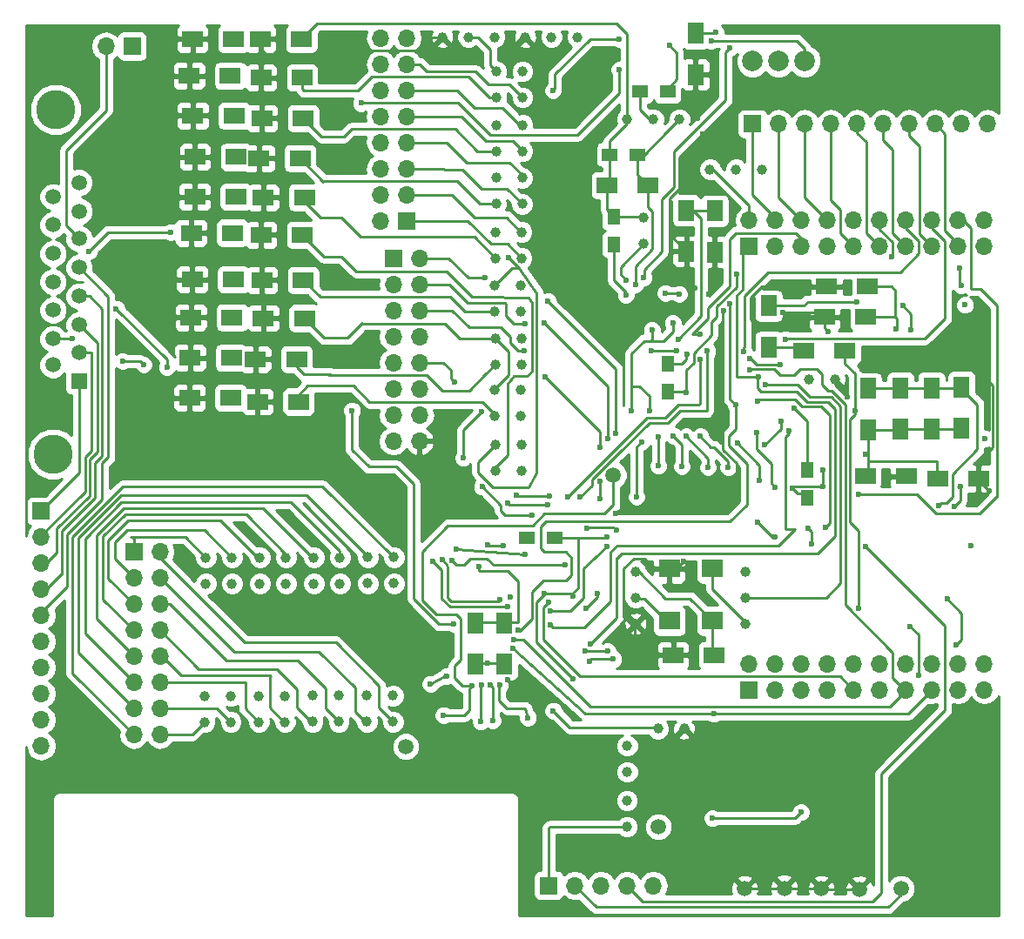
<source format=gbr>
G04 #@! TF.FileFunction,Copper,L2,Bot,Signal*
%FSLAX46Y46*%
G04 Gerber Fmt 4.6, Leading zero omitted, Abs format (unit mm)*
G04 Created by KiCad (PCBNEW 4.0.6) date 06/27/17 09:13:31*
%MOMM*%
%LPD*%
G01*
G04 APERTURE LIST*
%ADD10C,0.100000*%
%ADD11R,2.000000X1.600000*%
%ADD12C,1.000000*%
%ADD13C,3.810000*%
%ADD14R,1.520000X1.520000*%
%ADD15C,1.520000*%
%ADD16R,1.600000X2.000000*%
%ADD17R,2.000000X1.800000*%
%ADD18R,1.700000X1.700000*%
%ADD19O,1.700000X1.700000*%
%ADD20C,2.000000*%
%ADD21R,1.300000X1.500000*%
%ADD22R,1.500000X1.300000*%
%ADD23C,1.500000*%
%ADD24C,0.600000*%
%ADD25C,0.250000*%
%ADD26C,0.254000*%
G04 APERTURE END LIST*
D10*
D11*
X159861000Y-116967000D03*
X155861000Y-116967000D03*
D12*
X138493500Y-56832500D03*
X135953500Y-56832500D03*
X133413500Y-56832500D03*
X141211300Y-65392300D03*
X141211300Y-67932300D03*
X138671300Y-67932300D03*
X138671300Y-65392300D03*
D11*
X119246400Y-88163400D03*
X115246400Y-88163400D03*
D12*
X141033500Y-80975200D03*
X141033500Y-83515200D03*
X138493500Y-83515200D03*
X138493500Y-80975200D03*
X141122400Y-86131400D03*
X141122400Y-88671400D03*
X138582400Y-88671400D03*
X138582400Y-86131400D03*
X141033500Y-91198700D03*
X141033500Y-93738700D03*
X138493500Y-93738700D03*
X138493500Y-91198700D03*
X141122400Y-96532700D03*
X141122400Y-99072700D03*
X138582400Y-99072700D03*
X138582400Y-96532700D03*
X141135100Y-75793600D03*
X141135100Y-78333600D03*
X138595100Y-78333600D03*
X138595100Y-75793600D03*
D13*
X95817500Y-63877000D03*
X95567500Y-97407000D03*
D14*
X98107500Y-90297000D03*
D15*
X98107500Y-87507000D03*
X98107500Y-84837000D03*
X98107500Y-82047000D03*
X98107500Y-79247000D03*
X98107500Y-76457000D03*
X98107500Y-73787000D03*
X98107500Y-70997000D03*
X95567500Y-88727000D03*
X95567500Y-86187000D03*
X95567500Y-83387000D03*
X95567500Y-80647000D03*
X95567500Y-77897000D03*
X95567500Y-75107000D03*
X95567500Y-72367000D03*
D11*
X119449600Y-92303600D03*
X115449600Y-92303600D03*
D16*
X177990500Y-94964000D03*
X177990500Y-90964000D03*
D11*
X174783500Y-81089500D03*
X170783500Y-81089500D03*
D16*
X183896000Y-94900500D03*
X183896000Y-90900500D03*
D11*
X174593000Y-84074000D03*
X170593000Y-84074000D03*
D16*
X174815500Y-95027500D03*
X174815500Y-91027500D03*
X180975000Y-94964000D03*
X180975000Y-90964000D03*
D11*
X174530000Y-99568000D03*
X178530000Y-99568000D03*
X181567000Y-99785000D03*
X185567000Y-99785000D03*
X153447500Y-71247000D03*
X149447500Y-71247000D03*
D16*
X158051500Y-60483500D03*
X158051500Y-56483500D03*
D11*
X112845600Y-91922600D03*
X108845600Y-91922600D03*
X119589300Y-68630800D03*
X115589300Y-68630800D03*
X113366300Y-68503800D03*
X109366300Y-68503800D03*
X119894100Y-64731900D03*
X115894100Y-64731900D03*
X119729000Y-57023000D03*
X115729000Y-57023000D03*
X119792500Y-76073000D03*
X115792500Y-76073000D03*
X172567000Y-87385000D03*
X168567000Y-87385000D03*
D16*
X165167000Y-82985000D03*
X165167000Y-86985000D03*
D11*
X119894100Y-80479900D03*
X115894100Y-80479900D03*
X120008400Y-72440800D03*
X116008400Y-72440800D03*
X120021100Y-84175600D03*
X116021100Y-84175600D03*
X119792500Y-60794900D03*
X115792500Y-60794900D03*
D16*
X157162500Y-73692000D03*
X157162500Y-77692000D03*
X159893000Y-73742800D03*
X159893000Y-77742800D03*
D11*
X113340900Y-72377300D03*
X109340900Y-72377300D03*
X113163100Y-64477900D03*
X109163100Y-64477900D03*
X112807500Y-60604400D03*
X108807500Y-60604400D03*
X112972600Y-84112100D03*
X108972600Y-84112100D03*
X112896400Y-88036400D03*
X108896400Y-88036400D03*
X113099600Y-80416400D03*
X109099600Y-80416400D03*
X113125000Y-57023000D03*
X109125000Y-57023000D03*
X112998000Y-75882500D03*
X108998000Y-75882500D03*
D12*
X152971500Y-74422000D03*
X152971500Y-76962000D03*
X151384000Y-125793500D03*
X151384000Y-128333500D03*
X151367000Y-131115000D03*
X151367000Y-133655000D03*
X169037000Y-90170000D03*
X171577000Y-90170000D03*
X154381200Y-124117100D03*
X156921200Y-124117100D03*
X141478000Y-56832500D03*
X144018000Y-56832500D03*
X146558000Y-56832500D03*
X151384000Y-64833500D03*
X153924000Y-64833500D03*
X156464000Y-64833500D03*
X162877500Y-113919000D03*
X162877500Y-111379000D03*
X162877500Y-108839000D03*
X152209500Y-108839000D03*
X152209500Y-111379000D03*
X152209500Y-113919000D03*
X159448500Y-69723000D03*
X161988500Y-69723000D03*
X164528500Y-69723000D03*
D17*
X159703500Y-113635000D03*
X155503500Y-113635000D03*
X155503500Y-108555000D03*
X159703500Y-108555000D03*
D18*
X163576000Y-65278000D03*
D19*
X166116000Y-65278000D03*
X168656000Y-65278000D03*
X171196000Y-65278000D03*
X173736000Y-65278000D03*
X176276000Y-65278000D03*
X178816000Y-65278000D03*
X181356000Y-65278000D03*
X183896000Y-65278000D03*
X186436000Y-65278000D03*
D18*
X143764000Y-139382500D03*
D19*
X146304000Y-139382500D03*
X148844000Y-139382500D03*
X151384000Y-139382500D03*
X153924000Y-139382500D03*
D18*
X103251000Y-57721500D03*
D19*
X100711000Y-57721500D03*
D20*
X166116000Y-59182000D03*
X163576000Y-59182000D03*
X168656000Y-59182000D03*
D21*
X150114000Y-74342000D03*
X150114000Y-77042000D03*
D22*
X155337500Y-62103000D03*
X152637500Y-62103000D03*
X152416500Y-68262500D03*
X149716500Y-68262500D03*
D21*
X168910000Y-101629200D03*
X168910000Y-98929200D03*
D22*
X144352000Y-105537000D03*
X141652000Y-105537000D03*
D21*
X155367000Y-88635000D03*
X155367000Y-91335000D03*
D23*
X150050500Y-99441000D03*
X129857500Y-125857000D03*
X162817000Y-139685000D03*
X166667000Y-139635000D03*
X170267000Y-139685000D03*
X173967000Y-139735000D03*
X154432000Y-133667500D03*
X178017000Y-139685000D03*
D12*
X141211300Y-60172600D03*
X141211300Y-62712600D03*
X138671300Y-62712600D03*
X138671300Y-60172600D03*
X141173200Y-70535800D03*
X141173200Y-73075800D03*
X138633200Y-73075800D03*
X138633200Y-70535800D03*
X128714500Y-109969300D03*
X126174500Y-109969300D03*
X126174500Y-107429300D03*
X128714500Y-107429300D03*
X123456700Y-110020100D03*
X120916700Y-110020100D03*
X120916700Y-107480100D03*
X123456700Y-107480100D03*
X118211600Y-110020100D03*
X115671600Y-110020100D03*
X115671600Y-107480100D03*
X118211600Y-107480100D03*
X112953800Y-110020100D03*
X110413800Y-110020100D03*
X110413800Y-107480100D03*
X112953800Y-107480100D03*
X110312200Y-120929400D03*
X112852200Y-120929400D03*
X112852200Y-123469400D03*
X110312200Y-123469400D03*
X115570000Y-120929400D03*
X118110000Y-120929400D03*
X118110000Y-123469400D03*
X115570000Y-123469400D03*
X120815100Y-120891300D03*
X123355100Y-120891300D03*
X123355100Y-123431300D03*
X120815100Y-123431300D03*
X126072900Y-120891300D03*
X128612900Y-120891300D03*
X128612900Y-123431300D03*
X126072900Y-123431300D03*
D18*
X103416100Y-106908600D03*
D19*
X105956100Y-106908600D03*
X103416100Y-109448600D03*
X105956100Y-109448600D03*
X103416100Y-111988600D03*
X105956100Y-111988600D03*
X103416100Y-114528600D03*
X105956100Y-114528600D03*
X103416100Y-117068600D03*
X105956100Y-117068600D03*
X103416100Y-119608600D03*
X105956100Y-119608600D03*
X103416100Y-122148600D03*
X105956100Y-122148600D03*
X103416100Y-124688600D03*
X105956100Y-124688600D03*
D18*
X129959100Y-74714100D03*
D19*
X127419100Y-74714100D03*
X129959100Y-72174100D03*
X127419100Y-72174100D03*
X129959100Y-69634100D03*
X127419100Y-69634100D03*
X129959100Y-67094100D03*
X127419100Y-67094100D03*
X129959100Y-64554100D03*
X127419100Y-64554100D03*
X129959100Y-62014100D03*
X127419100Y-62014100D03*
X129959100Y-59474100D03*
X127419100Y-59474100D03*
X129959100Y-56934100D03*
X127419100Y-56934100D03*
D16*
X136601200Y-117836700D03*
X136601200Y-113836700D03*
X139446000Y-117836700D03*
X139446000Y-113836700D03*
D18*
X163258500Y-120332500D03*
D19*
X163258500Y-117792500D03*
X165798500Y-120332500D03*
X165798500Y-117792500D03*
X168338500Y-120332500D03*
X168338500Y-117792500D03*
X170878500Y-120332500D03*
X170878500Y-117792500D03*
X173418500Y-120332500D03*
X173418500Y-117792500D03*
X175958500Y-120332500D03*
X175958500Y-117792500D03*
X178498500Y-120332500D03*
X178498500Y-117792500D03*
X181038500Y-120332500D03*
X181038500Y-117792500D03*
X183578500Y-120332500D03*
X183578500Y-117792500D03*
X186118500Y-120332500D03*
X186118500Y-117792500D03*
D18*
X163258500Y-77216000D03*
D19*
X163258500Y-74676000D03*
X165798500Y-77216000D03*
X165798500Y-74676000D03*
X168338500Y-77216000D03*
X168338500Y-74676000D03*
X170878500Y-77216000D03*
X170878500Y-74676000D03*
X173418500Y-77216000D03*
X173418500Y-74676000D03*
X175958500Y-77216000D03*
X175958500Y-74676000D03*
X178498500Y-77216000D03*
X178498500Y-74676000D03*
X181038500Y-77216000D03*
X181038500Y-74676000D03*
X183578500Y-77216000D03*
X183578500Y-74676000D03*
X186118500Y-77216000D03*
X186118500Y-74676000D03*
D18*
X128651000Y-78359000D03*
D19*
X131191000Y-78359000D03*
X128651000Y-80899000D03*
X131191000Y-80899000D03*
X128651000Y-83439000D03*
X131191000Y-83439000D03*
X128651000Y-85979000D03*
X131191000Y-85979000D03*
X128651000Y-88519000D03*
X131191000Y-88519000D03*
X128651000Y-91059000D03*
X131191000Y-91059000D03*
X128651000Y-93599000D03*
X131191000Y-93599000D03*
X128651000Y-96139000D03*
X131191000Y-96139000D03*
D18*
X94411800Y-102946200D03*
D19*
X94411800Y-105486200D03*
X94411800Y-108026200D03*
X94411800Y-110566200D03*
X94411800Y-113106200D03*
X94411800Y-115646200D03*
X94411800Y-118186200D03*
X94411800Y-120726200D03*
X94411800Y-123266200D03*
X94411800Y-125806200D03*
D24*
X156718000Y-98615500D03*
X155892500Y-95631000D03*
X156337000Y-86233000D03*
X159893000Y-73742800D03*
X157099000Y-73692000D03*
X152311100Y-101574600D03*
X152793700Y-96215200D03*
X181724300Y-102387400D03*
X155117800Y-81737200D03*
X156438600Y-81826100D03*
X159588200Y-57175400D03*
X144177000Y-62039500D03*
X150622000Y-57010300D03*
X150342600Y-104800400D03*
X147516850Y-104628950D03*
X137833100Y-106210100D03*
X139319000Y-106273600D03*
X165773100Y-105472801D03*
X169354500Y-106184700D03*
X169011600Y-104648000D03*
X164071300Y-104063800D03*
X137807700Y-117779800D03*
X161226500Y-98679000D03*
X158508700Y-95656400D03*
X153797000Y-85344000D03*
X153543000Y-93154500D03*
X151828500Y-93218000D03*
X150622000Y-59994800D03*
X125514100Y-63258700D03*
X124637800Y-93154500D03*
X134556500Y-113944400D03*
X174540500Y-97409000D03*
X164274500Y-99949000D03*
X162115500Y-96329500D03*
X155829000Y-84645500D03*
X160020000Y-56388000D03*
X157213300Y-87718900D03*
X146113500Y-119253000D03*
X163969700Y-95300800D03*
X165798500Y-100622100D03*
X167487600Y-100736400D03*
X159893000Y-117395000D03*
X177561250Y-85248750D03*
X148463000Y-110934500D03*
X147383500Y-112395000D03*
X146113500Y-111252000D03*
X143319500Y-110998000D03*
X170434000Y-100584000D03*
X170434000Y-98933000D03*
X149402800Y-105435400D03*
X157962600Y-81292700D03*
X159359600Y-81876900D03*
X185567000Y-99785000D03*
X179209700Y-99885500D03*
X139547600Y-58445400D03*
X160756600Y-83426300D03*
X150266400Y-103187500D03*
X156883100Y-107873800D03*
X166560500Y-83642200D03*
X174244000Y-89154000D03*
X172821600Y-91859100D03*
X170967400Y-85483700D03*
X158724600Y-66281300D03*
X158229300Y-64706500D03*
X157708600Y-117246400D03*
X140042900Y-111315500D03*
X160693100Y-93713300D03*
X139798750Y-119351750D03*
X186567000Y-100985000D03*
X158051500Y-60483500D03*
X137160000Y-123444000D03*
X137223500Y-119888000D03*
X154432000Y-98552000D03*
X154432000Y-95694500D03*
X136334500Y-119951500D03*
X133540500Y-122809000D03*
X159258000Y-98679000D03*
X157124400Y-95669100D03*
X138303000Y-123317000D03*
X138112500Y-119888000D03*
X152209500Y-80899000D03*
X120270000Y-56959500D03*
X120054100Y-92240100D03*
X112576600Y-92049600D03*
X141744700Y-123050300D03*
X139001500Y-119888000D03*
X120193800Y-68757800D03*
X112970300Y-68503800D03*
X120371600Y-64541400D03*
X119723900Y-88226900D03*
X120016000Y-76136500D03*
X183235600Y-102501700D03*
X183794400Y-100520500D03*
X182537100Y-111518700D03*
X183413400Y-115938300D03*
X186182000Y-95885000D03*
X183692800Y-79273400D03*
X183857900Y-80987900D03*
X184823000Y-106337000D03*
X184245250Y-82899250D03*
X178182750Y-82988250D03*
X173215300Y-87528400D03*
X178981100Y-85293200D03*
X159677100Y-132829300D03*
X168287700Y-132245100D03*
X179755800Y-118948200D03*
X178917600Y-114147600D03*
X173875700Y-112382300D03*
X173767000Y-82585000D03*
X173567000Y-93185000D03*
X174604000Y-106412000D03*
X119863600Y-80225900D03*
X120485900Y-72377300D03*
X120244600Y-84112100D03*
X120079500Y-60667900D03*
X113262400Y-72123300D03*
X112957600Y-64414400D03*
X112856000Y-60604400D03*
X112894100Y-83921600D03*
X112500400Y-87972900D03*
X113338600Y-80289400D03*
X113125000Y-57023000D03*
X112729000Y-75755500D03*
X143725900Y-111836200D03*
X163271200Y-89204800D03*
X140398500Y-115443000D03*
X147828000Y-115887500D03*
X164147500Y-89916000D03*
X164045900Y-92223600D03*
X170675300Y-104533700D03*
X150050500Y-117348000D03*
X147701000Y-117538500D03*
X158496000Y-85725000D03*
X162001200Y-79933800D03*
X157167000Y-91385000D03*
X177152300Y-78168500D03*
X161391600Y-82804000D03*
X140817600Y-114541300D03*
X161925000Y-92583000D03*
X162737800Y-87414100D03*
X159829500Y-122682000D03*
X140271500Y-116332000D03*
X107035600Y-75806300D03*
X99085400Y-77660500D03*
X106641900Y-88938100D03*
X101714300Y-83261200D03*
X97447100Y-86169500D03*
X104381300Y-88696800D03*
X102336600Y-88353900D03*
X132270500Y-119761000D03*
X133858000Y-118999000D03*
X137541000Y-80264000D03*
X150304500Y-95377000D03*
X143700500Y-82550000D03*
X141478000Y-84709000D03*
X143319500Y-84645500D03*
X149542500Y-95885000D03*
X140589000Y-101409500D03*
X143827500Y-101473000D03*
X139039600Y-111594900D03*
X133413500Y-107696000D03*
X166801800Y-86233000D03*
X167589200Y-92900500D03*
X144217000Y-122385000D03*
X166331900Y-94183200D03*
X164769800Y-96507300D03*
X148780500Y-101727000D03*
X148780500Y-100076000D03*
X148780500Y-96710500D03*
X143383000Y-89852500D03*
X141351000Y-87376000D03*
X143891000Y-112649000D03*
X173926500Y-101320600D03*
X149453600Y-106362500D03*
X139814300Y-112255300D03*
X132524500Y-107823000D03*
X135445500Y-97790000D03*
X137223500Y-93281500D03*
X134620000Y-90424000D03*
X145605500Y-101536500D03*
X143637000Y-102362000D03*
X139763500Y-102171500D03*
X158496000Y-88201500D03*
X146812000Y-101600000D03*
X137287000Y-100584000D03*
X142113000Y-103314500D03*
X159194500Y-87376000D03*
X134366000Y-107759500D03*
X145351500Y-108204000D03*
X141478000Y-107188000D03*
X134810500Y-106616500D03*
X151257000Y-80454500D03*
X164846000Y-90678000D03*
X147320000Y-116586000D03*
X149479000Y-116586000D03*
X141652000Y-105537000D03*
X153771600Y-87376000D03*
X156222700Y-87312500D03*
X151257000Y-81915000D03*
X155511500Y-57658000D03*
X161353500Y-57912000D03*
X152971500Y-80264000D03*
X166243000Y-88709500D03*
X143954500Y-114046000D03*
X167132000Y-95123000D03*
X163296600Y-88099900D03*
X136967000Y-108385000D03*
X139865100Y-78257400D03*
D25*
X156718000Y-96456500D02*
X156718000Y-98615500D01*
X155892500Y-95631000D02*
X156718000Y-96456500D01*
X158610300Y-74485500D02*
X157816800Y-73692000D01*
X158610300Y-83959700D02*
X158610300Y-74485500D01*
X156337000Y-86233000D02*
X158610300Y-83959700D01*
X157816800Y-73692000D02*
X157162500Y-73692000D01*
X157162500Y-73692000D02*
X159842200Y-73692000D01*
X159842200Y-73692000D02*
X159893000Y-73742800D01*
X159842200Y-73692000D02*
X159893000Y-73742800D01*
X157099000Y-73692000D02*
X157162500Y-73692000D01*
X152311100Y-96697800D02*
X152311100Y-101574600D01*
X152793700Y-96215200D02*
X152311100Y-96697800D01*
X180975000Y-90964000D02*
X183832500Y-90964000D01*
X183832500Y-90964000D02*
X183896000Y-90900500D01*
X174815500Y-91027500D02*
X177927000Y-91027500D01*
X177927000Y-91027500D02*
X177990500Y-90964000D01*
X177990500Y-90964000D02*
X183832500Y-90964000D01*
X183832500Y-90964000D02*
X185445400Y-92576900D01*
X181927500Y-102184200D02*
X181724300Y-102387400D01*
X182460900Y-102184200D02*
X181927500Y-102184200D01*
X183045100Y-101600000D02*
X182460900Y-102184200D01*
X183045100Y-99339400D02*
X183045100Y-101600000D01*
X185445400Y-96939100D02*
X183045100Y-99339400D01*
X185445400Y-92576900D02*
X185445400Y-96939100D01*
X156349700Y-81737200D02*
X155117800Y-81737200D01*
X156438600Y-81826100D02*
X156349700Y-81737200D01*
X168656000Y-59182000D02*
X168656000Y-57950100D01*
X167881300Y-57175400D02*
X159588200Y-57175400D01*
X168656000Y-57950100D02*
X167881300Y-57175400D01*
X147789900Y-57010300D02*
X150622000Y-57010300D01*
X144335500Y-60464700D02*
X147789900Y-57010300D01*
X144335500Y-61881000D02*
X144335500Y-60464700D01*
X144335500Y-61881000D02*
X144177000Y-62039500D01*
X149834600Y-104508300D02*
X150050500Y-104508300D01*
X150050500Y-104508300D02*
X150342600Y-104800400D01*
X147637500Y-104508300D02*
X147516850Y-104628950D01*
X149834600Y-104508300D02*
X147637500Y-104508300D01*
X149898100Y-104508300D02*
X149834600Y-104508300D01*
X137833100Y-106210100D02*
X137896600Y-106273600D01*
X137896600Y-106273600D02*
X139319000Y-106273600D01*
X169354500Y-104990900D02*
X169354500Y-106184700D01*
X169011600Y-104648000D02*
X169354500Y-104990900D01*
X164071300Y-104063800D02*
X165480301Y-105472801D01*
X165480301Y-105472801D02*
X165773100Y-105472801D01*
X165773100Y-105472801D02*
X165797801Y-105472801D01*
X139367000Y-117785000D02*
X137807700Y-117779800D01*
X137807700Y-117779800D02*
X136567000Y-117785000D01*
X161226500Y-98132900D02*
X161226500Y-98679000D01*
X159804100Y-96710500D02*
X161226500Y-98132900D01*
X159512000Y-96710500D02*
X159804100Y-96710500D01*
X158508700Y-95656400D02*
X159512000Y-96710500D01*
X153797000Y-85344000D02*
X153797000Y-86245700D01*
X153797000Y-86245700D02*
X153644600Y-86398100D01*
X153047700Y-86398100D02*
X153644600Y-86398100D01*
X151828500Y-90830400D02*
X151828500Y-87617300D01*
X153047700Y-86398100D02*
X151828500Y-87617300D01*
X153644600Y-86398100D02*
X154889200Y-86398100D01*
X155829000Y-85458300D02*
X155829000Y-84645500D01*
X155829000Y-85458300D02*
X154889200Y-86398100D01*
X153543000Y-93154500D02*
X153543000Y-91782900D01*
X152590500Y-90830400D02*
X151828500Y-90830400D01*
X153543000Y-91782900D02*
X152590500Y-90830400D01*
X151828500Y-90830400D02*
X151828500Y-93218000D01*
X134848600Y-63246000D02*
X134975600Y-63246000D01*
X150622000Y-62306200D02*
X150622000Y-59994800D01*
X146570700Y-66357500D02*
X150622000Y-62306200D01*
X138087100Y-66357500D02*
X146570700Y-66357500D01*
X134975600Y-63246000D02*
X138087100Y-66357500D01*
X125526800Y-63246000D02*
X134848600Y-63246000D01*
X134848600Y-63246000D02*
X134950200Y-63246000D01*
X125514100Y-63258700D02*
X125526800Y-63246000D01*
X124637800Y-96977200D02*
X124637800Y-93154500D01*
X126288800Y-98628200D02*
X124637800Y-96977200D01*
X128968500Y-98628200D02*
X126288800Y-98628200D01*
X130619500Y-100279200D02*
X128968500Y-98628200D01*
X130619500Y-111480600D02*
X130619500Y-100279200D01*
X133108700Y-113969800D02*
X130619500Y-111480600D01*
X134531100Y-113969800D02*
X133108700Y-113969800D01*
X134556500Y-113944400D02*
X134531100Y-113969800D01*
X180975000Y-94964000D02*
X183832500Y-94964000D01*
X183832500Y-94964000D02*
X183896000Y-94900500D01*
X177990500Y-94964000D02*
X180975000Y-94964000D01*
X174815500Y-95027500D02*
X177927000Y-95027500D01*
X177927000Y-95027500D02*
X177990500Y-94964000D01*
X174815500Y-98107500D02*
X181483000Y-98107500D01*
X181515000Y-98139500D02*
X181515000Y-99695000D01*
X181483000Y-98107500D02*
X181515000Y-98139500D01*
X174815500Y-97028000D02*
X174815500Y-98107500D01*
X174815500Y-98107500D02*
X174815500Y-99282500D01*
X174815500Y-99282500D02*
X174530000Y-99568000D01*
X174815500Y-95027500D02*
X174815500Y-97028000D01*
X174815500Y-97028000D02*
X174815500Y-97134000D01*
X174815500Y-97134000D02*
X174540500Y-97409000D01*
X164274500Y-98488500D02*
X164274500Y-99949000D01*
X162115500Y-96329500D02*
X164274500Y-98488500D01*
X155829000Y-84645500D02*
X155829000Y-84772500D01*
X159924500Y-56483500D02*
X158051500Y-56483500D01*
X160020000Y-56388000D02*
X159924500Y-56483500D01*
X157142948Y-87789252D02*
X157142948Y-88194959D01*
X157213300Y-87718900D02*
X157142948Y-87789252D01*
X143319500Y-110998000D02*
X143319500Y-111054302D01*
X142595600Y-115735100D02*
X146113500Y-119253000D01*
X142595600Y-111778202D02*
X142595600Y-115735100D01*
X143319500Y-111054302D02*
X142595600Y-111778202D01*
X168922700Y-101235500D02*
X167986700Y-101235500D01*
X167986700Y-101235500D02*
X167487600Y-100736400D01*
X170434000Y-100584000D02*
X167640000Y-100584000D01*
X163969700Y-96939100D02*
X163969700Y-95300800D01*
X165404800Y-98374200D02*
X163969700Y-96939100D01*
X165404800Y-100228400D02*
X165404800Y-98374200D01*
X165798500Y-100622100D02*
X165404800Y-100228400D01*
X167640000Y-100584000D02*
X167487600Y-100736400D01*
X155367000Y-88635000D02*
X156698530Y-88635000D01*
X156698530Y-88635000D02*
X157142948Y-88194959D01*
X159893000Y-117395000D02*
X159607000Y-117109000D01*
X159607000Y-117109000D02*
X159607000Y-116967000D01*
X159703500Y-113635000D02*
X159703500Y-116809500D01*
X159703500Y-116809500D02*
X159861000Y-116967000D01*
X177482500Y-84074000D02*
X177482500Y-81470500D01*
X177101500Y-81089500D02*
X174783500Y-81089500D01*
X177482500Y-81470500D02*
X177101500Y-81089500D01*
X177482500Y-84074000D02*
X174593000Y-84074000D01*
X177609500Y-84201000D02*
X177482500Y-84074000D01*
X177609500Y-85200500D02*
X177609500Y-84201000D01*
X177561250Y-85248750D02*
X177609500Y-85200500D01*
X152209500Y-108839000D02*
X152527000Y-108839000D01*
X152527000Y-108839000D02*
X155130500Y-111442500D01*
X157511000Y-111442500D02*
X159703500Y-113635000D01*
X155130500Y-111442500D02*
X157511000Y-111442500D01*
X146050000Y-110998000D02*
X146050000Y-111188500D01*
X148463000Y-111315500D02*
X148463000Y-110934500D01*
X147383500Y-112395000D02*
X148463000Y-111315500D01*
X146050000Y-111188500D02*
X146113500Y-111252000D01*
X146621500Y-105537000D02*
X146621500Y-110426500D01*
X146050000Y-110998000D02*
X143319500Y-110998000D01*
X146621500Y-110426500D02*
X146050000Y-110998000D01*
X170434000Y-98933000D02*
X170434000Y-100584000D01*
X148844000Y-105537000D02*
X146621500Y-105537000D01*
X146621500Y-105537000D02*
X144352000Y-105537000D01*
X149402800Y-105435400D02*
X148844000Y-105537000D01*
X157162500Y-77692000D02*
X157162500Y-80492600D01*
X157162500Y-80492600D02*
X157962600Y-81292700D01*
X178892200Y-99568000D02*
X179209700Y-99885500D01*
X178892200Y-99568000D02*
X178530000Y-99568000D01*
X141478000Y-56832500D02*
X141160500Y-56832500D01*
X141160500Y-56832500D02*
X139547600Y-58445400D01*
X133413500Y-56832500D02*
X132397500Y-56832500D01*
X115729000Y-57918600D02*
X116357400Y-58547000D01*
X116357400Y-58547000D02*
X125272800Y-58547000D01*
X125272800Y-58547000D02*
X125653800Y-58166000D01*
X125653800Y-58166000D02*
X128270000Y-58166000D01*
X115729000Y-57918600D02*
X115729000Y-57023000D01*
X131064000Y-58166000D02*
X128270000Y-58166000D01*
X132397500Y-56832500D02*
X131064000Y-58166000D01*
X160693100Y-93713300D02*
X160693100Y-83489800D01*
X160693100Y-83489800D02*
X160756600Y-83426300D01*
X160693100Y-96963102D02*
X162039300Y-98309302D01*
X162039300Y-98309302D02*
X162039300Y-102082600D01*
X162039300Y-102082600D02*
X161201100Y-102920800D01*
X161201100Y-102920800D02*
X150533100Y-102920800D01*
X150533100Y-102920800D02*
X150266400Y-103187500D01*
X160693100Y-93713300D02*
X160693100Y-96963102D01*
X156883100Y-107873800D02*
X156201900Y-108555000D01*
X156201900Y-108555000D02*
X155503500Y-108555000D01*
X166560500Y-83642200D02*
X170161200Y-83642200D01*
X170161200Y-83642200D02*
X170593000Y-84074000D01*
X166547800Y-83642200D02*
X166560500Y-83642200D01*
X172821600Y-91859100D02*
X171577000Y-90614500D01*
X185567000Y-98062100D02*
X186893200Y-96735900D01*
X186893200Y-96735900D02*
X186893200Y-90716100D01*
X186893200Y-90716100D02*
X185331100Y-89154000D01*
X185331100Y-89154000D02*
X174244000Y-89154000D01*
X185567000Y-99785000D02*
X185567000Y-98062100D01*
X171577000Y-90614500D02*
X171577000Y-90170000D01*
X170593000Y-84074000D02*
X170593000Y-85109300D01*
X170593000Y-85109300D02*
X170967400Y-85483700D01*
X155503500Y-108555000D02*
X154002798Y-108555000D01*
X151066500Y-113220500D02*
X151765000Y-113919000D01*
X151066500Y-108546900D02*
X151066500Y-113220500D01*
X152019000Y-107594400D02*
X151066500Y-108546900D01*
X153042198Y-107594400D02*
X152019000Y-107594400D01*
X154002798Y-108555000D02*
X153042198Y-107594400D01*
X151765000Y-113919000D02*
X152209500Y-113919000D01*
X170593000Y-84074000D02*
X167106600Y-84074000D01*
X164490400Y-81089500D02*
X170783500Y-81089500D01*
X163423600Y-82156300D02*
X164490400Y-81089500D01*
X163423600Y-84289900D02*
X163423600Y-82156300D01*
X163817300Y-84683600D02*
X163423600Y-84289900D01*
X166497000Y-84683600D02*
X163817300Y-84683600D01*
X167106600Y-84074000D02*
X166497000Y-84683600D01*
X158051500Y-60483500D02*
X158051500Y-64528700D01*
X155511500Y-76041000D02*
X157162500Y-77692000D01*
X155511500Y-72567800D02*
X155511500Y-76041000D01*
X156464000Y-71615300D02*
X155511500Y-72567800D01*
X156464000Y-68541900D02*
X156464000Y-71615300D01*
X158724600Y-66281300D02*
X156464000Y-68541900D01*
X158051500Y-64528700D02*
X158229300Y-64706500D01*
X155861000Y-116967000D02*
X157429200Y-116967000D01*
X157429200Y-116967000D02*
X157708600Y-117246400D01*
X160756600Y-93776800D02*
X160782000Y-93776800D01*
X160693100Y-93713300D02*
X160756600Y-93776800D01*
X139798750Y-119351750D02*
X139827000Y-119380000D01*
X173967000Y-139735000D02*
X170317000Y-139735000D01*
X170317000Y-139735000D02*
X170267000Y-139685000D01*
X170267000Y-139685000D02*
X166717000Y-139685000D01*
X166717000Y-139685000D02*
X166667000Y-139635000D01*
X162817000Y-139685000D02*
X166617000Y-139685000D01*
X166617000Y-139685000D02*
X166667000Y-139635000D01*
X185567000Y-99785000D02*
X185567000Y-99985000D01*
X185567000Y-99985000D02*
X186567000Y-100985000D01*
X155480000Y-116903500D02*
X152781000Y-116903500D01*
X152209500Y-116903500D02*
X152146000Y-116840000D01*
X152146000Y-116840000D02*
X152146000Y-113982500D01*
X152400000Y-116903500D02*
X152209500Y-116903500D01*
X152400000Y-116903500D02*
X152781000Y-116903500D01*
X155480000Y-116903500D02*
X155607000Y-116776500D01*
X137160000Y-119951500D02*
X137160000Y-123444000D01*
X137223500Y-119888000D02*
X137160000Y-119951500D01*
X150050500Y-99441000D02*
X150050500Y-102362000D01*
X135394700Y-119951500D02*
X136334500Y-119951500D01*
X134607300Y-119164100D02*
X135394700Y-119951500D01*
X134607300Y-117995700D02*
X134607300Y-119164100D01*
X135191500Y-117411500D02*
X134607300Y-117995700D01*
X135191500Y-113423700D02*
X135191500Y-117411500D01*
X134797800Y-113030000D02*
X135191500Y-113423700D01*
X132805298Y-113030000D02*
X134797800Y-113030000D01*
X131445000Y-111669702D02*
X132805298Y-113030000D01*
X131445000Y-106870500D02*
X131445000Y-111669702D01*
X133959600Y-104355900D02*
X131445000Y-106870500D01*
X142201900Y-104355900D02*
X133959600Y-104355900D01*
X143344900Y-103212900D02*
X142201900Y-104355900D01*
X149199600Y-103212900D02*
X143344900Y-103212900D01*
X150050500Y-102362000D02*
X149199600Y-103212900D01*
X154432000Y-95694500D02*
X154432000Y-98552000D01*
X136334500Y-119951500D02*
X136080500Y-120205500D01*
X136080500Y-120205500D02*
X136080500Y-122301000D01*
X136080500Y-122301000D02*
X135572500Y-122809000D01*
X135572500Y-122809000D02*
X133540500Y-122809000D01*
X159258000Y-97853500D02*
X159258000Y-98679000D01*
X157124400Y-95669100D02*
X159258000Y-97853500D01*
X138303000Y-120078500D02*
X138303000Y-123317000D01*
X138112500Y-119888000D02*
X138303000Y-120078500D01*
X153447500Y-73374000D02*
X153447500Y-71247000D01*
X153860500Y-73787000D02*
X153447500Y-73374000D01*
X153860500Y-77470000D02*
X153860500Y-73787000D01*
X152209500Y-79121000D02*
X153860500Y-77470000D01*
X152209500Y-80899000D02*
X152209500Y-79121000D01*
X152209500Y-80899000D02*
X152209500Y-80899000D01*
X152416500Y-68262500D02*
X153035000Y-68262500D01*
X153035000Y-68262500D02*
X155257500Y-66040000D01*
X155257500Y-66040000D02*
X156464000Y-64833500D01*
X152416500Y-68262500D02*
X152416500Y-70216000D01*
X152416500Y-70216000D02*
X153447500Y-71247000D01*
X149447500Y-71247000D02*
X149447500Y-73675500D01*
X149447500Y-73675500D02*
X150114000Y-74342000D01*
X151384000Y-64833500D02*
X151384000Y-65278000D01*
X151384000Y-65278000D02*
X149716500Y-66945500D01*
X149716500Y-66945500D02*
X149716500Y-68262500D01*
X149716500Y-68262500D02*
X149716500Y-70978000D01*
X149716500Y-70978000D02*
X149447500Y-71247000D01*
X150114000Y-74342000D02*
X152891500Y-74342000D01*
X152891500Y-74342000D02*
X152971500Y-74422000D01*
X151384000Y-64833500D02*
X151384000Y-56515000D01*
X121253000Y-55499000D02*
X119729000Y-57023000D01*
X150368000Y-55499000D02*
X121253000Y-55499000D01*
X151384000Y-56515000D02*
X150368000Y-55499000D01*
X120270000Y-56959500D02*
X120206500Y-57023000D01*
X120206500Y-57023000D02*
X119729000Y-57023000D01*
X138493500Y-93738700D02*
X138493500Y-93548200D01*
X138493500Y-93548200D02*
X137287000Y-92341700D01*
X137287000Y-92341700D02*
X131864100Y-92341700D01*
X131864100Y-92341700D02*
X126339600Y-92341700D01*
X126339600Y-92341700D02*
X124764800Y-90766900D01*
X124764800Y-90766900D02*
X120332500Y-90766900D01*
X119449600Y-91649800D02*
X120332500Y-90766900D01*
X119449600Y-91649800D02*
X119449600Y-92303600D01*
X120054100Y-92240100D02*
X119990600Y-92303600D01*
X119990600Y-92303600D02*
X119449600Y-92303600D01*
X112576600Y-92049600D02*
X112703600Y-91922600D01*
X112703600Y-91922600D02*
X112845600Y-91922600D01*
X141478000Y-122110500D02*
X141744700Y-123050300D01*
X139700000Y-122110500D02*
X141478000Y-122110500D01*
X138938000Y-121348500D02*
X139700000Y-122110500D01*
X138938000Y-119951500D02*
X138938000Y-121348500D01*
X139001500Y-119888000D02*
X138938000Y-119951500D01*
X124478800Y-70878700D02*
X121862600Y-70878700D01*
X137071100Y-73075800D02*
X134874000Y-70878700D01*
X134874000Y-70878700D02*
X124478800Y-70878700D01*
X119589300Y-68630800D02*
X121849900Y-70891400D01*
X137071100Y-73075800D02*
X138633200Y-73075800D01*
X121862600Y-70878700D02*
X121849900Y-70891400D01*
X120193800Y-68757800D02*
X120066800Y-68630800D01*
X120066800Y-68630800D02*
X119589300Y-68630800D01*
X112970300Y-68503800D02*
X113366300Y-68503800D01*
X132003800Y-65786000D02*
X134645400Y-65786000D01*
X136817100Y-67932300D02*
X134658100Y-65773300D01*
X136817100Y-67932300D02*
X138671300Y-67932300D01*
X134645400Y-65786000D02*
X134658100Y-65773300D01*
X121684800Y-66522600D02*
X119894100Y-64731900D01*
X123850400Y-66522600D02*
X121684800Y-66522600D01*
X124587000Y-65786000D02*
X123850400Y-66522600D01*
X132029200Y-65786000D02*
X132003800Y-65786000D01*
X132003800Y-65786000D02*
X124587000Y-65786000D01*
X120371600Y-64541400D02*
X120244600Y-64668400D01*
X120244600Y-64668400D02*
X120021100Y-64668400D01*
X137591800Y-89662000D02*
X137591800Y-89674700D01*
X138582400Y-88671400D02*
X137591800Y-89662000D01*
X122428000Y-89725500D02*
X122370850Y-89668350D01*
X131889500Y-89725500D02*
X122428000Y-89725500D01*
X133413500Y-91249500D02*
X131889500Y-89725500D01*
X136017000Y-91249500D02*
X133413500Y-91249500D01*
X137591800Y-89674700D02*
X136017000Y-91249500D01*
X119957850Y-89668350D02*
X122370850Y-89668350D01*
X122370850Y-89668350D02*
X122586750Y-89668350D01*
X122586750Y-89668350D02*
X122593100Y-89662000D01*
X119246400Y-88163400D02*
X119246400Y-88956900D01*
X119246400Y-88956900D02*
X119957850Y-89668350D01*
X119957850Y-89668350D02*
X119964200Y-89674700D01*
X119723900Y-88226900D02*
X119660400Y-88163400D01*
X119660400Y-88163400D02*
X119246400Y-88163400D01*
X140398500Y-89814400D02*
X141643100Y-89814400D01*
X139788900Y-90551000D02*
X140398500Y-89814400D01*
X139788900Y-97523300D02*
X139788900Y-90551000D01*
X138582400Y-98729800D02*
X139788900Y-97523300D01*
X141643100Y-89814400D02*
X142113000Y-89344500D01*
X133845300Y-79629000D02*
X131229100Y-79629000D01*
X131229100Y-79629000D02*
X131216400Y-79641700D01*
X141795500Y-82169000D02*
X137083800Y-82080100D01*
X142113000Y-82664300D02*
X141795500Y-82169000D01*
X142113000Y-89344500D02*
X142113000Y-82664300D01*
X137083800Y-82080100D02*
X136296400Y-82080100D01*
X119792500Y-76073000D02*
X121888000Y-78168500D01*
X123571000Y-78168500D02*
X121888000Y-78168500D01*
X125044200Y-79641700D02*
X123571000Y-78168500D01*
X131216400Y-79641700D02*
X125044200Y-79641700D01*
X136296400Y-82080100D02*
X133845300Y-79629000D01*
X138582400Y-99072700D02*
X138582400Y-98729800D01*
X120016000Y-76136500D02*
X119952500Y-76073000D01*
X119952500Y-76073000D02*
X119792500Y-76073000D01*
X183794400Y-100520500D02*
X183794400Y-101942900D01*
X183794400Y-101942900D02*
X183235600Y-102501700D01*
X183794400Y-100520500D02*
X183578500Y-100520500D01*
X183908700Y-112890300D02*
X182537100Y-111518700D01*
X183908700Y-115443000D02*
X183908700Y-112890300D01*
X183413400Y-115938300D02*
X183908700Y-115443000D01*
X183692800Y-79273400D02*
X183692800Y-80822800D01*
X183692800Y-80822800D02*
X183857900Y-80987900D01*
X159448500Y-69723000D02*
X159753300Y-69723000D01*
X159753300Y-69723000D02*
X163258500Y-73228200D01*
X163258500Y-73228200D02*
X163258500Y-74676000D01*
X184823000Y-106337000D02*
X184797500Y-106362500D01*
X184797500Y-106362500D02*
X184785000Y-106362500D01*
X173215300Y-87528400D02*
X173071900Y-87385000D01*
X178981100Y-83786600D02*
X178981100Y-85293200D01*
X178182750Y-82988250D02*
X178981100Y-83786600D01*
X173071900Y-87385000D02*
X172567000Y-87385000D01*
X173567000Y-93185000D02*
X173567000Y-93552100D01*
X167703500Y-132829300D02*
X159677100Y-132829300D01*
X168287700Y-132245100D02*
X167703500Y-132829300D01*
X179755800Y-114985800D02*
X179755800Y-118948200D01*
X178917600Y-114147600D02*
X179755800Y-114985800D01*
X173875700Y-104838500D02*
X173875700Y-112382300D01*
X173055702Y-104018502D02*
X173875700Y-104838500D01*
X173055702Y-94063398D02*
X173055702Y-104018502D01*
X173567000Y-93552100D02*
X173055702Y-94063398D01*
X143764000Y-139382500D02*
X143764000Y-133788000D01*
X143897000Y-133655000D02*
X151367000Y-133655000D01*
X143764000Y-133788000D02*
X143897000Y-133655000D01*
X165167000Y-82985000D02*
X168567000Y-82985000D01*
X168967000Y-82585000D02*
X173767000Y-82585000D01*
X168567000Y-82985000D02*
X168967000Y-82585000D01*
X172567000Y-87385000D02*
X172567000Y-88585000D01*
X173567000Y-89585000D02*
X173567000Y-93185000D01*
X172567000Y-88585000D02*
X173567000Y-89585000D01*
X152933400Y-140931900D02*
X151384000Y-139382500D01*
X175286898Y-140931900D02*
X152933400Y-140931900D01*
X176085500Y-140133298D02*
X175286898Y-140931900D01*
X176085500Y-128524000D02*
X176085500Y-140133298D01*
X182308500Y-122301000D02*
X176085500Y-128524000D01*
X182308500Y-114116500D02*
X182308500Y-122301000D01*
X174604000Y-106412000D02*
X182308500Y-114116500D01*
X165167000Y-86985000D02*
X168167000Y-86985000D01*
X168167000Y-86985000D02*
X168567000Y-87385000D01*
X131508500Y-82118200D02*
X134200900Y-82118200D01*
X135623300Y-83515200D02*
X134213600Y-82105500D01*
X135623300Y-83515200D02*
X138493500Y-83515200D01*
X134200900Y-82118200D02*
X134213600Y-82105500D01*
X121532400Y-82118200D02*
X119894100Y-80479900D01*
X131584700Y-82118200D02*
X131508500Y-82118200D01*
X131508500Y-82118200D02*
X121532400Y-82118200D01*
X119863600Y-80225900D02*
X119386100Y-80225900D01*
X125476000Y-76276200D02*
X128092200Y-76276200D01*
X121539000Y-74422000D02*
X123621800Y-74422000D01*
X123621800Y-74422000D02*
X125476000Y-76276200D01*
X128104900Y-76263500D02*
X136525000Y-76263500D01*
X120008400Y-72891400D02*
X121539000Y-74422000D01*
X136525000Y-76263500D02*
X138595100Y-78333600D01*
X128092200Y-76276200D02*
X128104900Y-76263500D01*
X120008400Y-72440800D02*
X120008400Y-72891400D01*
X120485900Y-72377300D02*
X120422400Y-72440800D01*
X120422400Y-72440800D02*
X120008400Y-72440800D01*
X133654800Y-84683600D02*
X125666500Y-84683600D01*
X138582400Y-86131400D02*
X135102600Y-86131400D01*
X121951500Y-86106000D02*
X120021100Y-84175600D01*
X124218700Y-86106000D02*
X121951500Y-86106000D01*
X125653800Y-84670900D02*
X124218700Y-86106000D01*
X135102600Y-86131400D02*
X133654800Y-84683600D01*
X125666500Y-84683600D02*
X125653800Y-84670900D01*
X138493500Y-91198700D02*
X138493500Y-91084400D01*
X138493500Y-91084400D02*
X139877800Y-89700100D01*
X139877800Y-87426800D02*
X138582400Y-86131400D01*
X139877800Y-89700100D02*
X139877800Y-87426800D01*
X120244600Y-84112100D02*
X120181100Y-84175600D01*
X120181100Y-84175600D02*
X120021100Y-84175600D01*
X129184400Y-60706000D02*
X126568200Y-60706000D01*
X119792500Y-61893200D02*
X119964200Y-62064900D01*
X119964200Y-62064900D02*
X125209300Y-62064900D01*
X125209300Y-62064900D02*
X126555500Y-60718700D01*
X129184400Y-60706000D02*
X136004300Y-60706000D01*
X136004300Y-60706000D02*
X138010900Y-62712600D01*
X138671300Y-62712600D02*
X138010900Y-62712600D01*
X119792500Y-61893200D02*
X119792500Y-60794900D01*
X126568200Y-60706000D02*
X126555500Y-60718700D01*
X120079500Y-60667900D02*
X119952500Y-60794900D01*
X119952500Y-60794900D02*
X119792500Y-60794900D01*
X113262400Y-72123300D02*
X113340900Y-72201800D01*
X113340900Y-72201800D02*
X113340900Y-72377300D01*
X112957600Y-64414400D02*
X113021100Y-64477900D01*
X113021100Y-64477900D02*
X113163100Y-64477900D01*
X112856000Y-60604400D02*
X113157000Y-60905400D01*
X113157000Y-60905400D02*
X113157000Y-61017400D01*
X112894100Y-83921600D02*
X112972600Y-84000100D01*
X112972600Y-84000100D02*
X112972600Y-84112100D01*
X112500400Y-87972900D02*
X112578900Y-87894400D01*
X112578900Y-87894400D02*
X112578900Y-87845900D01*
X113338600Y-80289400D02*
X113211600Y-80416400D01*
X113211600Y-80416400D02*
X113099600Y-80416400D01*
X112729000Y-75755500D02*
X112856000Y-75882500D01*
X112856000Y-75882500D02*
X112998000Y-75882500D01*
X128714500Y-107429300D02*
X128651000Y-107429300D01*
X128651000Y-107429300D02*
X121767600Y-100545900D01*
X121767600Y-100545900D02*
X102374700Y-100545900D01*
X102374700Y-100545900D02*
X97459800Y-105460800D01*
X97459800Y-105460800D02*
X97459800Y-118732300D01*
X97459800Y-118732300D02*
X103416100Y-124688600D01*
X105956100Y-124688600D02*
X109093000Y-124688600D01*
X109093000Y-124688600D02*
X110312200Y-123469400D01*
X126174500Y-107429300D02*
X126174500Y-107353100D01*
X126174500Y-107353100D02*
X120243600Y-101422200D01*
X120243600Y-101422200D02*
X102184200Y-101422200D01*
X102184200Y-101422200D02*
X98031300Y-105575100D01*
X98031300Y-105575100D02*
X98031300Y-116763800D01*
X98031300Y-116763800D02*
X103416100Y-122148600D01*
X105956100Y-122148600D02*
X111531400Y-122148600D01*
X111531400Y-122148600D02*
X112852200Y-123469400D01*
X123456700Y-107480100D02*
X123456700Y-106845100D01*
X98691700Y-114884200D02*
X103416100Y-119608600D01*
X98691700Y-105625900D02*
X98691700Y-114884200D01*
X102196900Y-102120700D02*
X98691700Y-105625900D01*
X118732300Y-102120700D02*
X102196900Y-102120700D01*
X123456700Y-106845100D02*
X118732300Y-102120700D01*
X105956100Y-119608600D02*
X114325400Y-119608600D01*
X114249200Y-122148600D02*
X115570000Y-123469400D01*
X114249200Y-119684800D02*
X114249200Y-122148600D01*
X114325400Y-119608600D02*
X114249200Y-119684800D01*
X120916700Y-107480100D02*
X120777000Y-107480100D01*
X120777000Y-107480100D02*
X116001800Y-102704900D01*
X116001800Y-102704900D02*
X102400100Y-102704900D01*
X102400100Y-102704900D02*
X99771200Y-105333800D01*
X99771200Y-105333800D02*
X99771200Y-113423700D01*
X99771200Y-113423700D02*
X103416100Y-117068600D01*
X116662200Y-118948200D02*
X116662200Y-122085100D01*
X116662200Y-122085100D02*
X118046500Y-123469400D01*
X118046500Y-123469400D02*
X118110000Y-123469400D01*
X105956100Y-117068600D02*
X106146600Y-117068600D01*
X106146600Y-117068600D02*
X108026200Y-118948200D01*
X108026200Y-118948200D02*
X116662200Y-118948200D01*
X116662200Y-118948200D02*
X116738400Y-119024400D01*
X118211600Y-107480100D02*
X118211600Y-107137200D01*
X118211600Y-107137200D02*
X114338100Y-103263700D01*
X114338100Y-103263700D02*
X102603300Y-103263700D01*
X102603300Y-103263700D02*
X100444300Y-105422700D01*
X100444300Y-105422700D02*
X100444300Y-111556800D01*
X100444300Y-111556800D02*
X103416100Y-114528600D01*
X120815100Y-123431300D02*
X120637300Y-123431300D01*
X120637300Y-123431300D02*
X119303800Y-122097800D01*
X119303800Y-122097800D02*
X119303800Y-120281700D01*
X119303800Y-120281700D02*
X117322600Y-118300500D01*
X117322600Y-118300500D02*
X109728000Y-118300500D01*
X109728000Y-118300500D02*
X105956100Y-114528600D01*
X115671600Y-107480100D02*
X115468400Y-107480100D01*
X115468400Y-107480100D02*
X111874300Y-103886000D01*
X111874300Y-103886000D02*
X102857300Y-103886000D01*
X102857300Y-103886000D02*
X100926900Y-105816400D01*
X100926900Y-105816400D02*
X100926900Y-109499400D01*
X100926900Y-109499400D02*
X103416100Y-111988600D01*
X105956100Y-111988600D02*
X106895900Y-111988600D01*
X122072400Y-122148600D02*
X123355100Y-123431300D01*
X122072400Y-120205500D02*
X122072400Y-122148600D01*
X119380000Y-117513100D02*
X122072400Y-120205500D01*
X112420400Y-117513100D02*
X119380000Y-117513100D01*
X106895900Y-111988600D02*
X112420400Y-117513100D01*
X112953800Y-107480100D02*
X110274100Y-104800400D01*
X101561900Y-107594400D02*
X103416100Y-109448600D01*
X101561900Y-105981500D02*
X101561900Y-107594400D01*
X102743000Y-104800400D02*
X101561900Y-105981500D01*
X110274100Y-104800400D02*
X102743000Y-104800400D01*
X126072900Y-123431300D02*
X125857000Y-123431300D01*
X125857000Y-123431300D02*
X124917200Y-122491500D01*
X124917200Y-122491500D02*
X124917200Y-120142000D01*
X124917200Y-120142000D02*
X121424700Y-116649500D01*
X121424700Y-116649500D02*
X113157000Y-116649500D01*
X113157000Y-116649500D02*
X105956100Y-109448600D01*
X103416100Y-106908600D02*
X103416100Y-105625900D01*
X103416100Y-105625900D02*
X103263700Y-105473500D01*
X108407200Y-105473500D02*
X110413800Y-107480100D01*
X103124000Y-105473500D02*
X103263700Y-105473500D01*
X103263700Y-105473500D02*
X108407200Y-105473500D01*
X105956100Y-106908600D02*
X105956100Y-107492800D01*
X105956100Y-107492800D02*
X114198400Y-115735100D01*
X114198400Y-115735100D02*
X123063000Y-115735100D01*
X123063000Y-115735100D02*
X127266700Y-119938800D01*
X127266700Y-119938800D02*
X127266700Y-122085100D01*
X127266700Y-122085100D02*
X128612900Y-123431300D01*
X129959100Y-56934100D02*
X130251200Y-56934100D01*
X129959100Y-59474100D02*
X131203700Y-59474100D01*
X137934700Y-61468000D02*
X138620500Y-61468000D01*
X136664700Y-60198000D02*
X137934700Y-61468000D01*
X131927600Y-60198000D02*
X136664700Y-60198000D01*
X131203700Y-59474100D02*
X131927600Y-60198000D01*
X138734800Y-61468000D02*
X138620500Y-61468000D01*
X138620500Y-61468000D02*
X138595100Y-61468000D01*
X138734800Y-61468000D02*
X139966700Y-61468000D01*
X141211300Y-62712600D02*
X139966700Y-61468000D01*
X141211300Y-65392300D02*
X140970000Y-65392300D01*
X140970000Y-65392300D02*
X139280900Y-63703200D01*
X139280900Y-63703200D02*
X136563100Y-63703200D01*
X136563100Y-63703200D02*
X134874000Y-62014100D01*
X134874000Y-62014100D02*
X129959100Y-62014100D01*
X129959100Y-64554100D02*
X135293100Y-64554100D01*
X140258800Y-66903600D02*
X141211300Y-67856100D01*
X137642600Y-66903600D02*
X140258800Y-66903600D01*
X135293100Y-64554100D02*
X137642600Y-66903600D01*
X141211300Y-67856100D02*
X141211300Y-67932300D01*
X141173200Y-70535800D02*
X141173200Y-70269100D01*
X141173200Y-70269100D02*
X139928600Y-69024500D01*
X139928600Y-69024500D02*
X135801100Y-69024500D01*
X135801100Y-69024500D02*
X133870700Y-67094100D01*
X133870700Y-67094100D02*
X129959100Y-67094100D01*
X129959100Y-69634100D02*
X133540500Y-69634100D01*
X139674600Y-71577200D02*
X141173200Y-73075800D01*
X137198100Y-71577200D02*
X139674600Y-71577200D01*
X135394700Y-69773800D02*
X137198100Y-71577200D01*
X133680200Y-69773800D02*
X135394700Y-69773800D01*
X133540500Y-69634100D02*
X133680200Y-69773800D01*
X141135100Y-75793600D02*
X141071600Y-75793600D01*
X141071600Y-75793600D02*
X139649200Y-74371200D01*
X139649200Y-74371200D02*
X136563100Y-74371200D01*
X136563100Y-74371200D02*
X134366000Y-72174100D01*
X134366000Y-72174100D02*
X129959100Y-72174100D01*
X129959100Y-74714100D02*
X135915400Y-74714100D01*
X139763500Y-76962000D02*
X141135100Y-78333600D01*
X138163300Y-76962000D02*
X139763500Y-76962000D01*
X135915400Y-74714100D02*
X138163300Y-76962000D01*
X143256000Y-112293400D02*
X143268700Y-112293400D01*
X143256000Y-112293400D02*
X143256000Y-115443000D01*
X143256000Y-115443000D02*
X146812000Y-118999000D01*
X146812000Y-118999000D02*
X172085000Y-118999000D01*
X173418500Y-120332500D02*
X172085000Y-118999000D01*
X143268700Y-112293400D02*
X143725900Y-111836200D01*
X154736800Y-121983500D02*
X157835600Y-121983500D01*
X177228500Y-119202200D02*
X178358800Y-120332500D01*
X177228500Y-116700300D02*
X177228500Y-119202200D01*
X172605700Y-112077500D02*
X177228500Y-116700300D01*
X172605700Y-92583000D02*
X172605700Y-112077500D01*
X171246800Y-91224100D02*
X172605700Y-92583000D01*
X170942000Y-91224100D02*
X171246800Y-91224100D01*
X170357800Y-90639900D02*
X170942000Y-91224100D01*
X170357800Y-89662000D02*
X170357800Y-90639900D01*
X169799000Y-89103200D02*
X170357800Y-89662000D01*
X168224200Y-89103200D02*
X169799000Y-89103200D01*
X167601900Y-89725500D02*
X168224200Y-89103200D01*
X166268400Y-89725500D02*
X167601900Y-89725500D01*
X165709600Y-89166700D02*
X166268400Y-89725500D01*
X163309300Y-89166700D02*
X165709600Y-89166700D01*
X163271200Y-89204800D02*
X163309300Y-89166700D01*
X178358800Y-120332500D02*
X178498500Y-120332500D01*
X140398500Y-115443000D02*
X141287500Y-115443000D01*
X176974500Y-121983500D02*
X162115500Y-121983500D01*
X157835600Y-121983500D02*
X162115500Y-121983500D01*
X176974500Y-121983500D02*
X178498500Y-120459500D01*
X147828000Y-121983500D02*
X154736800Y-121983500D01*
X154736800Y-121983500D02*
X154813000Y-121983500D01*
X157721300Y-121983500D02*
X157835600Y-121983500D01*
X141287500Y-115443000D02*
X147828000Y-121983500D01*
X140398500Y-115443000D02*
X140271500Y-115570000D01*
X178498500Y-120332500D02*
X178498500Y-120459500D01*
X164147500Y-89916000D02*
X162077400Y-89916000D01*
X162674300Y-81356200D02*
X162674300Y-77800200D01*
X162026600Y-82003900D02*
X162674300Y-81356200D01*
X162026600Y-89865200D02*
X162026600Y-82003900D01*
X162077400Y-89916000D02*
X162026600Y-89865200D01*
X162674300Y-77800200D02*
X163258500Y-77216000D01*
X171589700Y-105397300D02*
X171589700Y-92989400D01*
X170922102Y-92321802D02*
X168929898Y-92321802D01*
X168929898Y-92321802D02*
X167921096Y-91313000D01*
X167921096Y-91313000D02*
X164401500Y-91313000D01*
X164401500Y-91313000D02*
X164084000Y-90995500D01*
X164084000Y-89979500D02*
X164084000Y-90995500D01*
X164084000Y-89979500D02*
X164147500Y-89916000D01*
X171589700Y-92989400D02*
X170922102Y-92321802D01*
X150368000Y-107543600D02*
X150876000Y-107061000D01*
X169926000Y-107061000D02*
X150876000Y-107061000D01*
X171589700Y-105397300D02*
X169926000Y-107061000D01*
X150368000Y-113347500D02*
X150368000Y-107505500D01*
X147828000Y-115887500D02*
X150368000Y-113347500D01*
X171081700Y-104127300D02*
X170675300Y-104533700D01*
X171081700Y-93611700D02*
X171081700Y-104127300D01*
X170241804Y-92771804D02*
X171081700Y-93611700D01*
X168425704Y-92771804D02*
X170241804Y-92771804D01*
X167703500Y-92049600D02*
X168425704Y-92771804D01*
X164219900Y-92049600D02*
X167703500Y-92049600D01*
X164045900Y-92223600D02*
X164219900Y-92049600D01*
X147891500Y-117348000D02*
X150050500Y-117348000D01*
X147701000Y-117538500D02*
X147891500Y-117348000D01*
X176276000Y-65278000D02*
X176276000Y-66865500D01*
X177228500Y-75946000D02*
X178498500Y-77216000D01*
X177228500Y-67818000D02*
X177228500Y-75946000D01*
X176276000Y-66865500D02*
X177228500Y-67818000D01*
X168338500Y-77216000D02*
X168338500Y-76390500D01*
X168338500Y-76390500D02*
X167830500Y-75882500D01*
X167830500Y-75882500D02*
X161988500Y-75882500D01*
X161988500Y-75882500D02*
X161353500Y-76517500D01*
X161353500Y-76517500D02*
X161353500Y-81089500D01*
X161353500Y-81089500D02*
X159258000Y-83185000D01*
X159258000Y-83185000D02*
X159258000Y-84201000D01*
X159258000Y-84201000D02*
X157734000Y-85725000D01*
X157734000Y-85725000D02*
X158496000Y-85725000D01*
X178816000Y-65278000D02*
X178816000Y-66421000D01*
X179832000Y-76009500D02*
X181038500Y-77216000D01*
X179832000Y-67437000D02*
X179832000Y-76009500D01*
X178816000Y-66421000D02*
X179832000Y-67437000D01*
X160083500Y-84035900D02*
X160083500Y-83070700D01*
X162001200Y-81153000D02*
X162001200Y-79933800D01*
X160083500Y-83070700D02*
X162001200Y-81153000D01*
X159575500Y-84519898D02*
X159599502Y-84519898D01*
X159599502Y-84519898D02*
X160083500Y-84035900D01*
X160083500Y-84035900D02*
X160090549Y-84028851D01*
X159575500Y-84519898D02*
X159575500Y-84620100D01*
X159575500Y-84620100D02*
X159575500Y-84519898D01*
X157167000Y-89238400D02*
X157861000Y-88544400D01*
X157861000Y-88544400D02*
X157861000Y-87566500D01*
X157861000Y-87566500D02*
X159575500Y-85852000D01*
X159575500Y-85852000D02*
X159575500Y-84620100D01*
X157167000Y-91385000D02*
X157167000Y-89238400D01*
X155367000Y-91335000D02*
X157117000Y-91335000D01*
X157117000Y-91335000D02*
X157167000Y-91385000D01*
X183578500Y-77216000D02*
X183578500Y-76962000D01*
X183578500Y-76962000D02*
X182308500Y-75692000D01*
X182308500Y-75692000D02*
X182308500Y-66230500D01*
X182308500Y-66230500D02*
X181356000Y-65278000D01*
X163576000Y-65278000D02*
X163576000Y-72199500D01*
X163576000Y-72199500D02*
X165798500Y-74422000D01*
X165798500Y-74422000D02*
X165798500Y-74676000D01*
X166116000Y-65278000D02*
X166116000Y-72453500D01*
X166116000Y-72453500D02*
X168338500Y-74676000D01*
X161391600Y-84035900D02*
X161391600Y-82804000D01*
X175958500Y-75539600D02*
X175958500Y-74676000D01*
X177190400Y-76771500D02*
X175958500Y-75539600D01*
X177190400Y-78130400D02*
X177190400Y-76771500D01*
X177152300Y-78168500D02*
X177190400Y-78130400D01*
X161391600Y-92049600D02*
X161925000Y-92583000D01*
X161391600Y-83997800D02*
X161391600Y-84035900D01*
X161391600Y-84035900D02*
X161391600Y-92049600D01*
X161925000Y-94970600D02*
X161925000Y-92583000D01*
X161277300Y-95618300D02*
X161925000Y-94970600D01*
X161277300Y-96608900D02*
X161277300Y-95618300D01*
X163029900Y-98361500D02*
X161277300Y-96608900D01*
X163029900Y-102298500D02*
X163029900Y-98361500D01*
X161391600Y-103936800D02*
X163029900Y-102298500D01*
X143535400Y-103936800D02*
X161391600Y-103936800D01*
X142989300Y-104482900D02*
X143535400Y-103936800D01*
X142989300Y-106565700D02*
X142989300Y-104482900D01*
X143357600Y-106934000D02*
X142989300Y-106565700D01*
X145427700Y-106934000D02*
X143357600Y-106934000D01*
X145986500Y-107492800D02*
X145427700Y-106934000D01*
X145986500Y-109194600D02*
X145986500Y-107492800D01*
X145478500Y-109702600D02*
X145986500Y-109194600D01*
X143230600Y-109702600D02*
X145478500Y-109702600D01*
X142113000Y-110820200D02*
X143230600Y-109702600D01*
X142113000Y-113411000D02*
X142113000Y-110820200D01*
X140931900Y-114592100D02*
X142113000Y-113411000D01*
X140868400Y-114592100D02*
X140931900Y-114592100D01*
X140817600Y-114541300D02*
X140868400Y-114592100D01*
X161925000Y-92583000D02*
X161988500Y-92583000D01*
X168656000Y-65278000D02*
X168656000Y-72453500D01*
X168656000Y-72453500D02*
X170878500Y-74676000D01*
X177927000Y-79692500D02*
X172593000Y-79692500D01*
X179768500Y-77851000D02*
X177927000Y-79692500D01*
X179768500Y-76644500D02*
X179768500Y-77851000D01*
X179768500Y-76644500D02*
X178498500Y-75374500D01*
X165125400Y-79692500D02*
X172593000Y-79692500D01*
X162814000Y-82003900D02*
X165125400Y-79692500D01*
X162814000Y-86614000D02*
X162814000Y-82003900D01*
X162737800Y-87414100D02*
X162814000Y-86614000D01*
X178498500Y-74676000D02*
X178498500Y-75374500D01*
X171196000Y-65278000D02*
X171196000Y-72707500D01*
X172085000Y-75882500D02*
X173418500Y-77216000D01*
X172085000Y-73596500D02*
X172085000Y-75882500D01*
X171196000Y-72707500D02*
X172085000Y-73596500D01*
X173736000Y-65278000D02*
X173736000Y-66167000D01*
X174625000Y-75882500D02*
X175958500Y-77216000D01*
X174625000Y-67056000D02*
X174625000Y-75882500D01*
X173736000Y-66167000D02*
X174625000Y-67056000D01*
X159829500Y-122682000D02*
X159829500Y-122618500D01*
X159829500Y-122618500D02*
X159829500Y-122682000D01*
X159829500Y-122682000D02*
X159829500Y-122618500D01*
X140271500Y-116332000D02*
X147320000Y-122618500D01*
X147320000Y-122618500D02*
X159829500Y-122618500D01*
X159829500Y-122618500D02*
X178752500Y-122618500D01*
X178752500Y-122618500D02*
X181038500Y-120332500D01*
X98107500Y-90297000D02*
X98107500Y-99212400D01*
X98107500Y-99212400D02*
X94411800Y-102908100D01*
X98107500Y-87507000D02*
X99318000Y-87507000D01*
X98679000Y-101028500D02*
X94221300Y-105486200D01*
X98679000Y-97688400D02*
X98679000Y-101028500D01*
X99314000Y-97053400D02*
X98679000Y-97688400D01*
X99314000Y-87511000D02*
X99314000Y-97053400D01*
X99318000Y-87507000D02*
X99314000Y-87511000D01*
X94221300Y-108026200D02*
X94932500Y-108026200D01*
X94932500Y-108026200D02*
X95935800Y-107022900D01*
X95935800Y-107022900D02*
X95935800Y-104660700D01*
X95935800Y-104660700D02*
X99129002Y-101467498D01*
X99129002Y-101467498D02*
X99129002Y-97962298D01*
X99129002Y-97962298D02*
X99898200Y-97193100D01*
X99898200Y-97193100D02*
X99898200Y-86627700D01*
X99898200Y-86627700D02*
X98107500Y-84837000D01*
X94221300Y-110566200D02*
X94881700Y-110566200D01*
X94881700Y-110566200D02*
X96418400Y-109029500D01*
X98107500Y-82047000D02*
X99153900Y-82047000D01*
X96418400Y-104882102D02*
X96418400Y-109029500D01*
X96418400Y-109029500D02*
X96418400Y-109131100D01*
X99669600Y-101630902D02*
X96418400Y-104882102D01*
X99669600Y-98259900D02*
X99669600Y-101630902D01*
X100355400Y-97574100D02*
X99669600Y-98259900D01*
X100355400Y-83248500D02*
X100355400Y-97574100D01*
X99153900Y-82047000D02*
X100355400Y-83248500D01*
X100939600Y-75806300D02*
X107035600Y-75806300D01*
X99085400Y-77660500D02*
X100939600Y-75806300D01*
X94221300Y-113106200D02*
X94221300Y-113042700D01*
X94221300Y-113042700D02*
X96967950Y-110296050D01*
X96967950Y-110296050D02*
X96967950Y-105228750D01*
X96967950Y-105228750D02*
X100355400Y-101841300D01*
X100355400Y-101841300D02*
X100355400Y-98298000D01*
X100355400Y-98298000D02*
X100952300Y-97701100D01*
X100952300Y-97701100D02*
X100952300Y-82091800D01*
X100952300Y-82091800D02*
X98107500Y-79247000D01*
X100736400Y-57721500D02*
X100736400Y-63969900D01*
X96850200Y-75199700D02*
X98107500Y-76457000D01*
X96850200Y-67856100D02*
X96850200Y-75199700D01*
X100736400Y-63969900D02*
X96850200Y-67856100D01*
X95567500Y-86187000D02*
X97429600Y-86187000D01*
X106641900Y-88188800D02*
X106641900Y-88938100D01*
X101714300Y-83261200D02*
X106641900Y-88188800D01*
X97429600Y-86187000D02*
X97447100Y-86169500D01*
X104381300Y-88696800D02*
X104038400Y-88353900D01*
X104038400Y-88353900D02*
X102336600Y-88353900D01*
X133794500Y-118935500D02*
X132270500Y-119761000D01*
X133858000Y-118999000D02*
X133794500Y-118935500D01*
X134048500Y-78359000D02*
X135953500Y-80264000D01*
X135953500Y-80264000D02*
X137541000Y-80264000D01*
X134048500Y-78359000D02*
X131191000Y-78359000D01*
X150304500Y-89154000D02*
X150304500Y-95377000D01*
X143700500Y-82550000D02*
X150304500Y-89154000D01*
X134112000Y-80899000D02*
X131191000Y-80899000D01*
X139509500Y-82677000D02*
X139636500Y-82804000D01*
X135890000Y-82677000D02*
X139509500Y-82677000D01*
X134112000Y-80899000D02*
X135890000Y-82677000D01*
X139636500Y-82804000D02*
X139636500Y-83947000D01*
X139636500Y-83947000D02*
X140398500Y-84709000D01*
X140398500Y-84709000D02*
X141478000Y-84709000D01*
X149479000Y-90805000D02*
X143319500Y-84645500D01*
X149479000Y-95821500D02*
X149479000Y-90805000D01*
X149542500Y-95885000D02*
X149479000Y-95821500D01*
X140589000Y-101409500D02*
X140652500Y-101473000D01*
X140652500Y-101473000D02*
X143827500Y-101473000D01*
X134258050Y-111702850D02*
X138931650Y-111702850D01*
X138931650Y-111702850D02*
X139039600Y-111594900D01*
X134264400Y-111709200D02*
X134258050Y-111702850D01*
X134258050Y-111702850D02*
X133921500Y-111366300D01*
X133921500Y-111366300D02*
X133921500Y-108331000D01*
X133413500Y-107696000D02*
X133858000Y-108140500D01*
X133858000Y-108140500D02*
X133858000Y-108267500D01*
X133921500Y-108331000D02*
X133858000Y-108267500D01*
X182308500Y-76708000D02*
X181038500Y-75438000D01*
X182308500Y-84201000D02*
X182308500Y-76708000D01*
X180340000Y-86169500D02*
X182308500Y-84201000D01*
X166865300Y-86169500D02*
X180340000Y-86169500D01*
X166801800Y-86233000D02*
X166865300Y-86169500D01*
X181038500Y-75438000D02*
X181038500Y-74676000D01*
X168922700Y-98535500D02*
X168922700Y-94234000D01*
X168922700Y-94234000D02*
X167589200Y-92900500D01*
X145809400Y-123977400D02*
X154241500Y-123977400D01*
X144217000Y-122385000D02*
X145809400Y-123977400D01*
X154241500Y-123977400D02*
X154381200Y-124117100D01*
X166331900Y-94183200D02*
X166331900Y-94945200D01*
X166331900Y-94945200D02*
X164769800Y-96507300D01*
X148780500Y-101727000D02*
X148780500Y-100076000D01*
X148780500Y-96520000D02*
X148780500Y-96710500D01*
X140779500Y-87376000D02*
X141351000Y-87376000D01*
X131191000Y-83439000D02*
X134366000Y-83439000D01*
X140017500Y-85979000D02*
X140017500Y-86614000D01*
X139128500Y-85090000D02*
X140017500Y-85979000D01*
X136017000Y-85090000D02*
X139128500Y-85090000D01*
X134366000Y-83439000D02*
X136017000Y-85090000D01*
X140779500Y-87376000D02*
X140017500Y-86614000D01*
X148780500Y-95250000D02*
X148780500Y-96520000D01*
X148780500Y-96520000D02*
X148780500Y-96583500D01*
X143383000Y-89852500D02*
X148780500Y-95250000D01*
X147129500Y-108521500D02*
X147129500Y-111379000D01*
X147129500Y-111379000D02*
X145859500Y-112649000D01*
X145859500Y-112649000D02*
X143891000Y-112649000D01*
X149453600Y-106362500D02*
X147129500Y-108521500D01*
X187325000Y-101565000D02*
X187245700Y-101565000D01*
X187325000Y-98985000D02*
X187325000Y-101565000D01*
X179603400Y-101320600D02*
X173926500Y-101320600D01*
X179603400Y-101320600D02*
X179946300Y-101663500D01*
X181432200Y-103149400D02*
X179946300Y-101663500D01*
X185661300Y-103149400D02*
X181432200Y-103149400D01*
X187245700Y-101565000D02*
X185661300Y-103149400D01*
X184785000Y-81330800D02*
X185762900Y-81330800D01*
X187367000Y-95985000D02*
X187367000Y-98985000D01*
X187367000Y-98985000D02*
X187325000Y-98985000D01*
X187367000Y-82934900D02*
X187367000Y-95985000D01*
X185762900Y-81330800D02*
X187367000Y-82934900D01*
X187325000Y-98985000D02*
X187325000Y-98679000D01*
X173926500Y-101130100D02*
X173926500Y-101320600D01*
X184785000Y-75438000D02*
X184785000Y-81330800D01*
X184785000Y-81330800D02*
X184785000Y-81343500D01*
X184023000Y-74676000D02*
X184785000Y-75438000D01*
X183578500Y-74676000D02*
X184023000Y-74676000D01*
X139814300Y-112255300D02*
X134150100Y-112255300D01*
X134150100Y-112255300D02*
X133350000Y-111455200D01*
X132524500Y-107823000D02*
X133350000Y-108648500D01*
X133350000Y-108648500D02*
X133350000Y-111455200D01*
X158367000Y-92585000D02*
X156398500Y-92585000D01*
X158496000Y-92456000D02*
X158367000Y-92585000D01*
X158496000Y-90385000D02*
X158496000Y-92456000D01*
X156367000Y-92585000D02*
X156367000Y-92616500D01*
X156398500Y-92585000D02*
X156367000Y-92585000D01*
X135445500Y-95059500D02*
X135445500Y-97790000D01*
X137223500Y-93281500D02*
X135445500Y-95059500D01*
X134239000Y-89211998D02*
X134239000Y-90043000D01*
X133546002Y-88519000D02*
X134239000Y-89211998D01*
X131191000Y-88519000D02*
X133546002Y-88519000D01*
X134239000Y-90043000D02*
X134620000Y-90424000D01*
X155130500Y-93853000D02*
X156367000Y-92616500D01*
X153289000Y-93853000D02*
X155130500Y-93853000D01*
X145605500Y-101536500D02*
X153289000Y-93853000D01*
X139954000Y-102362000D02*
X143637000Y-102362000D01*
X139763500Y-102171500D02*
X139954000Y-102362000D01*
X158496000Y-90487500D02*
X158496000Y-90385000D01*
X158496000Y-90385000D02*
X158496000Y-88201500D01*
X159163750Y-90581750D02*
X159163750Y-93181750D01*
X159126551Y-93218949D02*
X156526551Y-93218949D01*
X159163750Y-93181750D02*
X159126551Y-93218949D01*
X159163750Y-90581750D02*
X159131000Y-90614500D01*
X150558500Y-97345500D02*
X153543000Y-94361000D01*
X150495000Y-97345500D02*
X150558500Y-97345500D01*
X146812000Y-101600000D02*
X147955000Y-100457000D01*
X147955000Y-100457000D02*
X147955000Y-99885500D01*
X147955000Y-99885500D02*
X150495000Y-97345500D01*
X137287000Y-100584000D02*
X139128500Y-102425500D01*
X139128500Y-102425500D02*
X139128500Y-102933500D01*
X139128500Y-102933500D02*
X139509500Y-103314500D01*
X139509500Y-103314500D02*
X142113000Y-103314500D01*
X155384500Y-94361000D02*
X156526551Y-93218949D01*
X153543000Y-94361000D02*
X155384500Y-94361000D01*
X159131000Y-87312500D02*
X159194500Y-87376000D01*
X159131000Y-90614500D02*
X159131000Y-87312500D01*
X135567000Y-108204000D02*
X135567000Y-108185000D01*
X137767000Y-107585000D02*
X138386000Y-108204000D01*
X136167000Y-107585000D02*
X137767000Y-107585000D01*
X135567000Y-108185000D02*
X136167000Y-107585000D01*
X134366000Y-107759500D02*
X134810500Y-108204000D01*
X134810500Y-108204000D02*
X135567000Y-108204000D01*
X138386000Y-108204000D02*
X145351500Y-108204000D01*
X134810500Y-106616500D02*
X141478000Y-107188000D01*
X151257000Y-80454500D02*
X150749000Y-79883000D01*
X150749000Y-79883000D02*
X150749000Y-79184500D01*
X150749000Y-79184500D02*
X152971500Y-76962000D01*
X152637500Y-62103000D02*
X152637500Y-63928000D01*
X152637500Y-63928000D02*
X153543000Y-64833500D01*
X153543000Y-64833500D02*
X153924000Y-64833500D01*
X163068000Y-113919000D02*
X159703500Y-110554500D01*
X159703500Y-110554500D02*
X159703500Y-108555000D01*
X172135800Y-92760800D02*
X172135800Y-109994700D01*
X162877500Y-111379000D02*
X170751500Y-111379000D01*
X172135800Y-109994700D02*
X170751500Y-111379000D01*
X164846000Y-90678000D02*
X167995600Y-90678000D01*
X169189400Y-91871800D02*
X171246800Y-91871800D01*
X167995600Y-90678000D02*
X169189400Y-91871800D01*
X172135800Y-92760800D02*
X171246800Y-91871800D01*
X147320000Y-116586000D02*
X147955000Y-116586000D01*
X147955000Y-116586000D02*
X149479000Y-116586000D01*
X152146000Y-111506000D02*
X153035000Y-111506000D01*
X153035000Y-111506000D02*
X155164000Y-113635000D01*
X155164000Y-113635000D02*
X155503500Y-113635000D01*
X155765500Y-87376000D02*
X153771600Y-87376000D01*
X156222700Y-87312500D02*
X155765500Y-87376000D01*
X178017000Y-139685000D02*
X178017000Y-140235000D01*
X178017000Y-140235000D02*
X176767000Y-141485000D01*
X176767000Y-141485000D02*
X148406500Y-141485000D01*
X148406500Y-141485000D02*
X146304000Y-139382500D01*
X150114000Y-77042000D02*
X150114000Y-80518000D01*
X151257000Y-81661000D02*
X151257000Y-81915000D01*
X150114000Y-80518000D02*
X151257000Y-81661000D01*
X155337500Y-62103000D02*
X155337500Y-61832500D01*
X155337500Y-61832500D02*
X156210000Y-60960000D01*
X156210000Y-60960000D02*
X156210000Y-58356500D01*
X156210000Y-58356500D02*
X155511500Y-57658000D01*
X160972500Y-58293000D02*
X161353500Y-57912000D01*
X160972500Y-62928500D02*
X160972500Y-58293000D01*
X155956000Y-67945000D02*
X160972500Y-62928500D01*
X155956000Y-71437500D02*
X155956000Y-67945000D01*
X154749500Y-72644000D02*
X155956000Y-71437500D01*
X154749500Y-77724000D02*
X154749500Y-72644000D01*
X153035000Y-79438500D02*
X154749500Y-77724000D01*
X153035000Y-80200500D02*
X153035000Y-79438500D01*
X152971500Y-80264000D02*
X153035000Y-80200500D01*
X163296600Y-88099900D02*
X163360100Y-88099900D01*
X166814500Y-104711500D02*
X166814500Y-95694500D01*
X143954500Y-114046000D02*
X144208500Y-114300000D01*
X144208500Y-114300000D02*
X147256500Y-114300000D01*
X147256500Y-114300000D02*
X149783800Y-111772700D01*
X149783800Y-111772700D02*
X149783800Y-106946700D01*
X149783800Y-106946700D02*
X150431500Y-106299000D01*
X150431500Y-106299000D02*
X166116000Y-106299000D01*
X166116000Y-106299000D02*
X167703500Y-104711500D01*
X167703500Y-104711500D02*
X166814500Y-104711500D01*
X167132000Y-95377000D02*
X167132000Y-95123000D01*
X166814500Y-95694500D02*
X167132000Y-95377000D01*
X163969700Y-88709500D02*
X166243000Y-88709500D01*
X163360100Y-88099900D02*
X163969700Y-88709500D01*
X139367000Y-113785000D02*
X140767000Y-113785000D01*
X136567000Y-113785000D02*
X140767000Y-113785000D01*
X139767000Y-108785000D02*
X136967000Y-108785000D01*
X140767000Y-109785000D02*
X139767000Y-108785000D01*
X140767000Y-113785000D02*
X140767000Y-109785000D01*
X136967000Y-108385000D02*
X136967000Y-108785000D01*
X138080750Y-58032650D02*
X138080750Y-59582050D01*
X138080750Y-59582050D02*
X138671300Y-60172600D01*
X136880600Y-56832500D02*
X138080750Y-58032650D01*
X138080750Y-58032650D02*
X138099800Y-58051700D01*
X135953500Y-56832500D02*
X136880600Y-56832500D01*
X140906500Y-79298800D02*
X140906500Y-79324200D01*
X136931400Y-98183700D02*
X138582400Y-96532700D01*
X136931400Y-99212400D02*
X136931400Y-98183700D01*
X138328400Y-100609400D02*
X136931400Y-99212400D01*
X141808200Y-100609400D02*
X138328400Y-100609400D01*
X142608300Y-99174300D02*
X141808200Y-100609400D01*
X142608300Y-81788000D02*
X142608300Y-99174300D01*
X140906500Y-79324200D02*
X142608300Y-81788000D01*
X140906500Y-79298800D02*
X140169900Y-79298800D01*
X140169900Y-79298800D02*
X138493500Y-80975200D01*
X139865100Y-78257400D02*
X140906500Y-79298800D01*
D26*
G36*
X107586673Y-55863301D02*
X107490000Y-56096690D01*
X107490000Y-56737250D01*
X107648750Y-56896000D01*
X108998000Y-56896000D01*
X108998000Y-56876000D01*
X109252000Y-56876000D01*
X109252000Y-56896000D01*
X110601250Y-56896000D01*
X110760000Y-56737250D01*
X110760000Y-56096690D01*
X110663327Y-55863301D01*
X110488325Y-55688300D01*
X111783290Y-55688300D01*
X111673559Y-55758910D01*
X111528569Y-55971110D01*
X111477560Y-56223000D01*
X111477560Y-57823000D01*
X111521838Y-58058317D01*
X111660910Y-58274441D01*
X111873110Y-58419431D01*
X112125000Y-58470440D01*
X114125000Y-58470440D01*
X114360317Y-58426162D01*
X114425134Y-58384453D01*
X114602691Y-58458000D01*
X115443250Y-58458000D01*
X115602000Y-58299250D01*
X115602000Y-57150000D01*
X115856000Y-57150000D01*
X115856000Y-58299250D01*
X116014750Y-58458000D01*
X116855309Y-58458000D01*
X117088698Y-58361327D01*
X117267327Y-58182699D01*
X117364000Y-57949310D01*
X117364000Y-57308750D01*
X117205250Y-57150000D01*
X115856000Y-57150000D01*
X115602000Y-57150000D01*
X115582000Y-57150000D01*
X115582000Y-56896000D01*
X115602000Y-56896000D01*
X115602000Y-56876000D01*
X115856000Y-56876000D01*
X115856000Y-56896000D01*
X117205250Y-56896000D01*
X117364000Y-56737250D01*
X117364000Y-56096690D01*
X117267327Y-55863301D01*
X117092325Y-55688300D01*
X118387290Y-55688300D01*
X118277559Y-55758910D01*
X118132569Y-55971110D01*
X118081560Y-56223000D01*
X118081560Y-57823000D01*
X118125838Y-58058317D01*
X118264910Y-58274441D01*
X118477110Y-58419431D01*
X118729000Y-58470440D01*
X120729000Y-58470440D01*
X120964317Y-58426162D01*
X121180441Y-58287090D01*
X121325431Y-58074890D01*
X121376440Y-57823000D01*
X121376440Y-56450362D01*
X121567802Y-56259000D01*
X126089417Y-56259000D01*
X126018046Y-56365815D01*
X125905007Y-56934100D01*
X126018046Y-57502385D01*
X126339953Y-57984154D01*
X126669126Y-58204100D01*
X126339953Y-58424046D01*
X126018046Y-58905815D01*
X125905007Y-59474100D01*
X126018046Y-60042385D01*
X126080286Y-60135533D01*
X126030799Y-60168599D01*
X124894498Y-61304900D01*
X121439940Y-61304900D01*
X121439940Y-59994900D01*
X121395662Y-59759583D01*
X121256590Y-59543459D01*
X121044390Y-59398469D01*
X120792500Y-59347460D01*
X118792500Y-59347460D01*
X118557183Y-59391738D01*
X118341059Y-59530810D01*
X118196069Y-59743010D01*
X118145060Y-59994900D01*
X118145060Y-61594900D01*
X118189338Y-61830217D01*
X118328410Y-62046341D01*
X118540610Y-62191331D01*
X118792500Y-62242340D01*
X119129307Y-62242340D01*
X119255099Y-62430601D01*
X119426799Y-62602301D01*
X119673360Y-62767048D01*
X119708813Y-62774100D01*
X119964200Y-62824900D01*
X124681826Y-62824900D01*
X124579262Y-63071901D01*
X124578938Y-63443867D01*
X124720983Y-63787643D01*
X124983773Y-64050892D01*
X125327301Y-64193538D01*
X125699267Y-64193862D01*
X126001503Y-64068981D01*
X125905007Y-64554100D01*
X125998874Y-65026000D01*
X124587000Y-65026000D01*
X124296161Y-65083852D01*
X124049599Y-65248599D01*
X123535598Y-65762600D01*
X121999602Y-65762600D01*
X121541540Y-65304538D01*
X121541540Y-63931900D01*
X121497262Y-63696583D01*
X121358190Y-63480459D01*
X121145990Y-63335469D01*
X120894100Y-63284460D01*
X118894100Y-63284460D01*
X118658783Y-63328738D01*
X118442659Y-63467810D01*
X118297669Y-63680010D01*
X118246660Y-63931900D01*
X118246660Y-65531900D01*
X118290938Y-65767217D01*
X118430010Y-65983341D01*
X118642210Y-66128331D01*
X118894100Y-66179340D01*
X120266738Y-66179340D01*
X121147399Y-67060001D01*
X121393960Y-67224748D01*
X121684800Y-67282600D01*
X123850400Y-67282600D01*
X124141239Y-67224748D01*
X124387801Y-67060001D01*
X124901802Y-66546000D01*
X126014031Y-66546000D01*
X125905007Y-67094100D01*
X126018046Y-67662385D01*
X126339953Y-68144154D01*
X126669126Y-68364100D01*
X126339953Y-68584046D01*
X126018046Y-69065815D01*
X125905007Y-69634100D01*
X126001400Y-70118700D01*
X122152002Y-70118700D01*
X121236740Y-69203438D01*
X121236740Y-67830800D01*
X121192462Y-67595483D01*
X121053390Y-67379359D01*
X120841190Y-67234369D01*
X120589300Y-67183360D01*
X118589300Y-67183360D01*
X118353983Y-67227638D01*
X118137859Y-67366710D01*
X117992869Y-67578910D01*
X117941860Y-67830800D01*
X117941860Y-69430800D01*
X117986138Y-69666117D01*
X118125210Y-69882241D01*
X118337410Y-70027231D01*
X118589300Y-70078240D01*
X119961938Y-70078240D01*
X120877058Y-70993360D01*
X119008400Y-70993360D01*
X118773083Y-71037638D01*
X118556959Y-71176710D01*
X118411969Y-71388910D01*
X118360960Y-71640800D01*
X118360960Y-73240800D01*
X118405238Y-73476117D01*
X118544310Y-73692241D01*
X118756510Y-73837231D01*
X119008400Y-73888240D01*
X119930438Y-73888240D01*
X120667758Y-74625560D01*
X118792500Y-74625560D01*
X118557183Y-74669838D01*
X118341059Y-74808910D01*
X118196069Y-75021110D01*
X118145060Y-75273000D01*
X118145060Y-76873000D01*
X118189338Y-77108317D01*
X118328410Y-77324441D01*
X118540610Y-77469431D01*
X118792500Y-77520440D01*
X120165138Y-77520440D01*
X121350599Y-78705901D01*
X121597161Y-78870648D01*
X121888000Y-78928500D01*
X123256198Y-78928500D01*
X124506799Y-80179101D01*
X124753360Y-80343848D01*
X124798868Y-80352900D01*
X125044200Y-80401700D01*
X127235826Y-80401700D01*
X127136907Y-80899000D01*
X127228248Y-81358200D01*
X121847202Y-81358200D01*
X121541540Y-81052538D01*
X121541540Y-79679900D01*
X121497262Y-79444583D01*
X121358190Y-79228459D01*
X121145990Y-79083469D01*
X120894100Y-79032460D01*
X118894100Y-79032460D01*
X118658783Y-79076738D01*
X118442659Y-79215810D01*
X118297669Y-79428010D01*
X118246660Y-79679900D01*
X118246660Y-81279900D01*
X118290938Y-81515217D01*
X118430010Y-81731341D01*
X118642210Y-81876331D01*
X118894100Y-81927340D01*
X120266738Y-81927340D01*
X120994999Y-82655601D01*
X121139464Y-82752129D01*
X121021100Y-82728160D01*
X119021100Y-82728160D01*
X118785783Y-82772438D01*
X118569659Y-82911510D01*
X118424669Y-83123710D01*
X118373660Y-83375600D01*
X118373660Y-84975600D01*
X118417938Y-85210917D01*
X118557010Y-85427041D01*
X118769210Y-85572031D01*
X119021100Y-85623040D01*
X120393738Y-85623040D01*
X121414099Y-86643401D01*
X121660661Y-86808148D01*
X121951500Y-86866000D01*
X124218700Y-86866000D01*
X124509539Y-86808148D01*
X124756101Y-86643401D01*
X125955902Y-85443600D01*
X127243405Y-85443600D01*
X127136907Y-85979000D01*
X127249946Y-86547285D01*
X127571853Y-87029054D01*
X127901026Y-87249000D01*
X127571853Y-87468946D01*
X127249946Y-87950715D01*
X127136907Y-88519000D01*
X127225721Y-88965500D01*
X122892392Y-88965500D01*
X122883939Y-88959852D01*
X122593100Y-88902000D01*
X122561177Y-88908350D01*
X120893840Y-88908350D01*
X120893840Y-87363400D01*
X120849562Y-87128083D01*
X120710490Y-86911959D01*
X120498290Y-86766969D01*
X120246400Y-86715960D01*
X118246400Y-86715960D01*
X118011083Y-86760238D01*
X117794959Y-86899310D01*
X117649969Y-87111510D01*
X117598960Y-87363400D01*
X117598960Y-88963400D01*
X117643238Y-89198717D01*
X117782310Y-89414841D01*
X117994510Y-89559831D01*
X118246400Y-89610840D01*
X118825538Y-89610840D01*
X119426799Y-90212101D01*
X119658008Y-90366590D01*
X119168438Y-90856160D01*
X118449600Y-90856160D01*
X118214283Y-90900438D01*
X117998159Y-91039510D01*
X117853169Y-91251710D01*
X117802160Y-91503600D01*
X117802160Y-93103600D01*
X117846438Y-93338917D01*
X117985510Y-93555041D01*
X118197710Y-93700031D01*
X118449600Y-93751040D01*
X120449600Y-93751040D01*
X120684917Y-93706762D01*
X120901041Y-93567690D01*
X121046031Y-93355490D01*
X121097040Y-93103600D01*
X121097040Y-91526900D01*
X124449998Y-91526900D01*
X125802199Y-92879101D01*
X126048761Y-93043848D01*
X126339600Y-93101700D01*
X127235826Y-93101700D01*
X127136907Y-93599000D01*
X127249946Y-94167285D01*
X127571853Y-94649054D01*
X127901026Y-94869000D01*
X127571853Y-95088946D01*
X127249946Y-95570715D01*
X127136907Y-96139000D01*
X127249946Y-96707285D01*
X127571853Y-97189054D01*
X128053622Y-97510961D01*
X128621907Y-97624000D01*
X128680093Y-97624000D01*
X129248378Y-97510961D01*
X129730147Y-97189054D01*
X129919345Y-96905899D01*
X129919355Y-96905924D01*
X130309642Y-97334183D01*
X130834108Y-97580486D01*
X131064000Y-97459819D01*
X131064000Y-96266000D01*
X131318000Y-96266000D01*
X131318000Y-97459819D01*
X131547892Y-97580486D01*
X132072358Y-97334183D01*
X132462645Y-96905924D01*
X132632476Y-96495890D01*
X132511155Y-96266000D01*
X131318000Y-96266000D01*
X131064000Y-96266000D01*
X131044000Y-96266000D01*
X131044000Y-96012000D01*
X131064000Y-96012000D01*
X131064000Y-95992000D01*
X131318000Y-95992000D01*
X131318000Y-96012000D01*
X132511155Y-96012000D01*
X132632476Y-95782110D01*
X132462645Y-95372076D01*
X132072358Y-94943817D01*
X131929447Y-94876702D01*
X132270147Y-94649054D01*
X132592054Y-94167285D01*
X132705093Y-93599000D01*
X132606174Y-93101700D01*
X136288656Y-93101700D01*
X136288621Y-93141577D01*
X134908099Y-94522099D01*
X134743352Y-94768661D01*
X134685500Y-95059500D01*
X134685500Y-97227537D01*
X134653308Y-97259673D01*
X134510662Y-97603201D01*
X134510338Y-97975167D01*
X134652383Y-98318943D01*
X134915173Y-98582192D01*
X135258701Y-98724838D01*
X135630667Y-98725162D01*
X135974443Y-98583117D01*
X136171400Y-98386503D01*
X136171400Y-99212400D01*
X136229252Y-99503239D01*
X136393999Y-99749801D01*
X136596428Y-99952230D01*
X136494808Y-100053673D01*
X136352162Y-100397201D01*
X136351838Y-100769167D01*
X136493883Y-101112943D01*
X136756673Y-101376192D01*
X137100201Y-101518838D01*
X137147077Y-101518879D01*
X138368500Y-102740302D01*
X138368500Y-102933500D01*
X138426352Y-103224339D01*
X138591099Y-103470901D01*
X138716098Y-103595900D01*
X133959600Y-103595900D01*
X133717014Y-103644154D01*
X133668760Y-103653752D01*
X133422199Y-103818499D01*
X131379500Y-105861198D01*
X131379500Y-100279200D01*
X131321648Y-99988361D01*
X131156901Y-99741799D01*
X129505901Y-98090799D01*
X129259339Y-97926052D01*
X128968500Y-97868200D01*
X126603602Y-97868200D01*
X125397800Y-96662398D01*
X125397800Y-93716963D01*
X125429992Y-93684827D01*
X125572638Y-93341299D01*
X125572962Y-92969333D01*
X125430917Y-92625557D01*
X125168127Y-92362308D01*
X124824599Y-92219662D01*
X124452633Y-92219338D01*
X124108857Y-92361383D01*
X123845608Y-92624173D01*
X123702962Y-92967701D01*
X123702638Y-93339667D01*
X123844683Y-93683443D01*
X123877800Y-93716618D01*
X123877800Y-96977200D01*
X123935652Y-97268039D01*
X124100399Y-97514601D01*
X125751399Y-99165601D01*
X125997961Y-99330348D01*
X126288800Y-99388200D01*
X128653698Y-99388200D01*
X129859500Y-100594002D01*
X129859500Y-111480600D01*
X129917352Y-111771439D01*
X130082099Y-112018001D01*
X132571299Y-114507201D01*
X132817860Y-114671948D01*
X133108700Y-114729800D01*
X134019393Y-114729800D01*
X134026173Y-114736592D01*
X134369701Y-114879238D01*
X134431500Y-114879292D01*
X134431500Y-117096698D01*
X134069899Y-117458299D01*
X133905152Y-117704861D01*
X133847300Y-117995700D01*
X133847300Y-118063990D01*
X133672833Y-118063838D01*
X133329057Y-118205883D01*
X133071933Y-118462559D01*
X132400756Y-118826113D01*
X132085333Y-118825838D01*
X131741557Y-118967883D01*
X131478308Y-119230673D01*
X131335662Y-119574201D01*
X131335338Y-119946167D01*
X131477383Y-120289943D01*
X131740173Y-120553192D01*
X132083701Y-120695838D01*
X132455667Y-120696162D01*
X132799443Y-120554117D01*
X133062692Y-120291327D01*
X133113640Y-120168631D01*
X133600954Y-119904669D01*
X133671201Y-119933838D01*
X134043167Y-119934162D01*
X134226718Y-119858320D01*
X134857299Y-120488901D01*
X135103861Y-120653648D01*
X135320500Y-120696741D01*
X135320500Y-121986198D01*
X135257698Y-122049000D01*
X134102963Y-122049000D01*
X134070827Y-122016808D01*
X133727299Y-121874162D01*
X133355333Y-121873838D01*
X133011557Y-122015883D01*
X132748308Y-122278673D01*
X132605662Y-122622201D01*
X132605338Y-122994167D01*
X132747383Y-123337943D01*
X133010173Y-123601192D01*
X133353701Y-123743838D01*
X133725667Y-123744162D01*
X134069443Y-123602117D01*
X134102618Y-123569000D01*
X135572500Y-123569000D01*
X135863339Y-123511148D01*
X136109901Y-123346401D01*
X136243668Y-123212634D01*
X136225162Y-123257201D01*
X136224838Y-123629167D01*
X136366883Y-123972943D01*
X136629673Y-124236192D01*
X136973201Y-124378838D01*
X137345167Y-124379162D01*
X137688943Y-124237117D01*
X137804043Y-124122218D01*
X138116201Y-124251838D01*
X138488167Y-124252162D01*
X138831943Y-124110117D01*
X139095192Y-123847327D01*
X139237838Y-123503799D01*
X139238162Y-123131833D01*
X139096117Y-122788057D01*
X139063000Y-122754882D01*
X139063000Y-122548302D01*
X139162599Y-122647901D01*
X139409161Y-122812648D01*
X139700000Y-122870500D01*
X140809856Y-122870500D01*
X140809538Y-123235467D01*
X140951583Y-123579243D01*
X141214373Y-123842492D01*
X141557901Y-123985138D01*
X141929867Y-123985462D01*
X142273643Y-123843417D01*
X142536892Y-123580627D01*
X142679538Y-123237099D01*
X142679862Y-122865133D01*
X142537817Y-122521357D01*
X142323750Y-122306916D01*
X142209130Y-121903017D01*
X142188839Y-121863354D01*
X142180148Y-121819661D01*
X142121859Y-121732425D01*
X142074075Y-121639020D01*
X142040153Y-121610143D01*
X142015401Y-121573099D01*
X141928163Y-121514809D01*
X141848274Y-121446801D01*
X141805881Y-121433103D01*
X141768839Y-121408352D01*
X141665938Y-121387883D01*
X141566102Y-121355624D01*
X141521695Y-121359191D01*
X141478000Y-121350500D01*
X140014802Y-121350500D01*
X139698000Y-121033698D01*
X139698000Y-120513852D01*
X139793692Y-120418327D01*
X139936338Y-120074799D01*
X139936662Y-119702833D01*
X139846300Y-119484140D01*
X140246000Y-119484140D01*
X140481317Y-119439862D01*
X140697441Y-119300790D01*
X140842431Y-119088590D01*
X140893440Y-118836700D01*
X140893440Y-117905067D01*
X146814133Y-123185684D01*
X146868020Y-123217400D01*
X146124202Y-123217400D01*
X145152122Y-122245320D01*
X145152162Y-122199833D01*
X145010117Y-121856057D01*
X144747327Y-121592808D01*
X144403799Y-121450162D01*
X144031833Y-121449838D01*
X143688057Y-121591883D01*
X143424808Y-121854673D01*
X143282162Y-122198201D01*
X143281838Y-122570167D01*
X143423883Y-122913943D01*
X143686673Y-123177192D01*
X144030201Y-123319838D01*
X144077077Y-123319879D01*
X145271999Y-124514801D01*
X145518561Y-124679548D01*
X145809400Y-124737400D01*
X150967796Y-124737400D01*
X150741914Y-124830733D01*
X150422355Y-125149735D01*
X150249197Y-125566744D01*
X150248803Y-126018275D01*
X150421233Y-126435586D01*
X150740235Y-126755145D01*
X151157244Y-126928303D01*
X151608775Y-126928697D01*
X152026086Y-126756267D01*
X152345645Y-126437265D01*
X152518803Y-126020256D01*
X152519197Y-125568725D01*
X152346767Y-125151414D01*
X152027765Y-124831855D01*
X151800293Y-124737400D01*
X153409431Y-124737400D01*
X153418433Y-124759186D01*
X153737435Y-125078745D01*
X154154444Y-125251903D01*
X154605975Y-125252297D01*
X155023286Y-125079867D01*
X155196250Y-124907204D01*
X156310701Y-124907204D01*
X156347848Y-125122317D01*
X156776172Y-125265212D01*
X157226575Y-125233317D01*
X157494552Y-125122317D01*
X157531699Y-124907204D01*
X156921200Y-124296705D01*
X156310701Y-124907204D01*
X155196250Y-124907204D01*
X155342845Y-124760865D01*
X155516003Y-124343856D01*
X155516397Y-123892325D01*
X155343967Y-123475014D01*
X155247621Y-123378500D01*
X156026740Y-123378500D01*
X156014866Y-123390374D01*
X156131093Y-123506601D01*
X155915983Y-123543748D01*
X155773088Y-123972072D01*
X155804983Y-124422475D01*
X155915983Y-124690452D01*
X156131096Y-124727599D01*
X156741595Y-124117100D01*
X156727453Y-124102958D01*
X156907058Y-123923353D01*
X156921200Y-123937495D01*
X156935343Y-123923353D01*
X157114948Y-124102958D01*
X157100805Y-124117100D01*
X157711304Y-124727599D01*
X157926417Y-124690452D01*
X158069312Y-124262128D01*
X158037417Y-123811725D01*
X157926417Y-123543748D01*
X157711307Y-123506601D01*
X157827534Y-123390374D01*
X157815660Y-123378500D01*
X159203648Y-123378500D01*
X159299173Y-123474192D01*
X159642701Y-123616838D01*
X160014667Y-123617162D01*
X160358443Y-123475117D01*
X160455229Y-123378500D01*
X178752500Y-123378500D01*
X179043339Y-123320648D01*
X179289901Y-123155901D01*
X180672092Y-121773710D01*
X181038500Y-121846593D01*
X181548500Y-121745148D01*
X181548500Y-121986198D01*
X175548099Y-127986599D01*
X175383352Y-128233161D01*
X175325500Y-128524000D01*
X175325500Y-139363648D01*
X175179460Y-139011077D01*
X174938517Y-138943088D01*
X174146605Y-139735000D01*
X174160748Y-139749143D01*
X173981143Y-139928748D01*
X173967000Y-139914605D01*
X173952858Y-139928748D01*
X173773253Y-139749143D01*
X173787395Y-139735000D01*
X172995483Y-138943088D01*
X172754540Y-139011077D01*
X172569799Y-139530171D01*
X172597770Y-140080448D01*
X172635651Y-140171900D01*
X171563814Y-140171900D01*
X171664201Y-139889829D01*
X171636230Y-139339552D01*
X171479460Y-138961077D01*
X171238517Y-138893088D01*
X170446605Y-139685000D01*
X170460748Y-139699143D01*
X170281143Y-139878748D01*
X170267000Y-139864605D01*
X170252858Y-139878748D01*
X170073253Y-139699143D01*
X170087395Y-139685000D01*
X169295483Y-138893088D01*
X169054540Y-138961077D01*
X168869799Y-139480171D01*
X168897770Y-140030448D01*
X168956362Y-140171900D01*
X167946020Y-140171900D01*
X168064201Y-139839829D01*
X168036230Y-139289552D01*
X167879460Y-138911077D01*
X167638517Y-138843088D01*
X166846605Y-139635000D01*
X166860748Y-139649143D01*
X166681143Y-139828748D01*
X166667000Y-139814605D01*
X166652858Y-139828748D01*
X166473253Y-139649143D01*
X166487395Y-139635000D01*
X165695483Y-138843088D01*
X165454540Y-138911077D01*
X165269799Y-139430171D01*
X165297770Y-139980448D01*
X165377072Y-140171900D01*
X164113814Y-140171900D01*
X164214201Y-139889829D01*
X164186230Y-139339552D01*
X164029460Y-138961077D01*
X163788517Y-138893088D01*
X162996605Y-139685000D01*
X163010748Y-139699143D01*
X162831143Y-139878748D01*
X162817000Y-139864605D01*
X162802858Y-139878748D01*
X162623253Y-139699143D01*
X162637395Y-139685000D01*
X161845483Y-138893088D01*
X161604540Y-138961077D01*
X161419799Y-139480171D01*
X161447770Y-140030448D01*
X161506362Y-140171900D01*
X155167656Y-140171900D01*
X155295961Y-139979878D01*
X155409000Y-139411593D01*
X155409000Y-139353407D01*
X155295961Y-138785122D01*
X155248094Y-138713483D01*
X162025088Y-138713483D01*
X162817000Y-139505395D01*
X163608912Y-138713483D01*
X163594804Y-138663483D01*
X165875088Y-138663483D01*
X166667000Y-139455395D01*
X167408912Y-138713483D01*
X169475088Y-138713483D01*
X170267000Y-139505395D01*
X171008912Y-138763483D01*
X173175088Y-138763483D01*
X173967000Y-139555395D01*
X174758912Y-138763483D01*
X174690923Y-138522540D01*
X174171829Y-138337799D01*
X173621552Y-138365770D01*
X173243077Y-138522540D01*
X173175088Y-138763483D01*
X171008912Y-138763483D01*
X171058912Y-138713483D01*
X170990923Y-138472540D01*
X170471829Y-138287799D01*
X169921552Y-138315770D01*
X169543077Y-138472540D01*
X169475088Y-138713483D01*
X167408912Y-138713483D01*
X167458912Y-138663483D01*
X167390923Y-138422540D01*
X166871829Y-138237799D01*
X166321552Y-138265770D01*
X165943077Y-138422540D01*
X165875088Y-138663483D01*
X163594804Y-138663483D01*
X163540923Y-138472540D01*
X163021829Y-138287799D01*
X162471552Y-138315770D01*
X162093077Y-138472540D01*
X162025088Y-138713483D01*
X155248094Y-138713483D01*
X154974054Y-138303353D01*
X154492285Y-137981446D01*
X153924000Y-137868407D01*
X153355715Y-137981446D01*
X152873946Y-138303353D01*
X152654000Y-138632526D01*
X152434054Y-138303353D01*
X151952285Y-137981446D01*
X151384000Y-137868407D01*
X150815715Y-137981446D01*
X150333946Y-138303353D01*
X150114000Y-138632526D01*
X149894054Y-138303353D01*
X149412285Y-137981446D01*
X148844000Y-137868407D01*
X148275715Y-137981446D01*
X147793946Y-138303353D01*
X147574000Y-138632526D01*
X147354054Y-138303353D01*
X146872285Y-137981446D01*
X146304000Y-137868407D01*
X145735715Y-137981446D01*
X145253946Y-138303353D01*
X145226150Y-138344952D01*
X145217162Y-138297183D01*
X145078090Y-138081059D01*
X144865890Y-137936069D01*
X144614000Y-137885060D01*
X144524000Y-137885060D01*
X144524000Y-134415000D01*
X150521941Y-134415000D01*
X150723235Y-134616645D01*
X151140244Y-134789803D01*
X151591775Y-134790197D01*
X152009086Y-134617767D01*
X152328645Y-134298765D01*
X152476876Y-133941785D01*
X153046760Y-133941785D01*
X153257169Y-134451015D01*
X153646436Y-134840961D01*
X154155298Y-135052259D01*
X154706285Y-135052740D01*
X155215515Y-134842331D01*
X155605461Y-134453064D01*
X155816759Y-133944202D01*
X155817240Y-133393215D01*
X155660745Y-133014467D01*
X158741938Y-133014467D01*
X158883983Y-133358243D01*
X159146773Y-133621492D01*
X159490301Y-133764138D01*
X159862267Y-133764462D01*
X160206043Y-133622417D01*
X160239218Y-133589300D01*
X167703500Y-133589300D01*
X167994339Y-133531448D01*
X168240901Y-133366701D01*
X168427380Y-133180222D01*
X168472867Y-133180262D01*
X168816643Y-133038217D01*
X169079892Y-132775427D01*
X169222538Y-132431899D01*
X169222862Y-132059933D01*
X169080817Y-131716157D01*
X168818027Y-131452908D01*
X168474499Y-131310262D01*
X168102533Y-131309938D01*
X167758757Y-131451983D01*
X167495508Y-131714773D01*
X167352862Y-132058301D01*
X167352852Y-132069300D01*
X160239563Y-132069300D01*
X160207427Y-132037108D01*
X159863899Y-131894462D01*
X159491933Y-131894138D01*
X159148157Y-132036183D01*
X158884908Y-132298973D01*
X158742262Y-132642501D01*
X158741938Y-133014467D01*
X155660745Y-133014467D01*
X155606831Y-132883985D01*
X155217564Y-132494039D01*
X154708702Y-132282741D01*
X154157715Y-132282260D01*
X153648485Y-132492669D01*
X153258539Y-132881936D01*
X153047241Y-133390798D01*
X153046760Y-133941785D01*
X152476876Y-133941785D01*
X152501803Y-133881756D01*
X152502197Y-133430225D01*
X152329767Y-133012914D01*
X152010765Y-132693355D01*
X151593756Y-132520197D01*
X151142225Y-132519803D01*
X150724914Y-132692233D01*
X150521793Y-132895000D01*
X143897000Y-132895000D01*
X143654414Y-132943254D01*
X143606160Y-132952852D01*
X143359599Y-133117599D01*
X143226599Y-133250599D01*
X143061852Y-133497161D01*
X143004000Y-133788000D01*
X143004000Y-137885060D01*
X142914000Y-137885060D01*
X142678683Y-137929338D01*
X142462559Y-138068410D01*
X142317569Y-138280610D01*
X142266560Y-138532500D01*
X142266560Y-140232500D01*
X142310838Y-140467817D01*
X142449910Y-140683941D01*
X142662110Y-140828931D01*
X142914000Y-140879940D01*
X144614000Y-140879940D01*
X144849317Y-140835662D01*
X145065441Y-140696590D01*
X145210431Y-140484390D01*
X145224086Y-140416959D01*
X145253946Y-140461647D01*
X145735715Y-140783554D01*
X146304000Y-140896593D01*
X146670408Y-140823710D01*
X147869099Y-142022401D01*
X148115661Y-142187148D01*
X148406500Y-142245000D01*
X176767000Y-142245000D01*
X177057839Y-142187148D01*
X177304401Y-142022401D01*
X178256592Y-141070210D01*
X178291285Y-141070240D01*
X178800515Y-140859831D01*
X179190461Y-140470564D01*
X179401759Y-139961702D01*
X179402240Y-139410715D01*
X179191831Y-138901485D01*
X178802564Y-138511539D01*
X178293702Y-138300241D01*
X177742715Y-138299760D01*
X177233485Y-138510169D01*
X176845500Y-138897478D01*
X176845500Y-128838802D01*
X182845901Y-122838401D01*
X183010648Y-122591839D01*
X183068500Y-122301000D01*
X183068500Y-121745148D01*
X183578500Y-121846593D01*
X184146785Y-121733554D01*
X184628554Y-121411647D01*
X184848500Y-121082474D01*
X185068446Y-121411647D01*
X185550215Y-121733554D01*
X186118500Y-121846593D01*
X186686785Y-121733554D01*
X187168554Y-121411647D01*
X187490461Y-120929878D01*
X187492000Y-120922141D01*
X187492000Y-142281000D01*
X140912000Y-142281000D01*
X140912000Y-131339775D01*
X150231803Y-131339775D01*
X150404233Y-131757086D01*
X150723235Y-132076645D01*
X151140244Y-132249803D01*
X151591775Y-132250197D01*
X152009086Y-132077767D01*
X152328645Y-131758765D01*
X152501803Y-131341756D01*
X152502197Y-130890225D01*
X152329767Y-130472914D01*
X152010765Y-130153355D01*
X151593756Y-129980197D01*
X151142225Y-129979803D01*
X150724914Y-130152233D01*
X150405355Y-130471235D01*
X150232197Y-130888244D01*
X150231803Y-131339775D01*
X140912000Y-131339775D01*
X140912000Y-130991000D01*
X140857954Y-130719295D01*
X140704046Y-130488954D01*
X140473705Y-130335046D01*
X140202000Y-130281000D01*
X96202000Y-130281000D01*
X95930295Y-130335046D01*
X95699954Y-130488954D01*
X95546046Y-130719295D01*
X95492000Y-130991000D01*
X95492000Y-142268300D01*
X92912000Y-142268300D01*
X92912000Y-128558275D01*
X150248803Y-128558275D01*
X150421233Y-128975586D01*
X150740235Y-129295145D01*
X151157244Y-129468303D01*
X151608775Y-129468697D01*
X152026086Y-129296267D01*
X152345645Y-128977265D01*
X152518803Y-128560256D01*
X152519197Y-128108725D01*
X152346767Y-127691414D01*
X152027765Y-127371855D01*
X151610756Y-127198697D01*
X151159225Y-127198303D01*
X150741914Y-127370733D01*
X150422355Y-127689735D01*
X150249197Y-128106744D01*
X150248803Y-128558275D01*
X92912000Y-128558275D01*
X92912000Y-125878056D01*
X93010746Y-126374485D01*
X93332653Y-126856254D01*
X93814422Y-127178161D01*
X94382707Y-127291200D01*
X94440893Y-127291200D01*
X95009178Y-127178161D01*
X95490947Y-126856254D01*
X95812854Y-126374485D01*
X95925893Y-125806200D01*
X95812854Y-125237915D01*
X95490947Y-124756146D01*
X95161774Y-124536200D01*
X95490947Y-124316254D01*
X95812854Y-123834485D01*
X95925893Y-123266200D01*
X95812854Y-122697915D01*
X95490947Y-122216146D01*
X95161774Y-121996200D01*
X95490947Y-121776254D01*
X95812854Y-121294485D01*
X95925893Y-120726200D01*
X95812854Y-120157915D01*
X95490947Y-119676146D01*
X95161774Y-119456200D01*
X95490947Y-119236254D01*
X95812854Y-118754485D01*
X95925893Y-118186200D01*
X95812854Y-117617915D01*
X95490947Y-117136146D01*
X95161774Y-116916200D01*
X95490947Y-116696254D01*
X95812854Y-116214485D01*
X95925893Y-115646200D01*
X95812854Y-115077915D01*
X95490947Y-114596146D01*
X95161774Y-114376200D01*
X95490947Y-114156254D01*
X95812854Y-113674485D01*
X95925893Y-113106200D01*
X95812854Y-112537915D01*
X95808061Y-112530741D01*
X96699800Y-111639002D01*
X96699800Y-118732300D01*
X96757652Y-119023139D01*
X96922399Y-119269701D01*
X101974890Y-124322192D01*
X101902007Y-124688600D01*
X102015046Y-125256885D01*
X102336953Y-125738654D01*
X102818722Y-126060561D01*
X103387007Y-126173600D01*
X103445193Y-126173600D01*
X104013478Y-126060561D01*
X104495247Y-125738654D01*
X104686100Y-125453022D01*
X104876953Y-125738654D01*
X105358722Y-126060561D01*
X105927007Y-126173600D01*
X105985193Y-126173600D01*
X106197924Y-126131285D01*
X128472260Y-126131285D01*
X128682669Y-126640515D01*
X129071936Y-127030461D01*
X129580798Y-127241759D01*
X130131785Y-127242240D01*
X130641015Y-127031831D01*
X131030961Y-126642564D01*
X131242259Y-126133702D01*
X131242740Y-125582715D01*
X131032331Y-125073485D01*
X130643064Y-124683539D01*
X130134202Y-124472241D01*
X129583215Y-124471760D01*
X129073985Y-124682169D01*
X128684039Y-125071436D01*
X128472741Y-125580298D01*
X128472260Y-126131285D01*
X106197924Y-126131285D01*
X106553478Y-126060561D01*
X107035247Y-125738654D01*
X107229054Y-125448600D01*
X109093000Y-125448600D01*
X109383839Y-125390748D01*
X109630401Y-125226001D01*
X110252054Y-124604348D01*
X110536975Y-124604597D01*
X110954286Y-124432167D01*
X111273845Y-124113165D01*
X111447003Y-123696156D01*
X111447397Y-123244625D01*
X111373303Y-123065305D01*
X111717252Y-123409254D01*
X111717003Y-123694175D01*
X111889433Y-124111486D01*
X112208435Y-124431045D01*
X112625444Y-124604203D01*
X113076975Y-124604597D01*
X113494286Y-124432167D01*
X113813845Y-124113165D01*
X113987003Y-123696156D01*
X113987397Y-123244625D01*
X113814967Y-122827314D01*
X113495965Y-122507755D01*
X113078956Y-122334597D01*
X112791949Y-122334347D01*
X112448211Y-121990609D01*
X112625444Y-122064203D01*
X113076975Y-122064597D01*
X113489200Y-121894268D01*
X113489200Y-122148600D01*
X113547052Y-122439439D01*
X113711799Y-122686001D01*
X114435052Y-123409254D01*
X114434803Y-123694175D01*
X114607233Y-124111486D01*
X114926235Y-124431045D01*
X115343244Y-124604203D01*
X115794775Y-124604597D01*
X116212086Y-124432167D01*
X116531645Y-124113165D01*
X116704803Y-123696156D01*
X116705197Y-123244625D01*
X116675816Y-123173518D01*
X116974996Y-123472698D01*
X116974803Y-123694175D01*
X117147233Y-124111486D01*
X117466235Y-124431045D01*
X117883244Y-124604203D01*
X118334775Y-124604597D01*
X118752086Y-124432167D01*
X119071645Y-124113165D01*
X119244803Y-123696156D01*
X119245197Y-123244625D01*
X119153218Y-123022020D01*
X119679997Y-123548799D01*
X119679903Y-123656075D01*
X119852333Y-124073386D01*
X120171335Y-124392945D01*
X120588344Y-124566103D01*
X121039875Y-124566497D01*
X121457186Y-124394067D01*
X121776745Y-124075065D01*
X121949903Y-123658056D01*
X121950297Y-123206525D01*
X121876203Y-123027205D01*
X122220152Y-123371154D01*
X122219903Y-123656075D01*
X122392333Y-124073386D01*
X122711335Y-124392945D01*
X123128344Y-124566103D01*
X123579875Y-124566497D01*
X123997186Y-124394067D01*
X124316745Y-124075065D01*
X124489903Y-123658056D01*
X124490297Y-123206525D01*
X124443031Y-123092133D01*
X124937763Y-123586865D01*
X124937703Y-123656075D01*
X125110133Y-124073386D01*
X125429135Y-124392945D01*
X125846144Y-124566103D01*
X126297675Y-124566497D01*
X126714986Y-124394067D01*
X127034545Y-124075065D01*
X127207703Y-123658056D01*
X127208097Y-123206525D01*
X127134003Y-123027205D01*
X127477952Y-123371154D01*
X127477703Y-123656075D01*
X127650133Y-124073386D01*
X127969135Y-124392945D01*
X128386144Y-124566103D01*
X128837675Y-124566497D01*
X129254986Y-124394067D01*
X129574545Y-124075065D01*
X129747703Y-123658056D01*
X129748097Y-123206525D01*
X129575667Y-122789214D01*
X129256665Y-122469655D01*
X128839656Y-122296497D01*
X128552649Y-122296247D01*
X128208911Y-121952509D01*
X128386144Y-122026103D01*
X128837675Y-122026497D01*
X129254986Y-121854067D01*
X129574545Y-121535065D01*
X129747703Y-121118056D01*
X129748097Y-120666525D01*
X129575667Y-120249214D01*
X129256665Y-119929655D01*
X128839656Y-119756497D01*
X128388125Y-119756103D01*
X128020568Y-119907975D01*
X127968848Y-119647961D01*
X127804101Y-119401399D01*
X123600401Y-115197699D01*
X123353839Y-115032952D01*
X123063000Y-114975100D01*
X114513202Y-114975100D01*
X110677369Y-111139267D01*
X111055886Y-110982867D01*
X111375445Y-110663865D01*
X111548603Y-110246856D01*
X111548604Y-110244875D01*
X111818603Y-110244875D01*
X111991033Y-110662186D01*
X112310035Y-110981745D01*
X112727044Y-111154903D01*
X113178575Y-111155297D01*
X113595886Y-110982867D01*
X113915445Y-110663865D01*
X114088603Y-110246856D01*
X114088604Y-110244875D01*
X114536403Y-110244875D01*
X114708833Y-110662186D01*
X115027835Y-110981745D01*
X115444844Y-111154903D01*
X115896375Y-111155297D01*
X116313686Y-110982867D01*
X116633245Y-110663865D01*
X116806403Y-110246856D01*
X116806404Y-110244875D01*
X117076403Y-110244875D01*
X117248833Y-110662186D01*
X117567835Y-110981745D01*
X117984844Y-111154903D01*
X118436375Y-111155297D01*
X118853686Y-110982867D01*
X119173245Y-110663865D01*
X119346403Y-110246856D01*
X119346404Y-110244875D01*
X119781503Y-110244875D01*
X119953933Y-110662186D01*
X120272935Y-110981745D01*
X120689944Y-111154903D01*
X121141475Y-111155297D01*
X121558786Y-110982867D01*
X121878345Y-110663865D01*
X122051503Y-110246856D01*
X122051504Y-110244875D01*
X122321503Y-110244875D01*
X122493933Y-110662186D01*
X122812935Y-110981745D01*
X123229944Y-111154903D01*
X123681475Y-111155297D01*
X124098786Y-110982867D01*
X124418345Y-110663865D01*
X124591503Y-110246856D01*
X124591549Y-110194075D01*
X125039303Y-110194075D01*
X125211733Y-110611386D01*
X125530735Y-110930945D01*
X125947744Y-111104103D01*
X126399275Y-111104497D01*
X126816586Y-110932067D01*
X127136145Y-110613065D01*
X127309303Y-110196056D01*
X127309304Y-110194075D01*
X127579303Y-110194075D01*
X127751733Y-110611386D01*
X128070735Y-110930945D01*
X128487744Y-111104103D01*
X128939275Y-111104497D01*
X129356586Y-110932067D01*
X129676145Y-110613065D01*
X129849303Y-110196056D01*
X129849697Y-109744525D01*
X129677267Y-109327214D01*
X129358265Y-109007655D01*
X128941256Y-108834497D01*
X128489725Y-108834103D01*
X128072414Y-109006533D01*
X127752855Y-109325535D01*
X127579697Y-109742544D01*
X127579303Y-110194075D01*
X127309304Y-110194075D01*
X127309697Y-109744525D01*
X127137267Y-109327214D01*
X126818265Y-109007655D01*
X126401256Y-108834497D01*
X125949725Y-108834103D01*
X125532414Y-109006533D01*
X125212855Y-109325535D01*
X125039697Y-109742544D01*
X125039303Y-110194075D01*
X124591549Y-110194075D01*
X124591897Y-109795325D01*
X124419467Y-109378014D01*
X124100465Y-109058455D01*
X123683456Y-108885297D01*
X123231925Y-108884903D01*
X122814614Y-109057333D01*
X122495055Y-109376335D01*
X122321897Y-109793344D01*
X122321503Y-110244875D01*
X122051504Y-110244875D01*
X122051897Y-109795325D01*
X121879467Y-109378014D01*
X121560465Y-109058455D01*
X121143456Y-108885297D01*
X120691925Y-108884903D01*
X120274614Y-109057333D01*
X119955055Y-109376335D01*
X119781897Y-109793344D01*
X119781503Y-110244875D01*
X119346404Y-110244875D01*
X119346797Y-109795325D01*
X119174367Y-109378014D01*
X118855365Y-109058455D01*
X118438356Y-108885297D01*
X117986825Y-108884903D01*
X117569514Y-109057333D01*
X117249955Y-109376335D01*
X117076797Y-109793344D01*
X117076403Y-110244875D01*
X116806404Y-110244875D01*
X116806797Y-109795325D01*
X116634367Y-109378014D01*
X116315365Y-109058455D01*
X115898356Y-108885297D01*
X115446825Y-108884903D01*
X115029514Y-109057333D01*
X114709955Y-109376335D01*
X114536797Y-109793344D01*
X114536403Y-110244875D01*
X114088604Y-110244875D01*
X114088997Y-109795325D01*
X113916567Y-109378014D01*
X113597565Y-109058455D01*
X113180556Y-108885297D01*
X112729025Y-108884903D01*
X112311714Y-109057333D01*
X111992155Y-109376335D01*
X111818997Y-109793344D01*
X111818603Y-110244875D01*
X111548604Y-110244875D01*
X111548997Y-109795325D01*
X111376567Y-109378014D01*
X111057565Y-109058455D01*
X110640556Y-108885297D01*
X110189025Y-108884903D01*
X109771714Y-109057333D01*
X109452155Y-109376335D01*
X109294386Y-109756284D01*
X107220101Y-107681999D01*
X107357154Y-107476885D01*
X107470193Y-106908600D01*
X107357154Y-106340315D01*
X107285783Y-106233500D01*
X108092398Y-106233500D01*
X109278852Y-107419954D01*
X109278603Y-107704875D01*
X109451033Y-108122186D01*
X109770035Y-108441745D01*
X110187044Y-108614903D01*
X110638575Y-108615297D01*
X111055886Y-108442867D01*
X111375445Y-108123865D01*
X111548603Y-107706856D01*
X111548997Y-107255325D01*
X111474903Y-107076005D01*
X111818852Y-107419954D01*
X111818603Y-107704875D01*
X111991033Y-108122186D01*
X112310035Y-108441745D01*
X112727044Y-108614903D01*
X113178575Y-108615297D01*
X113595886Y-108442867D01*
X113915445Y-108123865D01*
X114088603Y-107706856D01*
X114088997Y-107255325D01*
X114032788Y-107119290D01*
X114536474Y-107622976D01*
X114536403Y-107704875D01*
X114708833Y-108122186D01*
X115027835Y-108441745D01*
X115444844Y-108614903D01*
X115896375Y-108615297D01*
X116313686Y-108442867D01*
X116633245Y-108123865D01*
X116806403Y-107706856D01*
X116806797Y-107255325D01*
X116634367Y-106838014D01*
X116315365Y-106518455D01*
X115898356Y-106345297D01*
X115446825Y-106344903D01*
X115419355Y-106356253D01*
X113086802Y-104023700D01*
X114023298Y-104023700D01*
X117128479Y-107128881D01*
X117076797Y-107253344D01*
X117076403Y-107704875D01*
X117248833Y-108122186D01*
X117567835Y-108441745D01*
X117984844Y-108614903D01*
X118436375Y-108615297D01*
X118853686Y-108442867D01*
X119173245Y-108123865D01*
X119346403Y-107706856D01*
X119346797Y-107255325D01*
X119254818Y-107032720D01*
X119781630Y-107559532D01*
X119781503Y-107704875D01*
X119953933Y-108122186D01*
X120272935Y-108441745D01*
X120689944Y-108614903D01*
X121141475Y-108615297D01*
X121558786Y-108442867D01*
X121878345Y-108123865D01*
X122051503Y-107706856D01*
X122051897Y-107255325D01*
X121879467Y-106838014D01*
X121560465Y-106518455D01*
X121143456Y-106345297D01*
X120716627Y-106344925D01*
X117252402Y-102880700D01*
X118417498Y-102880700D01*
X122459282Y-106922484D01*
X122321897Y-107253344D01*
X122321503Y-107704875D01*
X122493933Y-108122186D01*
X122812935Y-108441745D01*
X123229944Y-108614903D01*
X123681475Y-108615297D01*
X124098786Y-108442867D01*
X124418345Y-108123865D01*
X124591503Y-107706856D01*
X124591897Y-107255325D01*
X124419467Y-106838014D01*
X124164482Y-106582584D01*
X124158848Y-106554261D01*
X123994101Y-106307699D01*
X119868602Y-102182200D01*
X119928798Y-102182200D01*
X125039618Y-107293020D01*
X125039303Y-107654075D01*
X125211733Y-108071386D01*
X125530735Y-108390945D01*
X125947744Y-108564103D01*
X126399275Y-108564497D01*
X126816586Y-108392067D01*
X127136145Y-108073065D01*
X127309303Y-107656056D01*
X127309697Y-107204525D01*
X127280316Y-107133418D01*
X127579496Y-107432598D01*
X127579303Y-107654075D01*
X127751733Y-108071386D01*
X128070735Y-108390945D01*
X128487744Y-108564103D01*
X128939275Y-108564497D01*
X129356586Y-108392067D01*
X129676145Y-108073065D01*
X129849303Y-107656056D01*
X129849697Y-107204525D01*
X129677267Y-106787214D01*
X129358265Y-106467655D01*
X128941256Y-106294497D01*
X128590693Y-106294191D01*
X122305001Y-100008499D01*
X122058439Y-99843752D01*
X121767600Y-99785900D01*
X102374700Y-99785900D01*
X102083860Y-99843752D01*
X101837299Y-100008499D01*
X101115400Y-100730398D01*
X101115400Y-98612802D01*
X101489701Y-98238501D01*
X101654448Y-97991939D01*
X101712300Y-97701100D01*
X101712300Y-92208350D01*
X107210600Y-92208350D01*
X107210600Y-92848910D01*
X107307273Y-93082299D01*
X107485902Y-93260927D01*
X107719291Y-93357600D01*
X108559850Y-93357600D01*
X108718600Y-93198850D01*
X108718600Y-92049600D01*
X108972600Y-92049600D01*
X108972600Y-93198850D01*
X109131350Y-93357600D01*
X109971909Y-93357600D01*
X110205298Y-93260927D01*
X110383927Y-93082299D01*
X110480600Y-92848910D01*
X110480600Y-92208350D01*
X110321850Y-92049600D01*
X108972600Y-92049600D01*
X108718600Y-92049600D01*
X107369350Y-92049600D01*
X107210600Y-92208350D01*
X101712300Y-92208350D01*
X101712300Y-90996290D01*
X107210600Y-90996290D01*
X107210600Y-91636850D01*
X107369350Y-91795600D01*
X108718600Y-91795600D01*
X108718600Y-90646350D01*
X108972600Y-90646350D01*
X108972600Y-91795600D01*
X110321850Y-91795600D01*
X110480600Y-91636850D01*
X110480600Y-91122600D01*
X111198160Y-91122600D01*
X111198160Y-92722600D01*
X111242438Y-92957917D01*
X111381510Y-93174041D01*
X111593710Y-93319031D01*
X111845600Y-93370040D01*
X113845600Y-93370040D01*
X113870688Y-93365319D01*
X113911273Y-93463299D01*
X114089902Y-93641927D01*
X114323291Y-93738600D01*
X115163850Y-93738600D01*
X115322600Y-93579850D01*
X115322600Y-92430600D01*
X115576600Y-92430600D01*
X115576600Y-93579850D01*
X115735350Y-93738600D01*
X116575909Y-93738600D01*
X116809298Y-93641927D01*
X116987927Y-93463299D01*
X117084600Y-93229910D01*
X117084600Y-92589350D01*
X116925850Y-92430600D01*
X115576600Y-92430600D01*
X115322600Y-92430600D01*
X115302600Y-92430600D01*
X115302600Y-92176600D01*
X115322600Y-92176600D01*
X115322600Y-91027350D01*
X115576600Y-91027350D01*
X115576600Y-92176600D01*
X116925850Y-92176600D01*
X117084600Y-92017850D01*
X117084600Y-91377290D01*
X116987927Y-91143901D01*
X116809298Y-90965273D01*
X116575909Y-90868600D01*
X115735350Y-90868600D01*
X115576600Y-91027350D01*
X115322600Y-91027350D01*
X115163850Y-90868600D01*
X114436740Y-90868600D01*
X114309690Y-90671159D01*
X114097490Y-90526169D01*
X113845600Y-90475160D01*
X111845600Y-90475160D01*
X111610283Y-90519438D01*
X111394159Y-90658510D01*
X111249169Y-90870710D01*
X111198160Y-91122600D01*
X110480600Y-91122600D01*
X110480600Y-90996290D01*
X110383927Y-90762901D01*
X110205298Y-90584273D01*
X109971909Y-90487600D01*
X109131350Y-90487600D01*
X108972600Y-90646350D01*
X108718600Y-90646350D01*
X108559850Y-90487600D01*
X107719291Y-90487600D01*
X107485902Y-90584273D01*
X107307273Y-90762901D01*
X107210600Y-90996290D01*
X101712300Y-90996290D01*
X101712300Y-89051955D01*
X101806273Y-89146092D01*
X102149801Y-89288738D01*
X102521767Y-89289062D01*
X102865543Y-89147017D01*
X102898718Y-89113900D01*
X103541971Y-89113900D01*
X103588183Y-89225743D01*
X103850973Y-89488992D01*
X104194501Y-89631638D01*
X104566467Y-89631962D01*
X104910243Y-89489917D01*
X105173492Y-89227127D01*
X105316138Y-88883599D01*
X105316462Y-88511633D01*
X105174417Y-88167857D01*
X104911627Y-87904608D01*
X104568099Y-87761962D01*
X104494084Y-87761898D01*
X104329239Y-87651752D01*
X104038400Y-87593900D01*
X102899063Y-87593900D01*
X102866927Y-87561708D01*
X102523399Y-87419062D01*
X102151433Y-87418738D01*
X101807657Y-87560783D01*
X101712300Y-87655974D01*
X101712300Y-84334002D01*
X105831037Y-88452739D01*
X105707062Y-88751301D01*
X105706738Y-89123267D01*
X105848783Y-89467043D01*
X106111573Y-89730292D01*
X106455101Y-89872938D01*
X106827067Y-89873262D01*
X107170843Y-89731217D01*
X107434092Y-89468427D01*
X107491690Y-89329716D01*
X107536702Y-89374727D01*
X107770091Y-89471400D01*
X108610650Y-89471400D01*
X108769400Y-89312650D01*
X108769400Y-88163400D01*
X109023400Y-88163400D01*
X109023400Y-89312650D01*
X109182150Y-89471400D01*
X110022709Y-89471400D01*
X110256098Y-89374727D01*
X110434727Y-89196099D01*
X110531400Y-88962710D01*
X110531400Y-88322150D01*
X110372650Y-88163400D01*
X109023400Y-88163400D01*
X108769400Y-88163400D01*
X108749400Y-88163400D01*
X108749400Y-87909400D01*
X108769400Y-87909400D01*
X108769400Y-86760150D01*
X109023400Y-86760150D01*
X109023400Y-87909400D01*
X110372650Y-87909400D01*
X110531400Y-87750650D01*
X110531400Y-87236400D01*
X111248960Y-87236400D01*
X111248960Y-88836400D01*
X111293238Y-89071717D01*
X111432310Y-89287841D01*
X111644510Y-89432831D01*
X111896400Y-89483840D01*
X113868815Y-89483840D01*
X113886702Y-89501727D01*
X114120091Y-89598400D01*
X114960650Y-89598400D01*
X115119400Y-89439650D01*
X115119400Y-88290400D01*
X115373400Y-88290400D01*
X115373400Y-89439650D01*
X115532150Y-89598400D01*
X116372709Y-89598400D01*
X116606098Y-89501727D01*
X116784727Y-89323099D01*
X116881400Y-89089710D01*
X116881400Y-88449150D01*
X116722650Y-88290400D01*
X115373400Y-88290400D01*
X115119400Y-88290400D01*
X115099400Y-88290400D01*
X115099400Y-88036400D01*
X115119400Y-88036400D01*
X115119400Y-86887150D01*
X115373400Y-86887150D01*
X115373400Y-88036400D01*
X116722650Y-88036400D01*
X116881400Y-87877650D01*
X116881400Y-87237090D01*
X116784727Y-87003701D01*
X116606098Y-86825073D01*
X116372709Y-86728400D01*
X115532150Y-86728400D01*
X115373400Y-86887150D01*
X115119400Y-86887150D01*
X114960650Y-86728400D01*
X114277713Y-86728400D01*
X114148290Y-86639969D01*
X113896400Y-86588960D01*
X111896400Y-86588960D01*
X111661083Y-86633238D01*
X111444959Y-86772310D01*
X111299969Y-86984510D01*
X111248960Y-87236400D01*
X110531400Y-87236400D01*
X110531400Y-87110090D01*
X110434727Y-86876701D01*
X110256098Y-86698073D01*
X110022709Y-86601400D01*
X109182150Y-86601400D01*
X109023400Y-86760150D01*
X108769400Y-86760150D01*
X108610650Y-86601400D01*
X107770091Y-86601400D01*
X107536702Y-86698073D01*
X107358073Y-86876701D01*
X107261400Y-87110090D01*
X107261400Y-87750650D01*
X107420148Y-87909398D01*
X107346323Y-87909398D01*
X107344048Y-87897961D01*
X107179301Y-87651399D01*
X103925752Y-84397850D01*
X107337600Y-84397850D01*
X107337600Y-85038410D01*
X107434273Y-85271799D01*
X107612902Y-85450427D01*
X107846291Y-85547100D01*
X108686850Y-85547100D01*
X108845600Y-85388350D01*
X108845600Y-84239100D01*
X109099600Y-84239100D01*
X109099600Y-85388350D01*
X109258350Y-85547100D01*
X110098909Y-85547100D01*
X110332298Y-85450427D01*
X110510927Y-85271799D01*
X110607600Y-85038410D01*
X110607600Y-84397850D01*
X110448850Y-84239100D01*
X109099600Y-84239100D01*
X108845600Y-84239100D01*
X107496350Y-84239100D01*
X107337600Y-84397850D01*
X103925752Y-84397850D01*
X102713692Y-83185790D01*
X107337600Y-83185790D01*
X107337600Y-83826350D01*
X107496350Y-83985100D01*
X108845600Y-83985100D01*
X108845600Y-82835850D01*
X109099600Y-82835850D01*
X109099600Y-83985100D01*
X110448850Y-83985100D01*
X110607600Y-83826350D01*
X110607600Y-83312100D01*
X111325160Y-83312100D01*
X111325160Y-84912100D01*
X111369438Y-85147417D01*
X111508510Y-85363541D01*
X111720710Y-85508531D01*
X111972600Y-85559540D01*
X113972600Y-85559540D01*
X114207917Y-85515262D01*
X114424041Y-85376190D01*
X114471151Y-85307242D01*
X114482773Y-85335299D01*
X114661402Y-85513927D01*
X114894791Y-85610600D01*
X115735350Y-85610600D01*
X115894100Y-85451850D01*
X115894100Y-84302600D01*
X116148100Y-84302600D01*
X116148100Y-85451850D01*
X116306850Y-85610600D01*
X117147409Y-85610600D01*
X117380798Y-85513927D01*
X117559427Y-85335299D01*
X117656100Y-85101910D01*
X117656100Y-84461350D01*
X117497350Y-84302600D01*
X116148100Y-84302600D01*
X115894100Y-84302600D01*
X115874100Y-84302600D01*
X115874100Y-84048600D01*
X115894100Y-84048600D01*
X115894100Y-82899350D01*
X116148100Y-82899350D01*
X116148100Y-84048600D01*
X117497350Y-84048600D01*
X117656100Y-83889850D01*
X117656100Y-83249290D01*
X117559427Y-83015901D01*
X117380798Y-82837273D01*
X117147409Y-82740600D01*
X116306850Y-82740600D01*
X116148100Y-82899350D01*
X115894100Y-82899350D01*
X115735350Y-82740600D01*
X114894791Y-82740600D01*
X114661402Y-82837273D01*
X114515516Y-82983158D01*
X114436690Y-82860659D01*
X114224490Y-82715669D01*
X113972600Y-82664660D01*
X111972600Y-82664660D01*
X111737283Y-82708938D01*
X111521159Y-82848010D01*
X111376169Y-83060210D01*
X111325160Y-83312100D01*
X110607600Y-83312100D01*
X110607600Y-83185790D01*
X110510927Y-82952401D01*
X110332298Y-82773773D01*
X110098909Y-82677100D01*
X109258350Y-82677100D01*
X109099600Y-82835850D01*
X108845600Y-82835850D01*
X108686850Y-82677100D01*
X107846291Y-82677100D01*
X107612902Y-82773773D01*
X107434273Y-82952401D01*
X107337600Y-83185790D01*
X102713692Y-83185790D01*
X102649422Y-83121520D01*
X102649462Y-83076033D01*
X102507417Y-82732257D01*
X102244627Y-82469008D01*
X101901099Y-82326362D01*
X101712300Y-82326198D01*
X101712300Y-82091800D01*
X101654448Y-81800961D01*
X101489701Y-81554399D01*
X100637452Y-80702150D01*
X107464600Y-80702150D01*
X107464600Y-81342710D01*
X107561273Y-81576099D01*
X107739902Y-81754727D01*
X107973291Y-81851400D01*
X108813850Y-81851400D01*
X108972600Y-81692650D01*
X108972600Y-80543400D01*
X109226600Y-80543400D01*
X109226600Y-81692650D01*
X109385350Y-81851400D01*
X110225909Y-81851400D01*
X110459298Y-81754727D01*
X110637927Y-81576099D01*
X110734600Y-81342710D01*
X110734600Y-80702150D01*
X110575850Y-80543400D01*
X109226600Y-80543400D01*
X108972600Y-80543400D01*
X107623350Y-80543400D01*
X107464600Y-80702150D01*
X100637452Y-80702150D01*
X99490153Y-79554851D01*
X99502258Y-79525700D01*
X99502289Y-79490090D01*
X107464600Y-79490090D01*
X107464600Y-80130650D01*
X107623350Y-80289400D01*
X108972600Y-80289400D01*
X108972600Y-79140150D01*
X109226600Y-79140150D01*
X109226600Y-80289400D01*
X110575850Y-80289400D01*
X110734600Y-80130650D01*
X110734600Y-79616400D01*
X111452160Y-79616400D01*
X111452160Y-81216400D01*
X111496438Y-81451717D01*
X111635510Y-81667841D01*
X111847710Y-81812831D01*
X112099600Y-81863840D01*
X114099600Y-81863840D01*
X114334917Y-81819562D01*
X114457108Y-81740934D01*
X114534402Y-81818227D01*
X114767791Y-81914900D01*
X115608350Y-81914900D01*
X115767100Y-81756150D01*
X115767100Y-80606900D01*
X116021100Y-80606900D01*
X116021100Y-81756150D01*
X116179850Y-81914900D01*
X117020409Y-81914900D01*
X117253798Y-81818227D01*
X117432427Y-81639599D01*
X117529100Y-81406210D01*
X117529100Y-80765650D01*
X117370350Y-80606900D01*
X116021100Y-80606900D01*
X115767100Y-80606900D01*
X115747100Y-80606900D01*
X115747100Y-80352900D01*
X115767100Y-80352900D01*
X115767100Y-79203650D01*
X116021100Y-79203650D01*
X116021100Y-80352900D01*
X117370350Y-80352900D01*
X117529100Y-80194150D01*
X117529100Y-79553590D01*
X117432427Y-79320201D01*
X117253798Y-79141573D01*
X117020409Y-79044900D01*
X116179850Y-79044900D01*
X116021100Y-79203650D01*
X115767100Y-79203650D01*
X115608350Y-79044900D01*
X114767791Y-79044900D01*
X114534402Y-79141573D01*
X114532397Y-79143578D01*
X114351490Y-79019969D01*
X114099600Y-78968960D01*
X112099600Y-78968960D01*
X111864283Y-79013238D01*
X111648159Y-79152310D01*
X111503169Y-79364510D01*
X111452160Y-79616400D01*
X110734600Y-79616400D01*
X110734600Y-79490090D01*
X110637927Y-79256701D01*
X110459298Y-79078073D01*
X110225909Y-78981400D01*
X109385350Y-78981400D01*
X109226600Y-79140150D01*
X108972600Y-79140150D01*
X108813850Y-78981400D01*
X107973291Y-78981400D01*
X107739902Y-79078073D01*
X107561273Y-79256701D01*
X107464600Y-79490090D01*
X99502289Y-79490090D01*
X99502742Y-78970735D01*
X99336507Y-78568416D01*
X99614343Y-78453617D01*
X99877592Y-78190827D01*
X100020238Y-77847299D01*
X100020279Y-77800423D01*
X101254402Y-76566300D01*
X106473137Y-76566300D01*
X106505273Y-76598492D01*
X106848801Y-76741138D01*
X107220767Y-76741462D01*
X107363000Y-76682693D01*
X107363000Y-76808810D01*
X107459673Y-77042199D01*
X107638302Y-77220827D01*
X107871691Y-77317500D01*
X108712250Y-77317500D01*
X108871000Y-77158750D01*
X108871000Y-76009500D01*
X109125000Y-76009500D01*
X109125000Y-77158750D01*
X109283750Y-77317500D01*
X110124309Y-77317500D01*
X110357698Y-77220827D01*
X110536327Y-77042199D01*
X110633000Y-76808810D01*
X110633000Y-76168250D01*
X110474250Y-76009500D01*
X109125000Y-76009500D01*
X108871000Y-76009500D01*
X108851000Y-76009500D01*
X108851000Y-75755500D01*
X108871000Y-75755500D01*
X108871000Y-74606250D01*
X109125000Y-74606250D01*
X109125000Y-75755500D01*
X110474250Y-75755500D01*
X110633000Y-75596750D01*
X110633000Y-75082500D01*
X111350560Y-75082500D01*
X111350560Y-76682500D01*
X111394838Y-76917817D01*
X111533910Y-77133941D01*
X111746110Y-77278931D01*
X111998000Y-77329940D01*
X113998000Y-77329940D01*
X114233317Y-77285662D01*
X114278233Y-77256759D01*
X114432802Y-77411327D01*
X114666191Y-77508000D01*
X115506750Y-77508000D01*
X115665500Y-77349250D01*
X115665500Y-76200000D01*
X115919500Y-76200000D01*
X115919500Y-77349250D01*
X116078250Y-77508000D01*
X116918809Y-77508000D01*
X117152198Y-77411327D01*
X117330827Y-77232699D01*
X117427500Y-76999310D01*
X117427500Y-76358750D01*
X117268750Y-76200000D01*
X115919500Y-76200000D01*
X115665500Y-76200000D01*
X115645500Y-76200000D01*
X115645500Y-75946000D01*
X115665500Y-75946000D01*
X115665500Y-74796750D01*
X115919500Y-74796750D01*
X115919500Y-75946000D01*
X117268750Y-75946000D01*
X117427500Y-75787250D01*
X117427500Y-75146690D01*
X117330827Y-74913301D01*
X117152198Y-74734673D01*
X116918809Y-74638000D01*
X116078250Y-74638000D01*
X115919500Y-74796750D01*
X115665500Y-74796750D01*
X115506750Y-74638000D01*
X114666191Y-74638000D01*
X114508569Y-74703289D01*
X114462090Y-74631059D01*
X114249890Y-74486069D01*
X113998000Y-74435060D01*
X111998000Y-74435060D01*
X111762683Y-74479338D01*
X111546559Y-74618410D01*
X111401569Y-74830610D01*
X111350560Y-75082500D01*
X110633000Y-75082500D01*
X110633000Y-74956190D01*
X110536327Y-74722801D01*
X110357698Y-74544173D01*
X110124309Y-74447500D01*
X109283750Y-74447500D01*
X109125000Y-74606250D01*
X108871000Y-74606250D01*
X108712250Y-74447500D01*
X107871691Y-74447500D01*
X107638302Y-74544173D01*
X107459673Y-74722801D01*
X107372311Y-74933711D01*
X107222399Y-74871462D01*
X106850433Y-74871138D01*
X106506657Y-75013183D01*
X106473482Y-75046300D01*
X100939600Y-75046300D01*
X100648761Y-75104152D01*
X100402199Y-75268899D01*
X99499123Y-76171975D01*
X99290813Y-75667828D01*
X98898736Y-75275066D01*
X98529838Y-75121886D01*
X98896672Y-74970313D01*
X99289434Y-74578236D01*
X99502258Y-74065700D01*
X99502742Y-73510735D01*
X99290813Y-72997828D01*
X98956619Y-72663050D01*
X107705900Y-72663050D01*
X107705900Y-73303610D01*
X107802573Y-73536999D01*
X107981202Y-73715627D01*
X108214591Y-73812300D01*
X109055150Y-73812300D01*
X109213900Y-73653550D01*
X109213900Y-72504300D01*
X109467900Y-72504300D01*
X109467900Y-73653550D01*
X109626650Y-73812300D01*
X110467209Y-73812300D01*
X110700598Y-73715627D01*
X110879227Y-73536999D01*
X110975900Y-73303610D01*
X110975900Y-72663050D01*
X110817150Y-72504300D01*
X109467900Y-72504300D01*
X109213900Y-72504300D01*
X107864650Y-72504300D01*
X107705900Y-72663050D01*
X98956619Y-72663050D01*
X98898736Y-72605066D01*
X98386200Y-72392242D01*
X98383770Y-72392240D01*
X98896672Y-72180313D01*
X99289434Y-71788236D01*
X99429471Y-71450990D01*
X107705900Y-71450990D01*
X107705900Y-72091550D01*
X107864650Y-72250300D01*
X109213900Y-72250300D01*
X109213900Y-71101050D01*
X109467900Y-71101050D01*
X109467900Y-72250300D01*
X110817150Y-72250300D01*
X110975900Y-72091550D01*
X110975900Y-71577300D01*
X111693460Y-71577300D01*
X111693460Y-73177300D01*
X111737738Y-73412617D01*
X111876810Y-73628741D01*
X112089010Y-73773731D01*
X112340900Y-73824740D01*
X114340900Y-73824740D01*
X114576217Y-73780462D01*
X114621134Y-73751559D01*
X114648702Y-73779127D01*
X114882091Y-73875800D01*
X115722650Y-73875800D01*
X115881400Y-73717050D01*
X115881400Y-72567800D01*
X116135400Y-72567800D01*
X116135400Y-73717050D01*
X116294150Y-73875800D01*
X117134709Y-73875800D01*
X117368098Y-73779127D01*
X117546727Y-73600499D01*
X117643400Y-73367110D01*
X117643400Y-72726550D01*
X117484650Y-72567800D01*
X116135400Y-72567800D01*
X115881400Y-72567800D01*
X115861400Y-72567800D01*
X115861400Y-72313800D01*
X115881400Y-72313800D01*
X115881400Y-71164550D01*
X116135400Y-71164550D01*
X116135400Y-72313800D01*
X117484650Y-72313800D01*
X117643400Y-72155050D01*
X117643400Y-71514490D01*
X117546727Y-71281101D01*
X117368098Y-71102473D01*
X117134709Y-71005800D01*
X116294150Y-71005800D01*
X116135400Y-71164550D01*
X115881400Y-71164550D01*
X115722650Y-71005800D01*
X114882091Y-71005800D01*
X114724695Y-71070996D01*
X114592790Y-70980869D01*
X114340900Y-70929860D01*
X112340900Y-70929860D01*
X112105583Y-70974138D01*
X111889459Y-71113210D01*
X111744469Y-71325410D01*
X111693460Y-71577300D01*
X110975900Y-71577300D01*
X110975900Y-71450990D01*
X110879227Y-71217601D01*
X110700598Y-71038973D01*
X110467209Y-70942300D01*
X109626650Y-70942300D01*
X109467900Y-71101050D01*
X109213900Y-71101050D01*
X109055150Y-70942300D01*
X108214591Y-70942300D01*
X107981202Y-71038973D01*
X107802573Y-71217601D01*
X107705900Y-71450990D01*
X99429471Y-71450990D01*
X99502258Y-71275700D01*
X99502742Y-70720735D01*
X99290813Y-70207828D01*
X98898736Y-69815066D01*
X98386200Y-69602242D01*
X97831235Y-69601758D01*
X97610200Y-69693088D01*
X97610200Y-68789550D01*
X107731300Y-68789550D01*
X107731300Y-69430110D01*
X107827973Y-69663499D01*
X108006602Y-69842127D01*
X108239991Y-69938800D01*
X109080550Y-69938800D01*
X109239300Y-69780050D01*
X109239300Y-68630800D01*
X109493300Y-68630800D01*
X109493300Y-69780050D01*
X109652050Y-69938800D01*
X110492609Y-69938800D01*
X110725998Y-69842127D01*
X110904627Y-69663499D01*
X111001300Y-69430110D01*
X111001300Y-68789550D01*
X110842550Y-68630800D01*
X109493300Y-68630800D01*
X109239300Y-68630800D01*
X107890050Y-68630800D01*
X107731300Y-68789550D01*
X97610200Y-68789550D01*
X97610200Y-68170902D01*
X98203612Y-67577490D01*
X107731300Y-67577490D01*
X107731300Y-68218050D01*
X107890050Y-68376800D01*
X109239300Y-68376800D01*
X109239300Y-67227550D01*
X109493300Y-67227550D01*
X109493300Y-68376800D01*
X110842550Y-68376800D01*
X111001300Y-68218050D01*
X111001300Y-67703800D01*
X111718860Y-67703800D01*
X111718860Y-69303800D01*
X111763138Y-69539117D01*
X111902210Y-69755241D01*
X112114410Y-69900231D01*
X112366300Y-69951240D01*
X114211715Y-69951240D01*
X114229602Y-69969127D01*
X114462991Y-70065800D01*
X115303550Y-70065800D01*
X115462300Y-69907050D01*
X115462300Y-68757800D01*
X115716300Y-68757800D01*
X115716300Y-69907050D01*
X115875050Y-70065800D01*
X116715609Y-70065800D01*
X116948998Y-69969127D01*
X117127627Y-69790499D01*
X117224300Y-69557110D01*
X117224300Y-68916550D01*
X117065550Y-68757800D01*
X115716300Y-68757800D01*
X115462300Y-68757800D01*
X115442300Y-68757800D01*
X115442300Y-68503800D01*
X115462300Y-68503800D01*
X115462300Y-67354550D01*
X115716300Y-67354550D01*
X115716300Y-68503800D01*
X117065550Y-68503800D01*
X117224300Y-68345050D01*
X117224300Y-67704490D01*
X117127627Y-67471101D01*
X116948998Y-67292473D01*
X116715609Y-67195800D01*
X115875050Y-67195800D01*
X115716300Y-67354550D01*
X115462300Y-67354550D01*
X115303550Y-67195800D01*
X114747613Y-67195800D01*
X114618190Y-67107369D01*
X114366300Y-67056360D01*
X112366300Y-67056360D01*
X112130983Y-67100638D01*
X111914859Y-67239710D01*
X111769869Y-67451910D01*
X111718860Y-67703800D01*
X111001300Y-67703800D01*
X111001300Y-67577490D01*
X110904627Y-67344101D01*
X110725998Y-67165473D01*
X110492609Y-67068800D01*
X109652050Y-67068800D01*
X109493300Y-67227550D01*
X109239300Y-67227550D01*
X109080550Y-67068800D01*
X108239991Y-67068800D01*
X108006602Y-67165473D01*
X107827973Y-67344101D01*
X107731300Y-67577490D01*
X98203612Y-67577490D01*
X101017452Y-64763650D01*
X107528100Y-64763650D01*
X107528100Y-65404210D01*
X107624773Y-65637599D01*
X107803402Y-65816227D01*
X108036791Y-65912900D01*
X108877350Y-65912900D01*
X109036100Y-65754150D01*
X109036100Y-64604900D01*
X109290100Y-64604900D01*
X109290100Y-65754150D01*
X109448850Y-65912900D01*
X110289409Y-65912900D01*
X110522798Y-65816227D01*
X110701427Y-65637599D01*
X110798100Y-65404210D01*
X110798100Y-64763650D01*
X110639350Y-64604900D01*
X109290100Y-64604900D01*
X109036100Y-64604900D01*
X107686850Y-64604900D01*
X107528100Y-64763650D01*
X101017452Y-64763650D01*
X101273801Y-64507301D01*
X101438548Y-64260739D01*
X101496400Y-63969900D01*
X101496400Y-63551590D01*
X107528100Y-63551590D01*
X107528100Y-64192150D01*
X107686850Y-64350900D01*
X109036100Y-64350900D01*
X109036100Y-63201650D01*
X109290100Y-63201650D01*
X109290100Y-64350900D01*
X110639350Y-64350900D01*
X110798100Y-64192150D01*
X110798100Y-63677900D01*
X111515660Y-63677900D01*
X111515660Y-65277900D01*
X111559938Y-65513217D01*
X111699010Y-65729341D01*
X111911210Y-65874331D01*
X112163100Y-65925340D01*
X114163100Y-65925340D01*
X114354807Y-65889268D01*
X114355773Y-65891599D01*
X114534402Y-66070227D01*
X114767791Y-66166900D01*
X115608350Y-66166900D01*
X115767100Y-66008150D01*
X115767100Y-64858900D01*
X116021100Y-64858900D01*
X116021100Y-66008150D01*
X116179850Y-66166900D01*
X117020409Y-66166900D01*
X117253798Y-66070227D01*
X117432427Y-65891599D01*
X117529100Y-65658210D01*
X117529100Y-65017650D01*
X117370350Y-64858900D01*
X116021100Y-64858900D01*
X115767100Y-64858900D01*
X115747100Y-64858900D01*
X115747100Y-64604900D01*
X115767100Y-64604900D01*
X115767100Y-63455650D01*
X116021100Y-63455650D01*
X116021100Y-64604900D01*
X117370350Y-64604900D01*
X117529100Y-64446150D01*
X117529100Y-63805590D01*
X117432427Y-63572201D01*
X117253798Y-63393573D01*
X117020409Y-63296900D01*
X116179850Y-63296900D01*
X116021100Y-63455650D01*
X115767100Y-63455650D01*
X115608350Y-63296900D01*
X114767791Y-63296900D01*
X114692568Y-63328059D01*
X114627190Y-63226459D01*
X114414990Y-63081469D01*
X114163100Y-63030460D01*
X112163100Y-63030460D01*
X111927783Y-63074738D01*
X111711659Y-63213810D01*
X111566669Y-63426010D01*
X111515660Y-63677900D01*
X110798100Y-63677900D01*
X110798100Y-63551590D01*
X110701427Y-63318201D01*
X110522798Y-63139573D01*
X110289409Y-63042900D01*
X109448850Y-63042900D01*
X109290100Y-63201650D01*
X109036100Y-63201650D01*
X108877350Y-63042900D01*
X108036791Y-63042900D01*
X107803402Y-63139573D01*
X107624773Y-63318201D01*
X107528100Y-63551590D01*
X101496400Y-63551590D01*
X101496400Y-60890150D01*
X107172500Y-60890150D01*
X107172500Y-61530710D01*
X107269173Y-61764099D01*
X107447802Y-61942727D01*
X107681191Y-62039400D01*
X108521750Y-62039400D01*
X108680500Y-61880650D01*
X108680500Y-60731400D01*
X108934500Y-60731400D01*
X108934500Y-61880650D01*
X109093250Y-62039400D01*
X109933809Y-62039400D01*
X110167198Y-61942727D01*
X110345827Y-61764099D01*
X110442500Y-61530710D01*
X110442500Y-60890150D01*
X110283750Y-60731400D01*
X108934500Y-60731400D01*
X108680500Y-60731400D01*
X107331250Y-60731400D01*
X107172500Y-60890150D01*
X101496400Y-60890150D01*
X101496400Y-59678090D01*
X107172500Y-59678090D01*
X107172500Y-60318650D01*
X107331250Y-60477400D01*
X108680500Y-60477400D01*
X108680500Y-59328150D01*
X108934500Y-59328150D01*
X108934500Y-60477400D01*
X110283750Y-60477400D01*
X110442500Y-60318650D01*
X110442500Y-59804400D01*
X111160060Y-59804400D01*
X111160060Y-61404400D01*
X111204338Y-61639717D01*
X111343410Y-61855841D01*
X111555610Y-62000831D01*
X111807500Y-62051840D01*
X113807500Y-62051840D01*
X114042817Y-62007562D01*
X114227015Y-61889034D01*
X114254173Y-61954599D01*
X114432802Y-62133227D01*
X114666191Y-62229900D01*
X115506750Y-62229900D01*
X115665500Y-62071150D01*
X115665500Y-60921900D01*
X115919500Y-60921900D01*
X115919500Y-62071150D01*
X116078250Y-62229900D01*
X116918809Y-62229900D01*
X117152198Y-62133227D01*
X117330827Y-61954599D01*
X117427500Y-61721210D01*
X117427500Y-61080650D01*
X117268750Y-60921900D01*
X115919500Y-60921900D01*
X115665500Y-60921900D01*
X115645500Y-60921900D01*
X115645500Y-60667900D01*
X115665500Y-60667900D01*
X115665500Y-59518650D01*
X115919500Y-59518650D01*
X115919500Y-60667900D01*
X117268750Y-60667900D01*
X117427500Y-60509150D01*
X117427500Y-59868590D01*
X117330827Y-59635201D01*
X117152198Y-59456573D01*
X116918809Y-59359900D01*
X116078250Y-59359900D01*
X115919500Y-59518650D01*
X115665500Y-59518650D01*
X115506750Y-59359900D01*
X114666191Y-59359900D01*
X114432802Y-59456573D01*
X114375279Y-59514096D01*
X114271590Y-59352959D01*
X114059390Y-59207969D01*
X113807500Y-59156960D01*
X111807500Y-59156960D01*
X111572183Y-59201238D01*
X111356059Y-59340310D01*
X111211069Y-59552510D01*
X111160060Y-59804400D01*
X110442500Y-59804400D01*
X110442500Y-59678090D01*
X110345827Y-59444701D01*
X110167198Y-59266073D01*
X109933809Y-59169400D01*
X109093250Y-59169400D01*
X108934500Y-59328150D01*
X108680500Y-59328150D01*
X108521750Y-59169400D01*
X107681191Y-59169400D01*
X107447802Y-59266073D01*
X107269173Y-59444701D01*
X107172500Y-59678090D01*
X101496400Y-59678090D01*
X101496400Y-58977483D01*
X101761054Y-58800647D01*
X101788850Y-58759048D01*
X101797838Y-58806817D01*
X101936910Y-59022941D01*
X102149110Y-59167931D01*
X102401000Y-59218940D01*
X104101000Y-59218940D01*
X104336317Y-59174662D01*
X104552441Y-59035590D01*
X104697431Y-58823390D01*
X104748440Y-58571500D01*
X104748440Y-57308750D01*
X107490000Y-57308750D01*
X107490000Y-57949310D01*
X107586673Y-58182699D01*
X107765302Y-58361327D01*
X107998691Y-58458000D01*
X108839250Y-58458000D01*
X108998000Y-58299250D01*
X108998000Y-57150000D01*
X109252000Y-57150000D01*
X109252000Y-58299250D01*
X109410750Y-58458000D01*
X110251309Y-58458000D01*
X110484698Y-58361327D01*
X110663327Y-58182699D01*
X110760000Y-57949310D01*
X110760000Y-57308750D01*
X110601250Y-57150000D01*
X109252000Y-57150000D01*
X108998000Y-57150000D01*
X107648750Y-57150000D01*
X107490000Y-57308750D01*
X104748440Y-57308750D01*
X104748440Y-56871500D01*
X104704162Y-56636183D01*
X104565090Y-56420059D01*
X104352890Y-56275069D01*
X104101000Y-56224060D01*
X102401000Y-56224060D01*
X102165683Y-56268338D01*
X101949559Y-56407410D01*
X101804569Y-56619610D01*
X101790914Y-56687041D01*
X101761054Y-56642353D01*
X101279285Y-56320446D01*
X100711000Y-56207407D01*
X100142715Y-56320446D01*
X99660946Y-56642353D01*
X99339039Y-57124122D01*
X99226000Y-57692407D01*
X99226000Y-57750593D01*
X99339039Y-58318878D01*
X99660946Y-58800647D01*
X99976400Y-59011426D01*
X99976400Y-63655098D01*
X96312799Y-67318699D01*
X96148052Y-67565261D01*
X96090200Y-67856100D01*
X96090200Y-71073560D01*
X95846200Y-70972242D01*
X95291235Y-70971758D01*
X94778328Y-71183687D01*
X94385566Y-71575764D01*
X94172742Y-72088300D01*
X94172258Y-72643265D01*
X94384187Y-73156172D01*
X94776264Y-73548934D01*
X95229659Y-73737201D01*
X94778328Y-73923687D01*
X94385566Y-74315764D01*
X94172742Y-74828300D01*
X94172258Y-75383265D01*
X94384187Y-75896172D01*
X94776264Y-76288934D01*
X95288800Y-76501758D01*
X95291230Y-76501760D01*
X94778328Y-76713687D01*
X94385566Y-77105764D01*
X94172742Y-77618300D01*
X94172258Y-78173265D01*
X94384187Y-78686172D01*
X94776264Y-79078934D01*
X95241730Y-79272213D01*
X94778328Y-79463687D01*
X94385566Y-79855764D01*
X94172742Y-80368300D01*
X94172258Y-80923265D01*
X94384187Y-81436172D01*
X94776264Y-81828934D01*
X95229659Y-82017201D01*
X94778328Y-82203687D01*
X94385566Y-82595764D01*
X94172742Y-83108300D01*
X94172258Y-83663265D01*
X94384187Y-84176172D01*
X94776264Y-84568934D01*
X95288800Y-84781758D01*
X95843765Y-84782242D01*
X96356672Y-84570313D01*
X96749434Y-84178236D01*
X96962258Y-83665700D01*
X96962742Y-83110735D01*
X96750813Y-82597828D01*
X96358736Y-82205066D01*
X95905341Y-82016799D01*
X96356672Y-81830313D01*
X96749434Y-81438236D01*
X96962258Y-80925700D01*
X96962742Y-80370735D01*
X96750813Y-79857828D01*
X96358736Y-79465066D01*
X95893270Y-79271787D01*
X96356672Y-79080313D01*
X96749434Y-78688236D01*
X96962258Y-78175700D01*
X96962742Y-77620735D01*
X96750813Y-77107828D01*
X96358736Y-76715066D01*
X95846200Y-76502242D01*
X95843770Y-76502240D01*
X96356672Y-76290313D01*
X96611564Y-76035866D01*
X96724847Y-76149149D01*
X96712742Y-76178300D01*
X96712258Y-76733265D01*
X96924187Y-77246172D01*
X97316264Y-77638934D01*
X97828800Y-77851758D01*
X97831230Y-77851760D01*
X97318328Y-78063687D01*
X96925566Y-78455764D01*
X96712742Y-78968300D01*
X96712258Y-79523265D01*
X96924187Y-80036172D01*
X97316264Y-80428934D01*
X97828800Y-80641758D01*
X98383765Y-80642242D01*
X98415024Y-80629326D01*
X98474680Y-80688982D01*
X98386200Y-80652242D01*
X97831235Y-80651758D01*
X97318328Y-80863687D01*
X96925566Y-81255764D01*
X96712742Y-81768300D01*
X96712258Y-82323265D01*
X96924187Y-82836172D01*
X97316264Y-83228934D01*
X97828800Y-83441758D01*
X97831230Y-83441760D01*
X97318328Y-83653687D01*
X96925566Y-84045764D01*
X96712742Y-84558300D01*
X96712258Y-85113265D01*
X96841891Y-85427000D01*
X96762867Y-85427000D01*
X96750813Y-85397828D01*
X96358736Y-85005066D01*
X95846200Y-84792242D01*
X95291235Y-84791758D01*
X94778328Y-85003687D01*
X94385566Y-85395764D01*
X94172742Y-85908300D01*
X94172258Y-86463265D01*
X94384187Y-86976172D01*
X94776264Y-87368934D01*
X94988238Y-87456954D01*
X94778328Y-87543687D01*
X94385566Y-87935764D01*
X94172742Y-88448300D01*
X94172258Y-89003265D01*
X94384187Y-89516172D01*
X94776264Y-89908934D01*
X95288800Y-90121758D01*
X95843765Y-90122242D01*
X96356672Y-89910313D01*
X96700060Y-89567524D01*
X96700060Y-91057000D01*
X96744338Y-91292317D01*
X96883410Y-91508441D01*
X97095610Y-91653431D01*
X97347500Y-91704440D01*
X97347500Y-95594868D01*
X97008173Y-95254948D01*
X96074954Y-94867441D01*
X95064479Y-94866560D01*
X94130585Y-95252437D01*
X93415448Y-95966327D01*
X93027941Y-96899546D01*
X93027060Y-97910021D01*
X93412937Y-98843915D01*
X94126827Y-99559052D01*
X95060046Y-99946559D01*
X96070521Y-99947440D01*
X96457593Y-99787505D01*
X94796338Y-101448760D01*
X93561800Y-101448760D01*
X93326483Y-101493038D01*
X93110359Y-101632110D01*
X92965369Y-101844310D01*
X92914360Y-102096200D01*
X92914360Y-103796200D01*
X92958638Y-104031517D01*
X93097710Y-104247641D01*
X93309910Y-104392631D01*
X93377341Y-104406286D01*
X93332653Y-104436146D01*
X93010746Y-104917915D01*
X92912000Y-105414344D01*
X92912000Y-64380021D01*
X93277060Y-64380021D01*
X93662937Y-65313915D01*
X94376827Y-66029052D01*
X95310046Y-66416559D01*
X96320521Y-66417440D01*
X97254415Y-66031563D01*
X97969552Y-65317673D01*
X98357059Y-64384454D01*
X98357940Y-63373979D01*
X97972063Y-62440085D01*
X97258173Y-61724948D01*
X96324954Y-61337441D01*
X95314479Y-61336560D01*
X94380585Y-61722437D01*
X93665448Y-62436327D01*
X93277941Y-63369546D01*
X93277060Y-64380021D01*
X92912000Y-64380021D01*
X92912000Y-55688300D01*
X107761675Y-55688300D01*
X107586673Y-55863301D01*
X107586673Y-55863301D01*
G37*
X107586673Y-55863301D02*
X107490000Y-56096690D01*
X107490000Y-56737250D01*
X107648750Y-56896000D01*
X108998000Y-56896000D01*
X108998000Y-56876000D01*
X109252000Y-56876000D01*
X109252000Y-56896000D01*
X110601250Y-56896000D01*
X110760000Y-56737250D01*
X110760000Y-56096690D01*
X110663327Y-55863301D01*
X110488325Y-55688300D01*
X111783290Y-55688300D01*
X111673559Y-55758910D01*
X111528569Y-55971110D01*
X111477560Y-56223000D01*
X111477560Y-57823000D01*
X111521838Y-58058317D01*
X111660910Y-58274441D01*
X111873110Y-58419431D01*
X112125000Y-58470440D01*
X114125000Y-58470440D01*
X114360317Y-58426162D01*
X114425134Y-58384453D01*
X114602691Y-58458000D01*
X115443250Y-58458000D01*
X115602000Y-58299250D01*
X115602000Y-57150000D01*
X115856000Y-57150000D01*
X115856000Y-58299250D01*
X116014750Y-58458000D01*
X116855309Y-58458000D01*
X117088698Y-58361327D01*
X117267327Y-58182699D01*
X117364000Y-57949310D01*
X117364000Y-57308750D01*
X117205250Y-57150000D01*
X115856000Y-57150000D01*
X115602000Y-57150000D01*
X115582000Y-57150000D01*
X115582000Y-56896000D01*
X115602000Y-56896000D01*
X115602000Y-56876000D01*
X115856000Y-56876000D01*
X115856000Y-56896000D01*
X117205250Y-56896000D01*
X117364000Y-56737250D01*
X117364000Y-56096690D01*
X117267327Y-55863301D01*
X117092325Y-55688300D01*
X118387290Y-55688300D01*
X118277559Y-55758910D01*
X118132569Y-55971110D01*
X118081560Y-56223000D01*
X118081560Y-57823000D01*
X118125838Y-58058317D01*
X118264910Y-58274441D01*
X118477110Y-58419431D01*
X118729000Y-58470440D01*
X120729000Y-58470440D01*
X120964317Y-58426162D01*
X121180441Y-58287090D01*
X121325431Y-58074890D01*
X121376440Y-57823000D01*
X121376440Y-56450362D01*
X121567802Y-56259000D01*
X126089417Y-56259000D01*
X126018046Y-56365815D01*
X125905007Y-56934100D01*
X126018046Y-57502385D01*
X126339953Y-57984154D01*
X126669126Y-58204100D01*
X126339953Y-58424046D01*
X126018046Y-58905815D01*
X125905007Y-59474100D01*
X126018046Y-60042385D01*
X126080286Y-60135533D01*
X126030799Y-60168599D01*
X124894498Y-61304900D01*
X121439940Y-61304900D01*
X121439940Y-59994900D01*
X121395662Y-59759583D01*
X121256590Y-59543459D01*
X121044390Y-59398469D01*
X120792500Y-59347460D01*
X118792500Y-59347460D01*
X118557183Y-59391738D01*
X118341059Y-59530810D01*
X118196069Y-59743010D01*
X118145060Y-59994900D01*
X118145060Y-61594900D01*
X118189338Y-61830217D01*
X118328410Y-62046341D01*
X118540610Y-62191331D01*
X118792500Y-62242340D01*
X119129307Y-62242340D01*
X119255099Y-62430601D01*
X119426799Y-62602301D01*
X119673360Y-62767048D01*
X119708813Y-62774100D01*
X119964200Y-62824900D01*
X124681826Y-62824900D01*
X124579262Y-63071901D01*
X124578938Y-63443867D01*
X124720983Y-63787643D01*
X124983773Y-64050892D01*
X125327301Y-64193538D01*
X125699267Y-64193862D01*
X126001503Y-64068981D01*
X125905007Y-64554100D01*
X125998874Y-65026000D01*
X124587000Y-65026000D01*
X124296161Y-65083852D01*
X124049599Y-65248599D01*
X123535598Y-65762600D01*
X121999602Y-65762600D01*
X121541540Y-65304538D01*
X121541540Y-63931900D01*
X121497262Y-63696583D01*
X121358190Y-63480459D01*
X121145990Y-63335469D01*
X120894100Y-63284460D01*
X118894100Y-63284460D01*
X118658783Y-63328738D01*
X118442659Y-63467810D01*
X118297669Y-63680010D01*
X118246660Y-63931900D01*
X118246660Y-65531900D01*
X118290938Y-65767217D01*
X118430010Y-65983341D01*
X118642210Y-66128331D01*
X118894100Y-66179340D01*
X120266738Y-66179340D01*
X121147399Y-67060001D01*
X121393960Y-67224748D01*
X121684800Y-67282600D01*
X123850400Y-67282600D01*
X124141239Y-67224748D01*
X124387801Y-67060001D01*
X124901802Y-66546000D01*
X126014031Y-66546000D01*
X125905007Y-67094100D01*
X126018046Y-67662385D01*
X126339953Y-68144154D01*
X126669126Y-68364100D01*
X126339953Y-68584046D01*
X126018046Y-69065815D01*
X125905007Y-69634100D01*
X126001400Y-70118700D01*
X122152002Y-70118700D01*
X121236740Y-69203438D01*
X121236740Y-67830800D01*
X121192462Y-67595483D01*
X121053390Y-67379359D01*
X120841190Y-67234369D01*
X120589300Y-67183360D01*
X118589300Y-67183360D01*
X118353983Y-67227638D01*
X118137859Y-67366710D01*
X117992869Y-67578910D01*
X117941860Y-67830800D01*
X117941860Y-69430800D01*
X117986138Y-69666117D01*
X118125210Y-69882241D01*
X118337410Y-70027231D01*
X118589300Y-70078240D01*
X119961938Y-70078240D01*
X120877058Y-70993360D01*
X119008400Y-70993360D01*
X118773083Y-71037638D01*
X118556959Y-71176710D01*
X118411969Y-71388910D01*
X118360960Y-71640800D01*
X118360960Y-73240800D01*
X118405238Y-73476117D01*
X118544310Y-73692241D01*
X118756510Y-73837231D01*
X119008400Y-73888240D01*
X119930438Y-73888240D01*
X120667758Y-74625560D01*
X118792500Y-74625560D01*
X118557183Y-74669838D01*
X118341059Y-74808910D01*
X118196069Y-75021110D01*
X118145060Y-75273000D01*
X118145060Y-76873000D01*
X118189338Y-77108317D01*
X118328410Y-77324441D01*
X118540610Y-77469431D01*
X118792500Y-77520440D01*
X120165138Y-77520440D01*
X121350599Y-78705901D01*
X121597161Y-78870648D01*
X121888000Y-78928500D01*
X123256198Y-78928500D01*
X124506799Y-80179101D01*
X124753360Y-80343848D01*
X124798868Y-80352900D01*
X125044200Y-80401700D01*
X127235826Y-80401700D01*
X127136907Y-80899000D01*
X127228248Y-81358200D01*
X121847202Y-81358200D01*
X121541540Y-81052538D01*
X121541540Y-79679900D01*
X121497262Y-79444583D01*
X121358190Y-79228459D01*
X121145990Y-79083469D01*
X120894100Y-79032460D01*
X118894100Y-79032460D01*
X118658783Y-79076738D01*
X118442659Y-79215810D01*
X118297669Y-79428010D01*
X118246660Y-79679900D01*
X118246660Y-81279900D01*
X118290938Y-81515217D01*
X118430010Y-81731341D01*
X118642210Y-81876331D01*
X118894100Y-81927340D01*
X120266738Y-81927340D01*
X120994999Y-82655601D01*
X121139464Y-82752129D01*
X121021100Y-82728160D01*
X119021100Y-82728160D01*
X118785783Y-82772438D01*
X118569659Y-82911510D01*
X118424669Y-83123710D01*
X118373660Y-83375600D01*
X118373660Y-84975600D01*
X118417938Y-85210917D01*
X118557010Y-85427041D01*
X118769210Y-85572031D01*
X119021100Y-85623040D01*
X120393738Y-85623040D01*
X121414099Y-86643401D01*
X121660661Y-86808148D01*
X121951500Y-86866000D01*
X124218700Y-86866000D01*
X124509539Y-86808148D01*
X124756101Y-86643401D01*
X125955902Y-85443600D01*
X127243405Y-85443600D01*
X127136907Y-85979000D01*
X127249946Y-86547285D01*
X127571853Y-87029054D01*
X127901026Y-87249000D01*
X127571853Y-87468946D01*
X127249946Y-87950715D01*
X127136907Y-88519000D01*
X127225721Y-88965500D01*
X122892392Y-88965500D01*
X122883939Y-88959852D01*
X122593100Y-88902000D01*
X122561177Y-88908350D01*
X120893840Y-88908350D01*
X120893840Y-87363400D01*
X120849562Y-87128083D01*
X120710490Y-86911959D01*
X120498290Y-86766969D01*
X120246400Y-86715960D01*
X118246400Y-86715960D01*
X118011083Y-86760238D01*
X117794959Y-86899310D01*
X117649969Y-87111510D01*
X117598960Y-87363400D01*
X117598960Y-88963400D01*
X117643238Y-89198717D01*
X117782310Y-89414841D01*
X117994510Y-89559831D01*
X118246400Y-89610840D01*
X118825538Y-89610840D01*
X119426799Y-90212101D01*
X119658008Y-90366590D01*
X119168438Y-90856160D01*
X118449600Y-90856160D01*
X118214283Y-90900438D01*
X117998159Y-91039510D01*
X117853169Y-91251710D01*
X117802160Y-91503600D01*
X117802160Y-93103600D01*
X117846438Y-93338917D01*
X117985510Y-93555041D01*
X118197710Y-93700031D01*
X118449600Y-93751040D01*
X120449600Y-93751040D01*
X120684917Y-93706762D01*
X120901041Y-93567690D01*
X121046031Y-93355490D01*
X121097040Y-93103600D01*
X121097040Y-91526900D01*
X124449998Y-91526900D01*
X125802199Y-92879101D01*
X126048761Y-93043848D01*
X126339600Y-93101700D01*
X127235826Y-93101700D01*
X127136907Y-93599000D01*
X127249946Y-94167285D01*
X127571853Y-94649054D01*
X127901026Y-94869000D01*
X127571853Y-95088946D01*
X127249946Y-95570715D01*
X127136907Y-96139000D01*
X127249946Y-96707285D01*
X127571853Y-97189054D01*
X128053622Y-97510961D01*
X128621907Y-97624000D01*
X128680093Y-97624000D01*
X129248378Y-97510961D01*
X129730147Y-97189054D01*
X129919345Y-96905899D01*
X129919355Y-96905924D01*
X130309642Y-97334183D01*
X130834108Y-97580486D01*
X131064000Y-97459819D01*
X131064000Y-96266000D01*
X131318000Y-96266000D01*
X131318000Y-97459819D01*
X131547892Y-97580486D01*
X132072358Y-97334183D01*
X132462645Y-96905924D01*
X132632476Y-96495890D01*
X132511155Y-96266000D01*
X131318000Y-96266000D01*
X131064000Y-96266000D01*
X131044000Y-96266000D01*
X131044000Y-96012000D01*
X131064000Y-96012000D01*
X131064000Y-95992000D01*
X131318000Y-95992000D01*
X131318000Y-96012000D01*
X132511155Y-96012000D01*
X132632476Y-95782110D01*
X132462645Y-95372076D01*
X132072358Y-94943817D01*
X131929447Y-94876702D01*
X132270147Y-94649054D01*
X132592054Y-94167285D01*
X132705093Y-93599000D01*
X132606174Y-93101700D01*
X136288656Y-93101700D01*
X136288621Y-93141577D01*
X134908099Y-94522099D01*
X134743352Y-94768661D01*
X134685500Y-95059500D01*
X134685500Y-97227537D01*
X134653308Y-97259673D01*
X134510662Y-97603201D01*
X134510338Y-97975167D01*
X134652383Y-98318943D01*
X134915173Y-98582192D01*
X135258701Y-98724838D01*
X135630667Y-98725162D01*
X135974443Y-98583117D01*
X136171400Y-98386503D01*
X136171400Y-99212400D01*
X136229252Y-99503239D01*
X136393999Y-99749801D01*
X136596428Y-99952230D01*
X136494808Y-100053673D01*
X136352162Y-100397201D01*
X136351838Y-100769167D01*
X136493883Y-101112943D01*
X136756673Y-101376192D01*
X137100201Y-101518838D01*
X137147077Y-101518879D01*
X138368500Y-102740302D01*
X138368500Y-102933500D01*
X138426352Y-103224339D01*
X138591099Y-103470901D01*
X138716098Y-103595900D01*
X133959600Y-103595900D01*
X133717014Y-103644154D01*
X133668760Y-103653752D01*
X133422199Y-103818499D01*
X131379500Y-105861198D01*
X131379500Y-100279200D01*
X131321648Y-99988361D01*
X131156901Y-99741799D01*
X129505901Y-98090799D01*
X129259339Y-97926052D01*
X128968500Y-97868200D01*
X126603602Y-97868200D01*
X125397800Y-96662398D01*
X125397800Y-93716963D01*
X125429992Y-93684827D01*
X125572638Y-93341299D01*
X125572962Y-92969333D01*
X125430917Y-92625557D01*
X125168127Y-92362308D01*
X124824599Y-92219662D01*
X124452633Y-92219338D01*
X124108857Y-92361383D01*
X123845608Y-92624173D01*
X123702962Y-92967701D01*
X123702638Y-93339667D01*
X123844683Y-93683443D01*
X123877800Y-93716618D01*
X123877800Y-96977200D01*
X123935652Y-97268039D01*
X124100399Y-97514601D01*
X125751399Y-99165601D01*
X125997961Y-99330348D01*
X126288800Y-99388200D01*
X128653698Y-99388200D01*
X129859500Y-100594002D01*
X129859500Y-111480600D01*
X129917352Y-111771439D01*
X130082099Y-112018001D01*
X132571299Y-114507201D01*
X132817860Y-114671948D01*
X133108700Y-114729800D01*
X134019393Y-114729800D01*
X134026173Y-114736592D01*
X134369701Y-114879238D01*
X134431500Y-114879292D01*
X134431500Y-117096698D01*
X134069899Y-117458299D01*
X133905152Y-117704861D01*
X133847300Y-117995700D01*
X133847300Y-118063990D01*
X133672833Y-118063838D01*
X133329057Y-118205883D01*
X133071933Y-118462559D01*
X132400756Y-118826113D01*
X132085333Y-118825838D01*
X131741557Y-118967883D01*
X131478308Y-119230673D01*
X131335662Y-119574201D01*
X131335338Y-119946167D01*
X131477383Y-120289943D01*
X131740173Y-120553192D01*
X132083701Y-120695838D01*
X132455667Y-120696162D01*
X132799443Y-120554117D01*
X133062692Y-120291327D01*
X133113640Y-120168631D01*
X133600954Y-119904669D01*
X133671201Y-119933838D01*
X134043167Y-119934162D01*
X134226718Y-119858320D01*
X134857299Y-120488901D01*
X135103861Y-120653648D01*
X135320500Y-120696741D01*
X135320500Y-121986198D01*
X135257698Y-122049000D01*
X134102963Y-122049000D01*
X134070827Y-122016808D01*
X133727299Y-121874162D01*
X133355333Y-121873838D01*
X133011557Y-122015883D01*
X132748308Y-122278673D01*
X132605662Y-122622201D01*
X132605338Y-122994167D01*
X132747383Y-123337943D01*
X133010173Y-123601192D01*
X133353701Y-123743838D01*
X133725667Y-123744162D01*
X134069443Y-123602117D01*
X134102618Y-123569000D01*
X135572500Y-123569000D01*
X135863339Y-123511148D01*
X136109901Y-123346401D01*
X136243668Y-123212634D01*
X136225162Y-123257201D01*
X136224838Y-123629167D01*
X136366883Y-123972943D01*
X136629673Y-124236192D01*
X136973201Y-124378838D01*
X137345167Y-124379162D01*
X137688943Y-124237117D01*
X137804043Y-124122218D01*
X138116201Y-124251838D01*
X138488167Y-124252162D01*
X138831943Y-124110117D01*
X139095192Y-123847327D01*
X139237838Y-123503799D01*
X139238162Y-123131833D01*
X139096117Y-122788057D01*
X139063000Y-122754882D01*
X139063000Y-122548302D01*
X139162599Y-122647901D01*
X139409161Y-122812648D01*
X139700000Y-122870500D01*
X140809856Y-122870500D01*
X140809538Y-123235467D01*
X140951583Y-123579243D01*
X141214373Y-123842492D01*
X141557901Y-123985138D01*
X141929867Y-123985462D01*
X142273643Y-123843417D01*
X142536892Y-123580627D01*
X142679538Y-123237099D01*
X142679862Y-122865133D01*
X142537817Y-122521357D01*
X142323750Y-122306916D01*
X142209130Y-121903017D01*
X142188839Y-121863354D01*
X142180148Y-121819661D01*
X142121859Y-121732425D01*
X142074075Y-121639020D01*
X142040153Y-121610143D01*
X142015401Y-121573099D01*
X141928163Y-121514809D01*
X141848274Y-121446801D01*
X141805881Y-121433103D01*
X141768839Y-121408352D01*
X141665938Y-121387883D01*
X141566102Y-121355624D01*
X141521695Y-121359191D01*
X141478000Y-121350500D01*
X140014802Y-121350500D01*
X139698000Y-121033698D01*
X139698000Y-120513852D01*
X139793692Y-120418327D01*
X139936338Y-120074799D01*
X139936662Y-119702833D01*
X139846300Y-119484140D01*
X140246000Y-119484140D01*
X140481317Y-119439862D01*
X140697441Y-119300790D01*
X140842431Y-119088590D01*
X140893440Y-118836700D01*
X140893440Y-117905067D01*
X146814133Y-123185684D01*
X146868020Y-123217400D01*
X146124202Y-123217400D01*
X145152122Y-122245320D01*
X145152162Y-122199833D01*
X145010117Y-121856057D01*
X144747327Y-121592808D01*
X144403799Y-121450162D01*
X144031833Y-121449838D01*
X143688057Y-121591883D01*
X143424808Y-121854673D01*
X143282162Y-122198201D01*
X143281838Y-122570167D01*
X143423883Y-122913943D01*
X143686673Y-123177192D01*
X144030201Y-123319838D01*
X144077077Y-123319879D01*
X145271999Y-124514801D01*
X145518561Y-124679548D01*
X145809400Y-124737400D01*
X150967796Y-124737400D01*
X150741914Y-124830733D01*
X150422355Y-125149735D01*
X150249197Y-125566744D01*
X150248803Y-126018275D01*
X150421233Y-126435586D01*
X150740235Y-126755145D01*
X151157244Y-126928303D01*
X151608775Y-126928697D01*
X152026086Y-126756267D01*
X152345645Y-126437265D01*
X152518803Y-126020256D01*
X152519197Y-125568725D01*
X152346767Y-125151414D01*
X152027765Y-124831855D01*
X151800293Y-124737400D01*
X153409431Y-124737400D01*
X153418433Y-124759186D01*
X153737435Y-125078745D01*
X154154444Y-125251903D01*
X154605975Y-125252297D01*
X155023286Y-125079867D01*
X155196250Y-124907204D01*
X156310701Y-124907204D01*
X156347848Y-125122317D01*
X156776172Y-125265212D01*
X157226575Y-125233317D01*
X157494552Y-125122317D01*
X157531699Y-124907204D01*
X156921200Y-124296705D01*
X156310701Y-124907204D01*
X155196250Y-124907204D01*
X155342845Y-124760865D01*
X155516003Y-124343856D01*
X155516397Y-123892325D01*
X155343967Y-123475014D01*
X155247621Y-123378500D01*
X156026740Y-123378500D01*
X156014866Y-123390374D01*
X156131093Y-123506601D01*
X155915983Y-123543748D01*
X155773088Y-123972072D01*
X155804983Y-124422475D01*
X155915983Y-124690452D01*
X156131096Y-124727599D01*
X156741595Y-124117100D01*
X156727453Y-124102958D01*
X156907058Y-123923353D01*
X156921200Y-123937495D01*
X156935343Y-123923353D01*
X157114948Y-124102958D01*
X157100805Y-124117100D01*
X157711304Y-124727599D01*
X157926417Y-124690452D01*
X158069312Y-124262128D01*
X158037417Y-123811725D01*
X157926417Y-123543748D01*
X157711307Y-123506601D01*
X157827534Y-123390374D01*
X157815660Y-123378500D01*
X159203648Y-123378500D01*
X159299173Y-123474192D01*
X159642701Y-123616838D01*
X160014667Y-123617162D01*
X160358443Y-123475117D01*
X160455229Y-123378500D01*
X178752500Y-123378500D01*
X179043339Y-123320648D01*
X179289901Y-123155901D01*
X180672092Y-121773710D01*
X181038500Y-121846593D01*
X181548500Y-121745148D01*
X181548500Y-121986198D01*
X175548099Y-127986599D01*
X175383352Y-128233161D01*
X175325500Y-128524000D01*
X175325500Y-139363648D01*
X175179460Y-139011077D01*
X174938517Y-138943088D01*
X174146605Y-139735000D01*
X174160748Y-139749143D01*
X173981143Y-139928748D01*
X173967000Y-139914605D01*
X173952858Y-139928748D01*
X173773253Y-139749143D01*
X173787395Y-139735000D01*
X172995483Y-138943088D01*
X172754540Y-139011077D01*
X172569799Y-139530171D01*
X172597770Y-140080448D01*
X172635651Y-140171900D01*
X171563814Y-140171900D01*
X171664201Y-139889829D01*
X171636230Y-139339552D01*
X171479460Y-138961077D01*
X171238517Y-138893088D01*
X170446605Y-139685000D01*
X170460748Y-139699143D01*
X170281143Y-139878748D01*
X170267000Y-139864605D01*
X170252858Y-139878748D01*
X170073253Y-139699143D01*
X170087395Y-139685000D01*
X169295483Y-138893088D01*
X169054540Y-138961077D01*
X168869799Y-139480171D01*
X168897770Y-140030448D01*
X168956362Y-140171900D01*
X167946020Y-140171900D01*
X168064201Y-139839829D01*
X168036230Y-139289552D01*
X167879460Y-138911077D01*
X167638517Y-138843088D01*
X166846605Y-139635000D01*
X166860748Y-139649143D01*
X166681143Y-139828748D01*
X166667000Y-139814605D01*
X166652858Y-139828748D01*
X166473253Y-139649143D01*
X166487395Y-139635000D01*
X165695483Y-138843088D01*
X165454540Y-138911077D01*
X165269799Y-139430171D01*
X165297770Y-139980448D01*
X165377072Y-140171900D01*
X164113814Y-140171900D01*
X164214201Y-139889829D01*
X164186230Y-139339552D01*
X164029460Y-138961077D01*
X163788517Y-138893088D01*
X162996605Y-139685000D01*
X163010748Y-139699143D01*
X162831143Y-139878748D01*
X162817000Y-139864605D01*
X162802858Y-139878748D01*
X162623253Y-139699143D01*
X162637395Y-139685000D01*
X161845483Y-138893088D01*
X161604540Y-138961077D01*
X161419799Y-139480171D01*
X161447770Y-140030448D01*
X161506362Y-140171900D01*
X155167656Y-140171900D01*
X155295961Y-139979878D01*
X155409000Y-139411593D01*
X155409000Y-139353407D01*
X155295961Y-138785122D01*
X155248094Y-138713483D01*
X162025088Y-138713483D01*
X162817000Y-139505395D01*
X163608912Y-138713483D01*
X163594804Y-138663483D01*
X165875088Y-138663483D01*
X166667000Y-139455395D01*
X167408912Y-138713483D01*
X169475088Y-138713483D01*
X170267000Y-139505395D01*
X171008912Y-138763483D01*
X173175088Y-138763483D01*
X173967000Y-139555395D01*
X174758912Y-138763483D01*
X174690923Y-138522540D01*
X174171829Y-138337799D01*
X173621552Y-138365770D01*
X173243077Y-138522540D01*
X173175088Y-138763483D01*
X171008912Y-138763483D01*
X171058912Y-138713483D01*
X170990923Y-138472540D01*
X170471829Y-138287799D01*
X169921552Y-138315770D01*
X169543077Y-138472540D01*
X169475088Y-138713483D01*
X167408912Y-138713483D01*
X167458912Y-138663483D01*
X167390923Y-138422540D01*
X166871829Y-138237799D01*
X166321552Y-138265770D01*
X165943077Y-138422540D01*
X165875088Y-138663483D01*
X163594804Y-138663483D01*
X163540923Y-138472540D01*
X163021829Y-138287799D01*
X162471552Y-138315770D01*
X162093077Y-138472540D01*
X162025088Y-138713483D01*
X155248094Y-138713483D01*
X154974054Y-138303353D01*
X154492285Y-137981446D01*
X153924000Y-137868407D01*
X153355715Y-137981446D01*
X152873946Y-138303353D01*
X152654000Y-138632526D01*
X152434054Y-138303353D01*
X151952285Y-137981446D01*
X151384000Y-137868407D01*
X150815715Y-137981446D01*
X150333946Y-138303353D01*
X150114000Y-138632526D01*
X149894054Y-138303353D01*
X149412285Y-137981446D01*
X148844000Y-137868407D01*
X148275715Y-137981446D01*
X147793946Y-138303353D01*
X147574000Y-138632526D01*
X147354054Y-138303353D01*
X146872285Y-137981446D01*
X146304000Y-137868407D01*
X145735715Y-137981446D01*
X145253946Y-138303353D01*
X145226150Y-138344952D01*
X145217162Y-138297183D01*
X145078090Y-138081059D01*
X144865890Y-137936069D01*
X144614000Y-137885060D01*
X144524000Y-137885060D01*
X144524000Y-134415000D01*
X150521941Y-134415000D01*
X150723235Y-134616645D01*
X151140244Y-134789803D01*
X151591775Y-134790197D01*
X152009086Y-134617767D01*
X152328645Y-134298765D01*
X152476876Y-133941785D01*
X153046760Y-133941785D01*
X153257169Y-134451015D01*
X153646436Y-134840961D01*
X154155298Y-135052259D01*
X154706285Y-135052740D01*
X155215515Y-134842331D01*
X155605461Y-134453064D01*
X155816759Y-133944202D01*
X155817240Y-133393215D01*
X155660745Y-133014467D01*
X158741938Y-133014467D01*
X158883983Y-133358243D01*
X159146773Y-133621492D01*
X159490301Y-133764138D01*
X159862267Y-133764462D01*
X160206043Y-133622417D01*
X160239218Y-133589300D01*
X167703500Y-133589300D01*
X167994339Y-133531448D01*
X168240901Y-133366701D01*
X168427380Y-133180222D01*
X168472867Y-133180262D01*
X168816643Y-133038217D01*
X169079892Y-132775427D01*
X169222538Y-132431899D01*
X169222862Y-132059933D01*
X169080817Y-131716157D01*
X168818027Y-131452908D01*
X168474499Y-131310262D01*
X168102533Y-131309938D01*
X167758757Y-131451983D01*
X167495508Y-131714773D01*
X167352862Y-132058301D01*
X167352852Y-132069300D01*
X160239563Y-132069300D01*
X160207427Y-132037108D01*
X159863899Y-131894462D01*
X159491933Y-131894138D01*
X159148157Y-132036183D01*
X158884908Y-132298973D01*
X158742262Y-132642501D01*
X158741938Y-133014467D01*
X155660745Y-133014467D01*
X155606831Y-132883985D01*
X155217564Y-132494039D01*
X154708702Y-132282741D01*
X154157715Y-132282260D01*
X153648485Y-132492669D01*
X153258539Y-132881936D01*
X153047241Y-133390798D01*
X153046760Y-133941785D01*
X152476876Y-133941785D01*
X152501803Y-133881756D01*
X152502197Y-133430225D01*
X152329767Y-133012914D01*
X152010765Y-132693355D01*
X151593756Y-132520197D01*
X151142225Y-132519803D01*
X150724914Y-132692233D01*
X150521793Y-132895000D01*
X143897000Y-132895000D01*
X143654414Y-132943254D01*
X143606160Y-132952852D01*
X143359599Y-133117599D01*
X143226599Y-133250599D01*
X143061852Y-133497161D01*
X143004000Y-133788000D01*
X143004000Y-137885060D01*
X142914000Y-137885060D01*
X142678683Y-137929338D01*
X142462559Y-138068410D01*
X142317569Y-138280610D01*
X142266560Y-138532500D01*
X142266560Y-140232500D01*
X142310838Y-140467817D01*
X142449910Y-140683941D01*
X142662110Y-140828931D01*
X142914000Y-140879940D01*
X144614000Y-140879940D01*
X144849317Y-140835662D01*
X145065441Y-140696590D01*
X145210431Y-140484390D01*
X145224086Y-140416959D01*
X145253946Y-140461647D01*
X145735715Y-140783554D01*
X146304000Y-140896593D01*
X146670408Y-140823710D01*
X147869099Y-142022401D01*
X148115661Y-142187148D01*
X148406500Y-142245000D01*
X176767000Y-142245000D01*
X177057839Y-142187148D01*
X177304401Y-142022401D01*
X178256592Y-141070210D01*
X178291285Y-141070240D01*
X178800515Y-140859831D01*
X179190461Y-140470564D01*
X179401759Y-139961702D01*
X179402240Y-139410715D01*
X179191831Y-138901485D01*
X178802564Y-138511539D01*
X178293702Y-138300241D01*
X177742715Y-138299760D01*
X177233485Y-138510169D01*
X176845500Y-138897478D01*
X176845500Y-128838802D01*
X182845901Y-122838401D01*
X183010648Y-122591839D01*
X183068500Y-122301000D01*
X183068500Y-121745148D01*
X183578500Y-121846593D01*
X184146785Y-121733554D01*
X184628554Y-121411647D01*
X184848500Y-121082474D01*
X185068446Y-121411647D01*
X185550215Y-121733554D01*
X186118500Y-121846593D01*
X186686785Y-121733554D01*
X187168554Y-121411647D01*
X187490461Y-120929878D01*
X187492000Y-120922141D01*
X187492000Y-142281000D01*
X140912000Y-142281000D01*
X140912000Y-131339775D01*
X150231803Y-131339775D01*
X150404233Y-131757086D01*
X150723235Y-132076645D01*
X151140244Y-132249803D01*
X151591775Y-132250197D01*
X152009086Y-132077767D01*
X152328645Y-131758765D01*
X152501803Y-131341756D01*
X152502197Y-130890225D01*
X152329767Y-130472914D01*
X152010765Y-130153355D01*
X151593756Y-129980197D01*
X151142225Y-129979803D01*
X150724914Y-130152233D01*
X150405355Y-130471235D01*
X150232197Y-130888244D01*
X150231803Y-131339775D01*
X140912000Y-131339775D01*
X140912000Y-130991000D01*
X140857954Y-130719295D01*
X140704046Y-130488954D01*
X140473705Y-130335046D01*
X140202000Y-130281000D01*
X96202000Y-130281000D01*
X95930295Y-130335046D01*
X95699954Y-130488954D01*
X95546046Y-130719295D01*
X95492000Y-130991000D01*
X95492000Y-142268300D01*
X92912000Y-142268300D01*
X92912000Y-128558275D01*
X150248803Y-128558275D01*
X150421233Y-128975586D01*
X150740235Y-129295145D01*
X151157244Y-129468303D01*
X151608775Y-129468697D01*
X152026086Y-129296267D01*
X152345645Y-128977265D01*
X152518803Y-128560256D01*
X152519197Y-128108725D01*
X152346767Y-127691414D01*
X152027765Y-127371855D01*
X151610756Y-127198697D01*
X151159225Y-127198303D01*
X150741914Y-127370733D01*
X150422355Y-127689735D01*
X150249197Y-128106744D01*
X150248803Y-128558275D01*
X92912000Y-128558275D01*
X92912000Y-125878056D01*
X93010746Y-126374485D01*
X93332653Y-126856254D01*
X93814422Y-127178161D01*
X94382707Y-127291200D01*
X94440893Y-127291200D01*
X95009178Y-127178161D01*
X95490947Y-126856254D01*
X95812854Y-126374485D01*
X95925893Y-125806200D01*
X95812854Y-125237915D01*
X95490947Y-124756146D01*
X95161774Y-124536200D01*
X95490947Y-124316254D01*
X95812854Y-123834485D01*
X95925893Y-123266200D01*
X95812854Y-122697915D01*
X95490947Y-122216146D01*
X95161774Y-121996200D01*
X95490947Y-121776254D01*
X95812854Y-121294485D01*
X95925893Y-120726200D01*
X95812854Y-120157915D01*
X95490947Y-119676146D01*
X95161774Y-119456200D01*
X95490947Y-119236254D01*
X95812854Y-118754485D01*
X95925893Y-118186200D01*
X95812854Y-117617915D01*
X95490947Y-117136146D01*
X95161774Y-116916200D01*
X95490947Y-116696254D01*
X95812854Y-116214485D01*
X95925893Y-115646200D01*
X95812854Y-115077915D01*
X95490947Y-114596146D01*
X95161774Y-114376200D01*
X95490947Y-114156254D01*
X95812854Y-113674485D01*
X95925893Y-113106200D01*
X95812854Y-112537915D01*
X95808061Y-112530741D01*
X96699800Y-111639002D01*
X96699800Y-118732300D01*
X96757652Y-119023139D01*
X96922399Y-119269701D01*
X101974890Y-124322192D01*
X101902007Y-124688600D01*
X102015046Y-125256885D01*
X102336953Y-125738654D01*
X102818722Y-126060561D01*
X103387007Y-126173600D01*
X103445193Y-126173600D01*
X104013478Y-126060561D01*
X104495247Y-125738654D01*
X104686100Y-125453022D01*
X104876953Y-125738654D01*
X105358722Y-126060561D01*
X105927007Y-126173600D01*
X105985193Y-126173600D01*
X106197924Y-126131285D01*
X128472260Y-126131285D01*
X128682669Y-126640515D01*
X129071936Y-127030461D01*
X129580798Y-127241759D01*
X130131785Y-127242240D01*
X130641015Y-127031831D01*
X131030961Y-126642564D01*
X131242259Y-126133702D01*
X131242740Y-125582715D01*
X131032331Y-125073485D01*
X130643064Y-124683539D01*
X130134202Y-124472241D01*
X129583215Y-124471760D01*
X129073985Y-124682169D01*
X128684039Y-125071436D01*
X128472741Y-125580298D01*
X128472260Y-126131285D01*
X106197924Y-126131285D01*
X106553478Y-126060561D01*
X107035247Y-125738654D01*
X107229054Y-125448600D01*
X109093000Y-125448600D01*
X109383839Y-125390748D01*
X109630401Y-125226001D01*
X110252054Y-124604348D01*
X110536975Y-124604597D01*
X110954286Y-124432167D01*
X111273845Y-124113165D01*
X111447003Y-123696156D01*
X111447397Y-123244625D01*
X111373303Y-123065305D01*
X111717252Y-123409254D01*
X111717003Y-123694175D01*
X111889433Y-124111486D01*
X112208435Y-124431045D01*
X112625444Y-124604203D01*
X113076975Y-124604597D01*
X113494286Y-124432167D01*
X113813845Y-124113165D01*
X113987003Y-123696156D01*
X113987397Y-123244625D01*
X113814967Y-122827314D01*
X113495965Y-122507755D01*
X113078956Y-122334597D01*
X112791949Y-122334347D01*
X112448211Y-121990609D01*
X112625444Y-122064203D01*
X113076975Y-122064597D01*
X113489200Y-121894268D01*
X113489200Y-122148600D01*
X113547052Y-122439439D01*
X113711799Y-122686001D01*
X114435052Y-123409254D01*
X114434803Y-123694175D01*
X114607233Y-124111486D01*
X114926235Y-124431045D01*
X115343244Y-124604203D01*
X115794775Y-124604597D01*
X116212086Y-124432167D01*
X116531645Y-124113165D01*
X116704803Y-123696156D01*
X116705197Y-123244625D01*
X116675816Y-123173518D01*
X116974996Y-123472698D01*
X116974803Y-123694175D01*
X117147233Y-124111486D01*
X117466235Y-124431045D01*
X117883244Y-124604203D01*
X118334775Y-124604597D01*
X118752086Y-124432167D01*
X119071645Y-124113165D01*
X119244803Y-123696156D01*
X119245197Y-123244625D01*
X119153218Y-123022020D01*
X119679997Y-123548799D01*
X119679903Y-123656075D01*
X119852333Y-124073386D01*
X120171335Y-124392945D01*
X120588344Y-124566103D01*
X121039875Y-124566497D01*
X121457186Y-124394067D01*
X121776745Y-124075065D01*
X121949903Y-123658056D01*
X121950297Y-123206525D01*
X121876203Y-123027205D01*
X122220152Y-123371154D01*
X122219903Y-123656075D01*
X122392333Y-124073386D01*
X122711335Y-124392945D01*
X123128344Y-124566103D01*
X123579875Y-124566497D01*
X123997186Y-124394067D01*
X124316745Y-124075065D01*
X124489903Y-123658056D01*
X124490297Y-123206525D01*
X124443031Y-123092133D01*
X124937763Y-123586865D01*
X124937703Y-123656075D01*
X125110133Y-124073386D01*
X125429135Y-124392945D01*
X125846144Y-124566103D01*
X126297675Y-124566497D01*
X126714986Y-124394067D01*
X127034545Y-124075065D01*
X127207703Y-123658056D01*
X127208097Y-123206525D01*
X127134003Y-123027205D01*
X127477952Y-123371154D01*
X127477703Y-123656075D01*
X127650133Y-124073386D01*
X127969135Y-124392945D01*
X128386144Y-124566103D01*
X128837675Y-124566497D01*
X129254986Y-124394067D01*
X129574545Y-124075065D01*
X129747703Y-123658056D01*
X129748097Y-123206525D01*
X129575667Y-122789214D01*
X129256665Y-122469655D01*
X128839656Y-122296497D01*
X128552649Y-122296247D01*
X128208911Y-121952509D01*
X128386144Y-122026103D01*
X128837675Y-122026497D01*
X129254986Y-121854067D01*
X129574545Y-121535065D01*
X129747703Y-121118056D01*
X129748097Y-120666525D01*
X129575667Y-120249214D01*
X129256665Y-119929655D01*
X128839656Y-119756497D01*
X128388125Y-119756103D01*
X128020568Y-119907975D01*
X127968848Y-119647961D01*
X127804101Y-119401399D01*
X123600401Y-115197699D01*
X123353839Y-115032952D01*
X123063000Y-114975100D01*
X114513202Y-114975100D01*
X110677369Y-111139267D01*
X111055886Y-110982867D01*
X111375445Y-110663865D01*
X111548603Y-110246856D01*
X111548604Y-110244875D01*
X111818603Y-110244875D01*
X111991033Y-110662186D01*
X112310035Y-110981745D01*
X112727044Y-111154903D01*
X113178575Y-111155297D01*
X113595886Y-110982867D01*
X113915445Y-110663865D01*
X114088603Y-110246856D01*
X114088604Y-110244875D01*
X114536403Y-110244875D01*
X114708833Y-110662186D01*
X115027835Y-110981745D01*
X115444844Y-111154903D01*
X115896375Y-111155297D01*
X116313686Y-110982867D01*
X116633245Y-110663865D01*
X116806403Y-110246856D01*
X116806404Y-110244875D01*
X117076403Y-110244875D01*
X117248833Y-110662186D01*
X117567835Y-110981745D01*
X117984844Y-111154903D01*
X118436375Y-111155297D01*
X118853686Y-110982867D01*
X119173245Y-110663865D01*
X119346403Y-110246856D01*
X119346404Y-110244875D01*
X119781503Y-110244875D01*
X119953933Y-110662186D01*
X120272935Y-110981745D01*
X120689944Y-111154903D01*
X121141475Y-111155297D01*
X121558786Y-110982867D01*
X121878345Y-110663865D01*
X122051503Y-110246856D01*
X122051504Y-110244875D01*
X122321503Y-110244875D01*
X122493933Y-110662186D01*
X122812935Y-110981745D01*
X123229944Y-111154903D01*
X123681475Y-111155297D01*
X124098786Y-110982867D01*
X124418345Y-110663865D01*
X124591503Y-110246856D01*
X124591549Y-110194075D01*
X125039303Y-110194075D01*
X125211733Y-110611386D01*
X125530735Y-110930945D01*
X125947744Y-111104103D01*
X126399275Y-111104497D01*
X126816586Y-110932067D01*
X127136145Y-110613065D01*
X127309303Y-110196056D01*
X127309304Y-110194075D01*
X127579303Y-110194075D01*
X127751733Y-110611386D01*
X128070735Y-110930945D01*
X128487744Y-111104103D01*
X128939275Y-111104497D01*
X129356586Y-110932067D01*
X129676145Y-110613065D01*
X129849303Y-110196056D01*
X129849697Y-109744525D01*
X129677267Y-109327214D01*
X129358265Y-109007655D01*
X128941256Y-108834497D01*
X128489725Y-108834103D01*
X128072414Y-109006533D01*
X127752855Y-109325535D01*
X127579697Y-109742544D01*
X127579303Y-110194075D01*
X127309304Y-110194075D01*
X127309697Y-109744525D01*
X127137267Y-109327214D01*
X126818265Y-109007655D01*
X126401256Y-108834497D01*
X125949725Y-108834103D01*
X125532414Y-109006533D01*
X125212855Y-109325535D01*
X125039697Y-109742544D01*
X125039303Y-110194075D01*
X124591549Y-110194075D01*
X124591897Y-109795325D01*
X124419467Y-109378014D01*
X124100465Y-109058455D01*
X123683456Y-108885297D01*
X123231925Y-108884903D01*
X122814614Y-109057333D01*
X122495055Y-109376335D01*
X122321897Y-109793344D01*
X122321503Y-110244875D01*
X122051504Y-110244875D01*
X122051897Y-109795325D01*
X121879467Y-109378014D01*
X121560465Y-109058455D01*
X121143456Y-108885297D01*
X120691925Y-108884903D01*
X120274614Y-109057333D01*
X119955055Y-109376335D01*
X119781897Y-109793344D01*
X119781503Y-110244875D01*
X119346404Y-110244875D01*
X119346797Y-109795325D01*
X119174367Y-109378014D01*
X118855365Y-109058455D01*
X118438356Y-108885297D01*
X117986825Y-108884903D01*
X117569514Y-109057333D01*
X117249955Y-109376335D01*
X117076797Y-109793344D01*
X117076403Y-110244875D01*
X116806404Y-110244875D01*
X116806797Y-109795325D01*
X116634367Y-109378014D01*
X116315365Y-109058455D01*
X115898356Y-108885297D01*
X115446825Y-108884903D01*
X115029514Y-109057333D01*
X114709955Y-109376335D01*
X114536797Y-109793344D01*
X114536403Y-110244875D01*
X114088604Y-110244875D01*
X114088997Y-109795325D01*
X113916567Y-109378014D01*
X113597565Y-109058455D01*
X113180556Y-108885297D01*
X112729025Y-108884903D01*
X112311714Y-109057333D01*
X111992155Y-109376335D01*
X111818997Y-109793344D01*
X111818603Y-110244875D01*
X111548604Y-110244875D01*
X111548997Y-109795325D01*
X111376567Y-109378014D01*
X111057565Y-109058455D01*
X110640556Y-108885297D01*
X110189025Y-108884903D01*
X109771714Y-109057333D01*
X109452155Y-109376335D01*
X109294386Y-109756284D01*
X107220101Y-107681999D01*
X107357154Y-107476885D01*
X107470193Y-106908600D01*
X107357154Y-106340315D01*
X107285783Y-106233500D01*
X108092398Y-106233500D01*
X109278852Y-107419954D01*
X109278603Y-107704875D01*
X109451033Y-108122186D01*
X109770035Y-108441745D01*
X110187044Y-108614903D01*
X110638575Y-108615297D01*
X111055886Y-108442867D01*
X111375445Y-108123865D01*
X111548603Y-107706856D01*
X111548997Y-107255325D01*
X111474903Y-107076005D01*
X111818852Y-107419954D01*
X111818603Y-107704875D01*
X111991033Y-108122186D01*
X112310035Y-108441745D01*
X112727044Y-108614903D01*
X113178575Y-108615297D01*
X113595886Y-108442867D01*
X113915445Y-108123865D01*
X114088603Y-107706856D01*
X114088997Y-107255325D01*
X114032788Y-107119290D01*
X114536474Y-107622976D01*
X114536403Y-107704875D01*
X114708833Y-108122186D01*
X115027835Y-108441745D01*
X115444844Y-108614903D01*
X115896375Y-108615297D01*
X116313686Y-108442867D01*
X116633245Y-108123865D01*
X116806403Y-107706856D01*
X116806797Y-107255325D01*
X116634367Y-106838014D01*
X116315365Y-106518455D01*
X115898356Y-106345297D01*
X115446825Y-106344903D01*
X115419355Y-106356253D01*
X113086802Y-104023700D01*
X114023298Y-104023700D01*
X117128479Y-107128881D01*
X117076797Y-107253344D01*
X117076403Y-107704875D01*
X117248833Y-108122186D01*
X117567835Y-108441745D01*
X117984844Y-108614903D01*
X118436375Y-108615297D01*
X118853686Y-108442867D01*
X119173245Y-108123865D01*
X119346403Y-107706856D01*
X119346797Y-107255325D01*
X119254818Y-107032720D01*
X119781630Y-107559532D01*
X119781503Y-107704875D01*
X119953933Y-108122186D01*
X120272935Y-108441745D01*
X120689944Y-108614903D01*
X121141475Y-108615297D01*
X121558786Y-108442867D01*
X121878345Y-108123865D01*
X122051503Y-107706856D01*
X122051897Y-107255325D01*
X121879467Y-106838014D01*
X121560465Y-106518455D01*
X121143456Y-106345297D01*
X120716627Y-106344925D01*
X117252402Y-102880700D01*
X118417498Y-102880700D01*
X122459282Y-106922484D01*
X122321897Y-107253344D01*
X122321503Y-107704875D01*
X122493933Y-108122186D01*
X122812935Y-108441745D01*
X123229944Y-108614903D01*
X123681475Y-108615297D01*
X124098786Y-108442867D01*
X124418345Y-108123865D01*
X124591503Y-107706856D01*
X124591897Y-107255325D01*
X124419467Y-106838014D01*
X124164482Y-106582584D01*
X124158848Y-106554261D01*
X123994101Y-106307699D01*
X119868602Y-102182200D01*
X119928798Y-102182200D01*
X125039618Y-107293020D01*
X125039303Y-107654075D01*
X125211733Y-108071386D01*
X125530735Y-108390945D01*
X125947744Y-108564103D01*
X126399275Y-108564497D01*
X126816586Y-108392067D01*
X127136145Y-108073065D01*
X127309303Y-107656056D01*
X127309697Y-107204525D01*
X127280316Y-107133418D01*
X127579496Y-107432598D01*
X127579303Y-107654075D01*
X127751733Y-108071386D01*
X128070735Y-108390945D01*
X128487744Y-108564103D01*
X128939275Y-108564497D01*
X129356586Y-108392067D01*
X129676145Y-108073065D01*
X129849303Y-107656056D01*
X129849697Y-107204525D01*
X129677267Y-106787214D01*
X129358265Y-106467655D01*
X128941256Y-106294497D01*
X128590693Y-106294191D01*
X122305001Y-100008499D01*
X122058439Y-99843752D01*
X121767600Y-99785900D01*
X102374700Y-99785900D01*
X102083860Y-99843752D01*
X101837299Y-100008499D01*
X101115400Y-100730398D01*
X101115400Y-98612802D01*
X101489701Y-98238501D01*
X101654448Y-97991939D01*
X101712300Y-97701100D01*
X101712300Y-92208350D01*
X107210600Y-92208350D01*
X107210600Y-92848910D01*
X107307273Y-93082299D01*
X107485902Y-93260927D01*
X107719291Y-93357600D01*
X108559850Y-93357600D01*
X108718600Y-93198850D01*
X108718600Y-92049600D01*
X108972600Y-92049600D01*
X108972600Y-93198850D01*
X109131350Y-93357600D01*
X109971909Y-93357600D01*
X110205298Y-93260927D01*
X110383927Y-93082299D01*
X110480600Y-92848910D01*
X110480600Y-92208350D01*
X110321850Y-92049600D01*
X108972600Y-92049600D01*
X108718600Y-92049600D01*
X107369350Y-92049600D01*
X107210600Y-92208350D01*
X101712300Y-92208350D01*
X101712300Y-90996290D01*
X107210600Y-90996290D01*
X107210600Y-91636850D01*
X107369350Y-91795600D01*
X108718600Y-91795600D01*
X108718600Y-90646350D01*
X108972600Y-90646350D01*
X108972600Y-91795600D01*
X110321850Y-91795600D01*
X110480600Y-91636850D01*
X110480600Y-91122600D01*
X111198160Y-91122600D01*
X111198160Y-92722600D01*
X111242438Y-92957917D01*
X111381510Y-93174041D01*
X111593710Y-93319031D01*
X111845600Y-93370040D01*
X113845600Y-93370040D01*
X113870688Y-93365319D01*
X113911273Y-93463299D01*
X114089902Y-93641927D01*
X114323291Y-93738600D01*
X115163850Y-93738600D01*
X115322600Y-93579850D01*
X115322600Y-92430600D01*
X115576600Y-92430600D01*
X115576600Y-93579850D01*
X115735350Y-93738600D01*
X116575909Y-93738600D01*
X116809298Y-93641927D01*
X116987927Y-93463299D01*
X117084600Y-93229910D01*
X117084600Y-92589350D01*
X116925850Y-92430600D01*
X115576600Y-92430600D01*
X115322600Y-92430600D01*
X115302600Y-92430600D01*
X115302600Y-92176600D01*
X115322600Y-92176600D01*
X115322600Y-91027350D01*
X115576600Y-91027350D01*
X115576600Y-92176600D01*
X116925850Y-92176600D01*
X117084600Y-92017850D01*
X117084600Y-91377290D01*
X116987927Y-91143901D01*
X116809298Y-90965273D01*
X116575909Y-90868600D01*
X115735350Y-90868600D01*
X115576600Y-91027350D01*
X115322600Y-91027350D01*
X115163850Y-90868600D01*
X114436740Y-90868600D01*
X114309690Y-90671159D01*
X114097490Y-90526169D01*
X113845600Y-90475160D01*
X111845600Y-90475160D01*
X111610283Y-90519438D01*
X111394159Y-90658510D01*
X111249169Y-90870710D01*
X111198160Y-91122600D01*
X110480600Y-91122600D01*
X110480600Y-90996290D01*
X110383927Y-90762901D01*
X110205298Y-90584273D01*
X109971909Y-90487600D01*
X109131350Y-90487600D01*
X108972600Y-90646350D01*
X108718600Y-90646350D01*
X108559850Y-90487600D01*
X107719291Y-90487600D01*
X107485902Y-90584273D01*
X107307273Y-90762901D01*
X107210600Y-90996290D01*
X101712300Y-90996290D01*
X101712300Y-89051955D01*
X101806273Y-89146092D01*
X102149801Y-89288738D01*
X102521767Y-89289062D01*
X102865543Y-89147017D01*
X102898718Y-89113900D01*
X103541971Y-89113900D01*
X103588183Y-89225743D01*
X103850973Y-89488992D01*
X104194501Y-89631638D01*
X104566467Y-89631962D01*
X104910243Y-89489917D01*
X105173492Y-89227127D01*
X105316138Y-88883599D01*
X105316462Y-88511633D01*
X105174417Y-88167857D01*
X104911627Y-87904608D01*
X104568099Y-87761962D01*
X104494084Y-87761898D01*
X104329239Y-87651752D01*
X104038400Y-87593900D01*
X102899063Y-87593900D01*
X102866927Y-87561708D01*
X102523399Y-87419062D01*
X102151433Y-87418738D01*
X101807657Y-87560783D01*
X101712300Y-87655974D01*
X101712300Y-84334002D01*
X105831037Y-88452739D01*
X105707062Y-88751301D01*
X105706738Y-89123267D01*
X105848783Y-89467043D01*
X106111573Y-89730292D01*
X106455101Y-89872938D01*
X106827067Y-89873262D01*
X107170843Y-89731217D01*
X107434092Y-89468427D01*
X107491690Y-89329716D01*
X107536702Y-89374727D01*
X107770091Y-89471400D01*
X108610650Y-89471400D01*
X108769400Y-89312650D01*
X108769400Y-88163400D01*
X109023400Y-88163400D01*
X109023400Y-89312650D01*
X109182150Y-89471400D01*
X110022709Y-89471400D01*
X110256098Y-89374727D01*
X110434727Y-89196099D01*
X110531400Y-88962710D01*
X110531400Y-88322150D01*
X110372650Y-88163400D01*
X109023400Y-88163400D01*
X108769400Y-88163400D01*
X108749400Y-88163400D01*
X108749400Y-87909400D01*
X108769400Y-87909400D01*
X108769400Y-86760150D01*
X109023400Y-86760150D01*
X109023400Y-87909400D01*
X110372650Y-87909400D01*
X110531400Y-87750650D01*
X110531400Y-87236400D01*
X111248960Y-87236400D01*
X111248960Y-88836400D01*
X111293238Y-89071717D01*
X111432310Y-89287841D01*
X111644510Y-89432831D01*
X111896400Y-89483840D01*
X113868815Y-89483840D01*
X113886702Y-89501727D01*
X114120091Y-89598400D01*
X114960650Y-89598400D01*
X115119400Y-89439650D01*
X115119400Y-88290400D01*
X115373400Y-88290400D01*
X115373400Y-89439650D01*
X115532150Y-89598400D01*
X116372709Y-89598400D01*
X116606098Y-89501727D01*
X116784727Y-89323099D01*
X116881400Y-89089710D01*
X116881400Y-88449150D01*
X116722650Y-88290400D01*
X115373400Y-88290400D01*
X115119400Y-88290400D01*
X115099400Y-88290400D01*
X115099400Y-88036400D01*
X115119400Y-88036400D01*
X115119400Y-86887150D01*
X115373400Y-86887150D01*
X115373400Y-88036400D01*
X116722650Y-88036400D01*
X116881400Y-87877650D01*
X116881400Y-87237090D01*
X116784727Y-87003701D01*
X116606098Y-86825073D01*
X116372709Y-86728400D01*
X115532150Y-86728400D01*
X115373400Y-86887150D01*
X115119400Y-86887150D01*
X114960650Y-86728400D01*
X114277713Y-86728400D01*
X114148290Y-86639969D01*
X113896400Y-86588960D01*
X111896400Y-86588960D01*
X111661083Y-86633238D01*
X111444959Y-86772310D01*
X111299969Y-86984510D01*
X111248960Y-87236400D01*
X110531400Y-87236400D01*
X110531400Y-87110090D01*
X110434727Y-86876701D01*
X110256098Y-86698073D01*
X110022709Y-86601400D01*
X109182150Y-86601400D01*
X109023400Y-86760150D01*
X108769400Y-86760150D01*
X108610650Y-86601400D01*
X107770091Y-86601400D01*
X107536702Y-86698073D01*
X107358073Y-86876701D01*
X107261400Y-87110090D01*
X107261400Y-87750650D01*
X107420148Y-87909398D01*
X107346323Y-87909398D01*
X107344048Y-87897961D01*
X107179301Y-87651399D01*
X103925752Y-84397850D01*
X107337600Y-84397850D01*
X107337600Y-85038410D01*
X107434273Y-85271799D01*
X107612902Y-85450427D01*
X107846291Y-85547100D01*
X108686850Y-85547100D01*
X108845600Y-85388350D01*
X108845600Y-84239100D01*
X109099600Y-84239100D01*
X109099600Y-85388350D01*
X109258350Y-85547100D01*
X110098909Y-85547100D01*
X110332298Y-85450427D01*
X110510927Y-85271799D01*
X110607600Y-85038410D01*
X110607600Y-84397850D01*
X110448850Y-84239100D01*
X109099600Y-84239100D01*
X108845600Y-84239100D01*
X107496350Y-84239100D01*
X107337600Y-84397850D01*
X103925752Y-84397850D01*
X102713692Y-83185790D01*
X107337600Y-83185790D01*
X107337600Y-83826350D01*
X107496350Y-83985100D01*
X108845600Y-83985100D01*
X108845600Y-82835850D01*
X109099600Y-82835850D01*
X109099600Y-83985100D01*
X110448850Y-83985100D01*
X110607600Y-83826350D01*
X110607600Y-83312100D01*
X111325160Y-83312100D01*
X111325160Y-84912100D01*
X111369438Y-85147417D01*
X111508510Y-85363541D01*
X111720710Y-85508531D01*
X111972600Y-85559540D01*
X113972600Y-85559540D01*
X114207917Y-85515262D01*
X114424041Y-85376190D01*
X114471151Y-85307242D01*
X114482773Y-85335299D01*
X114661402Y-85513927D01*
X114894791Y-85610600D01*
X115735350Y-85610600D01*
X115894100Y-85451850D01*
X115894100Y-84302600D01*
X116148100Y-84302600D01*
X116148100Y-85451850D01*
X116306850Y-85610600D01*
X117147409Y-85610600D01*
X117380798Y-85513927D01*
X117559427Y-85335299D01*
X117656100Y-85101910D01*
X117656100Y-84461350D01*
X117497350Y-84302600D01*
X116148100Y-84302600D01*
X115894100Y-84302600D01*
X115874100Y-84302600D01*
X115874100Y-84048600D01*
X115894100Y-84048600D01*
X115894100Y-82899350D01*
X116148100Y-82899350D01*
X116148100Y-84048600D01*
X117497350Y-84048600D01*
X117656100Y-83889850D01*
X117656100Y-83249290D01*
X117559427Y-83015901D01*
X117380798Y-82837273D01*
X117147409Y-82740600D01*
X116306850Y-82740600D01*
X116148100Y-82899350D01*
X115894100Y-82899350D01*
X115735350Y-82740600D01*
X114894791Y-82740600D01*
X114661402Y-82837273D01*
X114515516Y-82983158D01*
X114436690Y-82860659D01*
X114224490Y-82715669D01*
X113972600Y-82664660D01*
X111972600Y-82664660D01*
X111737283Y-82708938D01*
X111521159Y-82848010D01*
X111376169Y-83060210D01*
X111325160Y-83312100D01*
X110607600Y-83312100D01*
X110607600Y-83185790D01*
X110510927Y-82952401D01*
X110332298Y-82773773D01*
X110098909Y-82677100D01*
X109258350Y-82677100D01*
X109099600Y-82835850D01*
X108845600Y-82835850D01*
X108686850Y-82677100D01*
X107846291Y-82677100D01*
X107612902Y-82773773D01*
X107434273Y-82952401D01*
X107337600Y-83185790D01*
X102713692Y-83185790D01*
X102649422Y-83121520D01*
X102649462Y-83076033D01*
X102507417Y-82732257D01*
X102244627Y-82469008D01*
X101901099Y-82326362D01*
X101712300Y-82326198D01*
X101712300Y-82091800D01*
X101654448Y-81800961D01*
X101489701Y-81554399D01*
X100637452Y-80702150D01*
X107464600Y-80702150D01*
X107464600Y-81342710D01*
X107561273Y-81576099D01*
X107739902Y-81754727D01*
X107973291Y-81851400D01*
X108813850Y-81851400D01*
X108972600Y-81692650D01*
X108972600Y-80543400D01*
X109226600Y-80543400D01*
X109226600Y-81692650D01*
X109385350Y-81851400D01*
X110225909Y-81851400D01*
X110459298Y-81754727D01*
X110637927Y-81576099D01*
X110734600Y-81342710D01*
X110734600Y-80702150D01*
X110575850Y-80543400D01*
X109226600Y-80543400D01*
X108972600Y-80543400D01*
X107623350Y-80543400D01*
X107464600Y-80702150D01*
X100637452Y-80702150D01*
X99490153Y-79554851D01*
X99502258Y-79525700D01*
X99502289Y-79490090D01*
X107464600Y-79490090D01*
X107464600Y-80130650D01*
X107623350Y-80289400D01*
X108972600Y-80289400D01*
X108972600Y-79140150D01*
X109226600Y-79140150D01*
X109226600Y-80289400D01*
X110575850Y-80289400D01*
X110734600Y-80130650D01*
X110734600Y-79616400D01*
X111452160Y-79616400D01*
X111452160Y-81216400D01*
X111496438Y-81451717D01*
X111635510Y-81667841D01*
X111847710Y-81812831D01*
X112099600Y-81863840D01*
X114099600Y-81863840D01*
X114334917Y-81819562D01*
X114457108Y-81740934D01*
X114534402Y-81818227D01*
X114767791Y-81914900D01*
X115608350Y-81914900D01*
X115767100Y-81756150D01*
X115767100Y-80606900D01*
X116021100Y-80606900D01*
X116021100Y-81756150D01*
X116179850Y-81914900D01*
X117020409Y-81914900D01*
X117253798Y-81818227D01*
X117432427Y-81639599D01*
X117529100Y-81406210D01*
X117529100Y-80765650D01*
X117370350Y-80606900D01*
X116021100Y-80606900D01*
X115767100Y-80606900D01*
X115747100Y-80606900D01*
X115747100Y-80352900D01*
X115767100Y-80352900D01*
X115767100Y-79203650D01*
X116021100Y-79203650D01*
X116021100Y-80352900D01*
X117370350Y-80352900D01*
X117529100Y-80194150D01*
X117529100Y-79553590D01*
X117432427Y-79320201D01*
X117253798Y-79141573D01*
X117020409Y-79044900D01*
X116179850Y-79044900D01*
X116021100Y-79203650D01*
X115767100Y-79203650D01*
X115608350Y-79044900D01*
X114767791Y-79044900D01*
X114534402Y-79141573D01*
X114532397Y-79143578D01*
X114351490Y-79019969D01*
X114099600Y-78968960D01*
X112099600Y-78968960D01*
X111864283Y-79013238D01*
X111648159Y-79152310D01*
X111503169Y-79364510D01*
X111452160Y-79616400D01*
X110734600Y-79616400D01*
X110734600Y-79490090D01*
X110637927Y-79256701D01*
X110459298Y-79078073D01*
X110225909Y-78981400D01*
X109385350Y-78981400D01*
X109226600Y-79140150D01*
X108972600Y-79140150D01*
X108813850Y-78981400D01*
X107973291Y-78981400D01*
X107739902Y-79078073D01*
X107561273Y-79256701D01*
X107464600Y-79490090D01*
X99502289Y-79490090D01*
X99502742Y-78970735D01*
X99336507Y-78568416D01*
X99614343Y-78453617D01*
X99877592Y-78190827D01*
X100020238Y-77847299D01*
X100020279Y-77800423D01*
X101254402Y-76566300D01*
X106473137Y-76566300D01*
X106505273Y-76598492D01*
X106848801Y-76741138D01*
X107220767Y-76741462D01*
X107363000Y-76682693D01*
X107363000Y-76808810D01*
X107459673Y-77042199D01*
X107638302Y-77220827D01*
X107871691Y-77317500D01*
X108712250Y-77317500D01*
X108871000Y-77158750D01*
X108871000Y-76009500D01*
X109125000Y-76009500D01*
X109125000Y-77158750D01*
X109283750Y-77317500D01*
X110124309Y-77317500D01*
X110357698Y-77220827D01*
X110536327Y-77042199D01*
X110633000Y-76808810D01*
X110633000Y-76168250D01*
X110474250Y-76009500D01*
X109125000Y-76009500D01*
X108871000Y-76009500D01*
X108851000Y-76009500D01*
X108851000Y-75755500D01*
X108871000Y-75755500D01*
X108871000Y-74606250D01*
X109125000Y-74606250D01*
X109125000Y-75755500D01*
X110474250Y-75755500D01*
X110633000Y-75596750D01*
X110633000Y-75082500D01*
X111350560Y-75082500D01*
X111350560Y-76682500D01*
X111394838Y-76917817D01*
X111533910Y-77133941D01*
X111746110Y-77278931D01*
X111998000Y-77329940D01*
X113998000Y-77329940D01*
X114233317Y-77285662D01*
X114278233Y-77256759D01*
X114432802Y-77411327D01*
X114666191Y-77508000D01*
X115506750Y-77508000D01*
X115665500Y-77349250D01*
X115665500Y-76200000D01*
X115919500Y-76200000D01*
X115919500Y-77349250D01*
X116078250Y-77508000D01*
X116918809Y-77508000D01*
X117152198Y-77411327D01*
X117330827Y-77232699D01*
X117427500Y-76999310D01*
X117427500Y-76358750D01*
X117268750Y-76200000D01*
X115919500Y-76200000D01*
X115665500Y-76200000D01*
X115645500Y-76200000D01*
X115645500Y-75946000D01*
X115665500Y-75946000D01*
X115665500Y-74796750D01*
X115919500Y-74796750D01*
X115919500Y-75946000D01*
X117268750Y-75946000D01*
X117427500Y-75787250D01*
X117427500Y-75146690D01*
X117330827Y-74913301D01*
X117152198Y-74734673D01*
X116918809Y-74638000D01*
X116078250Y-74638000D01*
X115919500Y-74796750D01*
X115665500Y-74796750D01*
X115506750Y-74638000D01*
X114666191Y-74638000D01*
X114508569Y-74703289D01*
X114462090Y-74631059D01*
X114249890Y-74486069D01*
X113998000Y-74435060D01*
X111998000Y-74435060D01*
X111762683Y-74479338D01*
X111546559Y-74618410D01*
X111401569Y-74830610D01*
X111350560Y-75082500D01*
X110633000Y-75082500D01*
X110633000Y-74956190D01*
X110536327Y-74722801D01*
X110357698Y-74544173D01*
X110124309Y-74447500D01*
X109283750Y-74447500D01*
X109125000Y-74606250D01*
X108871000Y-74606250D01*
X108712250Y-74447500D01*
X107871691Y-74447500D01*
X107638302Y-74544173D01*
X107459673Y-74722801D01*
X107372311Y-74933711D01*
X107222399Y-74871462D01*
X106850433Y-74871138D01*
X106506657Y-75013183D01*
X106473482Y-75046300D01*
X100939600Y-75046300D01*
X100648761Y-75104152D01*
X100402199Y-75268899D01*
X99499123Y-76171975D01*
X99290813Y-75667828D01*
X98898736Y-75275066D01*
X98529838Y-75121886D01*
X98896672Y-74970313D01*
X99289434Y-74578236D01*
X99502258Y-74065700D01*
X99502742Y-73510735D01*
X99290813Y-72997828D01*
X98956619Y-72663050D01*
X107705900Y-72663050D01*
X107705900Y-73303610D01*
X107802573Y-73536999D01*
X107981202Y-73715627D01*
X108214591Y-73812300D01*
X109055150Y-73812300D01*
X109213900Y-73653550D01*
X109213900Y-72504300D01*
X109467900Y-72504300D01*
X109467900Y-73653550D01*
X109626650Y-73812300D01*
X110467209Y-73812300D01*
X110700598Y-73715627D01*
X110879227Y-73536999D01*
X110975900Y-73303610D01*
X110975900Y-72663050D01*
X110817150Y-72504300D01*
X109467900Y-72504300D01*
X109213900Y-72504300D01*
X107864650Y-72504300D01*
X107705900Y-72663050D01*
X98956619Y-72663050D01*
X98898736Y-72605066D01*
X98386200Y-72392242D01*
X98383770Y-72392240D01*
X98896672Y-72180313D01*
X99289434Y-71788236D01*
X99429471Y-71450990D01*
X107705900Y-71450990D01*
X107705900Y-72091550D01*
X107864650Y-72250300D01*
X109213900Y-72250300D01*
X109213900Y-71101050D01*
X109467900Y-71101050D01*
X109467900Y-72250300D01*
X110817150Y-72250300D01*
X110975900Y-72091550D01*
X110975900Y-71577300D01*
X111693460Y-71577300D01*
X111693460Y-73177300D01*
X111737738Y-73412617D01*
X111876810Y-73628741D01*
X112089010Y-73773731D01*
X112340900Y-73824740D01*
X114340900Y-73824740D01*
X114576217Y-73780462D01*
X114621134Y-73751559D01*
X114648702Y-73779127D01*
X114882091Y-73875800D01*
X115722650Y-73875800D01*
X115881400Y-73717050D01*
X115881400Y-72567800D01*
X116135400Y-72567800D01*
X116135400Y-73717050D01*
X116294150Y-73875800D01*
X117134709Y-73875800D01*
X117368098Y-73779127D01*
X117546727Y-73600499D01*
X117643400Y-73367110D01*
X117643400Y-72726550D01*
X117484650Y-72567800D01*
X116135400Y-72567800D01*
X115881400Y-72567800D01*
X115861400Y-72567800D01*
X115861400Y-72313800D01*
X115881400Y-72313800D01*
X115881400Y-71164550D01*
X116135400Y-71164550D01*
X116135400Y-72313800D01*
X117484650Y-72313800D01*
X117643400Y-72155050D01*
X117643400Y-71514490D01*
X117546727Y-71281101D01*
X117368098Y-71102473D01*
X117134709Y-71005800D01*
X116294150Y-71005800D01*
X116135400Y-71164550D01*
X115881400Y-71164550D01*
X115722650Y-71005800D01*
X114882091Y-71005800D01*
X114724695Y-71070996D01*
X114592790Y-70980869D01*
X114340900Y-70929860D01*
X112340900Y-70929860D01*
X112105583Y-70974138D01*
X111889459Y-71113210D01*
X111744469Y-71325410D01*
X111693460Y-71577300D01*
X110975900Y-71577300D01*
X110975900Y-71450990D01*
X110879227Y-71217601D01*
X110700598Y-71038973D01*
X110467209Y-70942300D01*
X109626650Y-70942300D01*
X109467900Y-71101050D01*
X109213900Y-71101050D01*
X109055150Y-70942300D01*
X108214591Y-70942300D01*
X107981202Y-71038973D01*
X107802573Y-71217601D01*
X107705900Y-71450990D01*
X99429471Y-71450990D01*
X99502258Y-71275700D01*
X99502742Y-70720735D01*
X99290813Y-70207828D01*
X98898736Y-69815066D01*
X98386200Y-69602242D01*
X97831235Y-69601758D01*
X97610200Y-69693088D01*
X97610200Y-68789550D01*
X107731300Y-68789550D01*
X107731300Y-69430110D01*
X107827973Y-69663499D01*
X108006602Y-69842127D01*
X108239991Y-69938800D01*
X109080550Y-69938800D01*
X109239300Y-69780050D01*
X109239300Y-68630800D01*
X109493300Y-68630800D01*
X109493300Y-69780050D01*
X109652050Y-69938800D01*
X110492609Y-69938800D01*
X110725998Y-69842127D01*
X110904627Y-69663499D01*
X111001300Y-69430110D01*
X111001300Y-68789550D01*
X110842550Y-68630800D01*
X109493300Y-68630800D01*
X109239300Y-68630800D01*
X107890050Y-68630800D01*
X107731300Y-68789550D01*
X97610200Y-68789550D01*
X97610200Y-68170902D01*
X98203612Y-67577490D01*
X107731300Y-67577490D01*
X107731300Y-68218050D01*
X107890050Y-68376800D01*
X109239300Y-68376800D01*
X109239300Y-67227550D01*
X109493300Y-67227550D01*
X109493300Y-68376800D01*
X110842550Y-68376800D01*
X111001300Y-68218050D01*
X111001300Y-67703800D01*
X111718860Y-67703800D01*
X111718860Y-69303800D01*
X111763138Y-69539117D01*
X111902210Y-69755241D01*
X112114410Y-69900231D01*
X112366300Y-69951240D01*
X114211715Y-69951240D01*
X114229602Y-69969127D01*
X114462991Y-70065800D01*
X115303550Y-70065800D01*
X115462300Y-69907050D01*
X115462300Y-68757800D01*
X115716300Y-68757800D01*
X115716300Y-69907050D01*
X115875050Y-70065800D01*
X116715609Y-70065800D01*
X116948998Y-69969127D01*
X117127627Y-69790499D01*
X117224300Y-69557110D01*
X117224300Y-68916550D01*
X117065550Y-68757800D01*
X115716300Y-68757800D01*
X115462300Y-68757800D01*
X115442300Y-68757800D01*
X115442300Y-68503800D01*
X115462300Y-68503800D01*
X115462300Y-67354550D01*
X115716300Y-67354550D01*
X115716300Y-68503800D01*
X117065550Y-68503800D01*
X117224300Y-68345050D01*
X117224300Y-67704490D01*
X117127627Y-67471101D01*
X116948998Y-67292473D01*
X116715609Y-67195800D01*
X115875050Y-67195800D01*
X115716300Y-67354550D01*
X115462300Y-67354550D01*
X115303550Y-67195800D01*
X114747613Y-67195800D01*
X114618190Y-67107369D01*
X114366300Y-67056360D01*
X112366300Y-67056360D01*
X112130983Y-67100638D01*
X111914859Y-67239710D01*
X111769869Y-67451910D01*
X111718860Y-67703800D01*
X111001300Y-67703800D01*
X111001300Y-67577490D01*
X110904627Y-67344101D01*
X110725998Y-67165473D01*
X110492609Y-67068800D01*
X109652050Y-67068800D01*
X109493300Y-67227550D01*
X109239300Y-67227550D01*
X109080550Y-67068800D01*
X108239991Y-67068800D01*
X108006602Y-67165473D01*
X107827973Y-67344101D01*
X107731300Y-67577490D01*
X98203612Y-67577490D01*
X101017452Y-64763650D01*
X107528100Y-64763650D01*
X107528100Y-65404210D01*
X107624773Y-65637599D01*
X107803402Y-65816227D01*
X108036791Y-65912900D01*
X108877350Y-65912900D01*
X109036100Y-65754150D01*
X109036100Y-64604900D01*
X109290100Y-64604900D01*
X109290100Y-65754150D01*
X109448850Y-65912900D01*
X110289409Y-65912900D01*
X110522798Y-65816227D01*
X110701427Y-65637599D01*
X110798100Y-65404210D01*
X110798100Y-64763650D01*
X110639350Y-64604900D01*
X109290100Y-64604900D01*
X109036100Y-64604900D01*
X107686850Y-64604900D01*
X107528100Y-64763650D01*
X101017452Y-64763650D01*
X101273801Y-64507301D01*
X101438548Y-64260739D01*
X101496400Y-63969900D01*
X101496400Y-63551590D01*
X107528100Y-63551590D01*
X107528100Y-64192150D01*
X107686850Y-64350900D01*
X109036100Y-64350900D01*
X109036100Y-63201650D01*
X109290100Y-63201650D01*
X109290100Y-64350900D01*
X110639350Y-64350900D01*
X110798100Y-64192150D01*
X110798100Y-63677900D01*
X111515660Y-63677900D01*
X111515660Y-65277900D01*
X111559938Y-65513217D01*
X111699010Y-65729341D01*
X111911210Y-65874331D01*
X112163100Y-65925340D01*
X114163100Y-65925340D01*
X114354807Y-65889268D01*
X114355773Y-65891599D01*
X114534402Y-66070227D01*
X114767791Y-66166900D01*
X115608350Y-66166900D01*
X115767100Y-66008150D01*
X115767100Y-64858900D01*
X116021100Y-64858900D01*
X116021100Y-66008150D01*
X116179850Y-66166900D01*
X117020409Y-66166900D01*
X117253798Y-66070227D01*
X117432427Y-65891599D01*
X117529100Y-65658210D01*
X117529100Y-65017650D01*
X117370350Y-64858900D01*
X116021100Y-64858900D01*
X115767100Y-64858900D01*
X115747100Y-64858900D01*
X115747100Y-64604900D01*
X115767100Y-64604900D01*
X115767100Y-63455650D01*
X116021100Y-63455650D01*
X116021100Y-64604900D01*
X117370350Y-64604900D01*
X117529100Y-64446150D01*
X117529100Y-63805590D01*
X117432427Y-63572201D01*
X117253798Y-63393573D01*
X117020409Y-63296900D01*
X116179850Y-63296900D01*
X116021100Y-63455650D01*
X115767100Y-63455650D01*
X115608350Y-63296900D01*
X114767791Y-63296900D01*
X114692568Y-63328059D01*
X114627190Y-63226459D01*
X114414990Y-63081469D01*
X114163100Y-63030460D01*
X112163100Y-63030460D01*
X111927783Y-63074738D01*
X111711659Y-63213810D01*
X111566669Y-63426010D01*
X111515660Y-63677900D01*
X110798100Y-63677900D01*
X110798100Y-63551590D01*
X110701427Y-63318201D01*
X110522798Y-63139573D01*
X110289409Y-63042900D01*
X109448850Y-63042900D01*
X109290100Y-63201650D01*
X109036100Y-63201650D01*
X108877350Y-63042900D01*
X108036791Y-63042900D01*
X107803402Y-63139573D01*
X107624773Y-63318201D01*
X107528100Y-63551590D01*
X101496400Y-63551590D01*
X101496400Y-60890150D01*
X107172500Y-60890150D01*
X107172500Y-61530710D01*
X107269173Y-61764099D01*
X107447802Y-61942727D01*
X107681191Y-62039400D01*
X108521750Y-62039400D01*
X108680500Y-61880650D01*
X108680500Y-60731400D01*
X108934500Y-60731400D01*
X108934500Y-61880650D01*
X109093250Y-62039400D01*
X109933809Y-62039400D01*
X110167198Y-61942727D01*
X110345827Y-61764099D01*
X110442500Y-61530710D01*
X110442500Y-60890150D01*
X110283750Y-60731400D01*
X108934500Y-60731400D01*
X108680500Y-60731400D01*
X107331250Y-60731400D01*
X107172500Y-60890150D01*
X101496400Y-60890150D01*
X101496400Y-59678090D01*
X107172500Y-59678090D01*
X107172500Y-60318650D01*
X107331250Y-60477400D01*
X108680500Y-60477400D01*
X108680500Y-59328150D01*
X108934500Y-59328150D01*
X108934500Y-60477400D01*
X110283750Y-60477400D01*
X110442500Y-60318650D01*
X110442500Y-59804400D01*
X111160060Y-59804400D01*
X111160060Y-61404400D01*
X111204338Y-61639717D01*
X111343410Y-61855841D01*
X111555610Y-62000831D01*
X111807500Y-62051840D01*
X113807500Y-62051840D01*
X114042817Y-62007562D01*
X114227015Y-61889034D01*
X114254173Y-61954599D01*
X114432802Y-62133227D01*
X114666191Y-62229900D01*
X115506750Y-62229900D01*
X115665500Y-62071150D01*
X115665500Y-60921900D01*
X115919500Y-60921900D01*
X115919500Y-62071150D01*
X116078250Y-62229900D01*
X116918809Y-62229900D01*
X117152198Y-62133227D01*
X117330827Y-61954599D01*
X117427500Y-61721210D01*
X117427500Y-61080650D01*
X117268750Y-60921900D01*
X115919500Y-60921900D01*
X115665500Y-60921900D01*
X115645500Y-60921900D01*
X115645500Y-60667900D01*
X115665500Y-60667900D01*
X115665500Y-59518650D01*
X115919500Y-59518650D01*
X115919500Y-60667900D01*
X117268750Y-60667900D01*
X117427500Y-60509150D01*
X117427500Y-59868590D01*
X117330827Y-59635201D01*
X117152198Y-59456573D01*
X116918809Y-59359900D01*
X116078250Y-59359900D01*
X115919500Y-59518650D01*
X115665500Y-59518650D01*
X115506750Y-59359900D01*
X114666191Y-59359900D01*
X114432802Y-59456573D01*
X114375279Y-59514096D01*
X114271590Y-59352959D01*
X114059390Y-59207969D01*
X113807500Y-59156960D01*
X111807500Y-59156960D01*
X111572183Y-59201238D01*
X111356059Y-59340310D01*
X111211069Y-59552510D01*
X111160060Y-59804400D01*
X110442500Y-59804400D01*
X110442500Y-59678090D01*
X110345827Y-59444701D01*
X110167198Y-59266073D01*
X109933809Y-59169400D01*
X109093250Y-59169400D01*
X108934500Y-59328150D01*
X108680500Y-59328150D01*
X108521750Y-59169400D01*
X107681191Y-59169400D01*
X107447802Y-59266073D01*
X107269173Y-59444701D01*
X107172500Y-59678090D01*
X101496400Y-59678090D01*
X101496400Y-58977483D01*
X101761054Y-58800647D01*
X101788850Y-58759048D01*
X101797838Y-58806817D01*
X101936910Y-59022941D01*
X102149110Y-59167931D01*
X102401000Y-59218940D01*
X104101000Y-59218940D01*
X104336317Y-59174662D01*
X104552441Y-59035590D01*
X104697431Y-58823390D01*
X104748440Y-58571500D01*
X104748440Y-57308750D01*
X107490000Y-57308750D01*
X107490000Y-57949310D01*
X107586673Y-58182699D01*
X107765302Y-58361327D01*
X107998691Y-58458000D01*
X108839250Y-58458000D01*
X108998000Y-58299250D01*
X108998000Y-57150000D01*
X109252000Y-57150000D01*
X109252000Y-58299250D01*
X109410750Y-58458000D01*
X110251309Y-58458000D01*
X110484698Y-58361327D01*
X110663327Y-58182699D01*
X110760000Y-57949310D01*
X110760000Y-57308750D01*
X110601250Y-57150000D01*
X109252000Y-57150000D01*
X108998000Y-57150000D01*
X107648750Y-57150000D01*
X107490000Y-57308750D01*
X104748440Y-57308750D01*
X104748440Y-56871500D01*
X104704162Y-56636183D01*
X104565090Y-56420059D01*
X104352890Y-56275069D01*
X104101000Y-56224060D01*
X102401000Y-56224060D01*
X102165683Y-56268338D01*
X101949559Y-56407410D01*
X101804569Y-56619610D01*
X101790914Y-56687041D01*
X101761054Y-56642353D01*
X101279285Y-56320446D01*
X100711000Y-56207407D01*
X100142715Y-56320446D01*
X99660946Y-56642353D01*
X99339039Y-57124122D01*
X99226000Y-57692407D01*
X99226000Y-57750593D01*
X99339039Y-58318878D01*
X99660946Y-58800647D01*
X99976400Y-59011426D01*
X99976400Y-63655098D01*
X96312799Y-67318699D01*
X96148052Y-67565261D01*
X96090200Y-67856100D01*
X96090200Y-71073560D01*
X95846200Y-70972242D01*
X95291235Y-70971758D01*
X94778328Y-71183687D01*
X94385566Y-71575764D01*
X94172742Y-72088300D01*
X94172258Y-72643265D01*
X94384187Y-73156172D01*
X94776264Y-73548934D01*
X95229659Y-73737201D01*
X94778328Y-73923687D01*
X94385566Y-74315764D01*
X94172742Y-74828300D01*
X94172258Y-75383265D01*
X94384187Y-75896172D01*
X94776264Y-76288934D01*
X95288800Y-76501758D01*
X95291230Y-76501760D01*
X94778328Y-76713687D01*
X94385566Y-77105764D01*
X94172742Y-77618300D01*
X94172258Y-78173265D01*
X94384187Y-78686172D01*
X94776264Y-79078934D01*
X95241730Y-79272213D01*
X94778328Y-79463687D01*
X94385566Y-79855764D01*
X94172742Y-80368300D01*
X94172258Y-80923265D01*
X94384187Y-81436172D01*
X94776264Y-81828934D01*
X95229659Y-82017201D01*
X94778328Y-82203687D01*
X94385566Y-82595764D01*
X94172742Y-83108300D01*
X94172258Y-83663265D01*
X94384187Y-84176172D01*
X94776264Y-84568934D01*
X95288800Y-84781758D01*
X95843765Y-84782242D01*
X96356672Y-84570313D01*
X96749434Y-84178236D01*
X96962258Y-83665700D01*
X96962742Y-83110735D01*
X96750813Y-82597828D01*
X96358736Y-82205066D01*
X95905341Y-82016799D01*
X96356672Y-81830313D01*
X96749434Y-81438236D01*
X96962258Y-80925700D01*
X96962742Y-80370735D01*
X96750813Y-79857828D01*
X96358736Y-79465066D01*
X95893270Y-79271787D01*
X96356672Y-79080313D01*
X96749434Y-78688236D01*
X96962258Y-78175700D01*
X96962742Y-77620735D01*
X96750813Y-77107828D01*
X96358736Y-76715066D01*
X95846200Y-76502242D01*
X95843770Y-76502240D01*
X96356672Y-76290313D01*
X96611564Y-76035866D01*
X96724847Y-76149149D01*
X96712742Y-76178300D01*
X96712258Y-76733265D01*
X96924187Y-77246172D01*
X97316264Y-77638934D01*
X97828800Y-77851758D01*
X97831230Y-77851760D01*
X97318328Y-78063687D01*
X96925566Y-78455764D01*
X96712742Y-78968300D01*
X96712258Y-79523265D01*
X96924187Y-80036172D01*
X97316264Y-80428934D01*
X97828800Y-80641758D01*
X98383765Y-80642242D01*
X98415024Y-80629326D01*
X98474680Y-80688982D01*
X98386200Y-80652242D01*
X97831235Y-80651758D01*
X97318328Y-80863687D01*
X96925566Y-81255764D01*
X96712742Y-81768300D01*
X96712258Y-82323265D01*
X96924187Y-82836172D01*
X97316264Y-83228934D01*
X97828800Y-83441758D01*
X97831230Y-83441760D01*
X97318328Y-83653687D01*
X96925566Y-84045764D01*
X96712742Y-84558300D01*
X96712258Y-85113265D01*
X96841891Y-85427000D01*
X96762867Y-85427000D01*
X96750813Y-85397828D01*
X96358736Y-85005066D01*
X95846200Y-84792242D01*
X95291235Y-84791758D01*
X94778328Y-85003687D01*
X94385566Y-85395764D01*
X94172742Y-85908300D01*
X94172258Y-86463265D01*
X94384187Y-86976172D01*
X94776264Y-87368934D01*
X94988238Y-87456954D01*
X94778328Y-87543687D01*
X94385566Y-87935764D01*
X94172742Y-88448300D01*
X94172258Y-89003265D01*
X94384187Y-89516172D01*
X94776264Y-89908934D01*
X95288800Y-90121758D01*
X95843765Y-90122242D01*
X96356672Y-89910313D01*
X96700060Y-89567524D01*
X96700060Y-91057000D01*
X96744338Y-91292317D01*
X96883410Y-91508441D01*
X97095610Y-91653431D01*
X97347500Y-91704440D01*
X97347500Y-95594868D01*
X97008173Y-95254948D01*
X96074954Y-94867441D01*
X95064479Y-94866560D01*
X94130585Y-95252437D01*
X93415448Y-95966327D01*
X93027941Y-96899546D01*
X93027060Y-97910021D01*
X93412937Y-98843915D01*
X94126827Y-99559052D01*
X95060046Y-99946559D01*
X96070521Y-99947440D01*
X96457593Y-99787505D01*
X94796338Y-101448760D01*
X93561800Y-101448760D01*
X93326483Y-101493038D01*
X93110359Y-101632110D01*
X92965369Y-101844310D01*
X92914360Y-102096200D01*
X92914360Y-103796200D01*
X92958638Y-104031517D01*
X93097710Y-104247641D01*
X93309910Y-104392631D01*
X93377341Y-104406286D01*
X93332653Y-104436146D01*
X93010746Y-104917915D01*
X92912000Y-105414344D01*
X92912000Y-64380021D01*
X93277060Y-64380021D01*
X93662937Y-65313915D01*
X94376827Y-66029052D01*
X95310046Y-66416559D01*
X96320521Y-66417440D01*
X97254415Y-66031563D01*
X97969552Y-65317673D01*
X98357059Y-64384454D01*
X98357940Y-63373979D01*
X97972063Y-62440085D01*
X97258173Y-61724948D01*
X96324954Y-61337441D01*
X95314479Y-61336560D01*
X94380585Y-61722437D01*
X93665448Y-62436327D01*
X93277941Y-63369546D01*
X93277060Y-64380021D01*
X92912000Y-64380021D01*
X92912000Y-55688300D01*
X107761675Y-55688300D01*
X107586673Y-55863301D01*
G36*
X151246733Y-112021086D02*
X151565735Y-112340645D01*
X151982744Y-112513803D01*
X152434275Y-112514197D01*
X152812228Y-112358030D01*
X153856060Y-113401862D01*
X153856060Y-114535000D01*
X153900338Y-114770317D01*
X154039410Y-114986441D01*
X154251610Y-115131431D01*
X154503500Y-115182440D01*
X156503500Y-115182440D01*
X156738817Y-115138162D01*
X156954941Y-114999090D01*
X157099931Y-114786890D01*
X157150940Y-114535000D01*
X157150940Y-112735000D01*
X157106662Y-112499683D01*
X156967590Y-112283559D01*
X156848956Y-112202500D01*
X157196198Y-112202500D01*
X158056060Y-113062362D01*
X158056060Y-114535000D01*
X158100338Y-114770317D01*
X158239410Y-114986441D01*
X158451610Y-115131431D01*
X158703500Y-115182440D01*
X158943500Y-115182440D01*
X158943500Y-115519560D01*
X158861000Y-115519560D01*
X158625683Y-115563838D01*
X158409559Y-115702910D01*
X158264569Y-115915110D01*
X158213560Y-116167000D01*
X158213560Y-117767000D01*
X158257838Y-118002317D01*
X158396910Y-118218441D01*
X158426999Y-118239000D01*
X157287025Y-118239000D01*
X157399327Y-118126699D01*
X157496000Y-117893310D01*
X157496000Y-117252750D01*
X157337250Y-117094000D01*
X155988000Y-117094000D01*
X155988000Y-117114000D01*
X155734000Y-117114000D01*
X155734000Y-117094000D01*
X154384750Y-117094000D01*
X154226000Y-117252750D01*
X154226000Y-117893310D01*
X154322673Y-118126699D01*
X154434975Y-118239000D01*
X150342547Y-118239000D01*
X150579443Y-118141117D01*
X150842692Y-117878327D01*
X150985338Y-117534799D01*
X150985662Y-117162833D01*
X150843617Y-116819057D01*
X150580827Y-116555808D01*
X150414087Y-116486571D01*
X150414162Y-116400833D01*
X150272117Y-116057057D01*
X150255779Y-116040690D01*
X154226000Y-116040690D01*
X154226000Y-116681250D01*
X154384750Y-116840000D01*
X155734000Y-116840000D01*
X155734000Y-115690750D01*
X155988000Y-115690750D01*
X155988000Y-116840000D01*
X157337250Y-116840000D01*
X157496000Y-116681250D01*
X157496000Y-116040690D01*
X157399327Y-115807301D01*
X157220698Y-115628673D01*
X156987309Y-115532000D01*
X156146750Y-115532000D01*
X155988000Y-115690750D01*
X155734000Y-115690750D01*
X155575250Y-115532000D01*
X154734691Y-115532000D01*
X154501302Y-115628673D01*
X154322673Y-115807301D01*
X154226000Y-116040690D01*
X150255779Y-116040690D01*
X150009327Y-115793808D01*
X149665799Y-115651162D01*
X149293833Y-115650838D01*
X149030768Y-115759534D01*
X150081198Y-114709104D01*
X151599001Y-114709104D01*
X151636148Y-114924217D01*
X152064472Y-115067112D01*
X152514875Y-115035217D01*
X152782852Y-114924217D01*
X152819999Y-114709104D01*
X152209500Y-114098605D01*
X151599001Y-114709104D01*
X150081198Y-114709104D01*
X150905401Y-113884901D01*
X150979521Y-113773972D01*
X151061388Y-113773972D01*
X151093283Y-114224375D01*
X151204283Y-114492352D01*
X151419396Y-114529499D01*
X152029895Y-113919000D01*
X152389105Y-113919000D01*
X152999604Y-114529499D01*
X153214717Y-114492352D01*
X153357612Y-114064028D01*
X153325717Y-113613625D01*
X153214717Y-113345648D01*
X152999604Y-113308501D01*
X152389105Y-113919000D01*
X152029895Y-113919000D01*
X151419396Y-113308501D01*
X151204283Y-113345648D01*
X151061388Y-113773972D01*
X150979521Y-113773972D01*
X151070148Y-113638340D01*
X151081932Y-113579099D01*
X151128000Y-113347500D01*
X151128000Y-113128896D01*
X151599001Y-113128896D01*
X152209500Y-113739395D01*
X152819999Y-113128896D01*
X152782852Y-112913783D01*
X152354528Y-112770888D01*
X151904125Y-112802783D01*
X151636148Y-112913783D01*
X151599001Y-113128896D01*
X151128000Y-113128896D01*
X151128000Y-111733731D01*
X151246733Y-112021086D01*
X151246733Y-112021086D01*
G37*
X151246733Y-112021086D02*
X151565735Y-112340645D01*
X151982744Y-112513803D01*
X152434275Y-112514197D01*
X152812228Y-112358030D01*
X153856060Y-113401862D01*
X153856060Y-114535000D01*
X153900338Y-114770317D01*
X154039410Y-114986441D01*
X154251610Y-115131431D01*
X154503500Y-115182440D01*
X156503500Y-115182440D01*
X156738817Y-115138162D01*
X156954941Y-114999090D01*
X157099931Y-114786890D01*
X157150940Y-114535000D01*
X157150940Y-112735000D01*
X157106662Y-112499683D01*
X156967590Y-112283559D01*
X156848956Y-112202500D01*
X157196198Y-112202500D01*
X158056060Y-113062362D01*
X158056060Y-114535000D01*
X158100338Y-114770317D01*
X158239410Y-114986441D01*
X158451610Y-115131431D01*
X158703500Y-115182440D01*
X158943500Y-115182440D01*
X158943500Y-115519560D01*
X158861000Y-115519560D01*
X158625683Y-115563838D01*
X158409559Y-115702910D01*
X158264569Y-115915110D01*
X158213560Y-116167000D01*
X158213560Y-117767000D01*
X158257838Y-118002317D01*
X158396910Y-118218441D01*
X158426999Y-118239000D01*
X157287025Y-118239000D01*
X157399327Y-118126699D01*
X157496000Y-117893310D01*
X157496000Y-11725275
... [62651 chars truncated]
</source>
